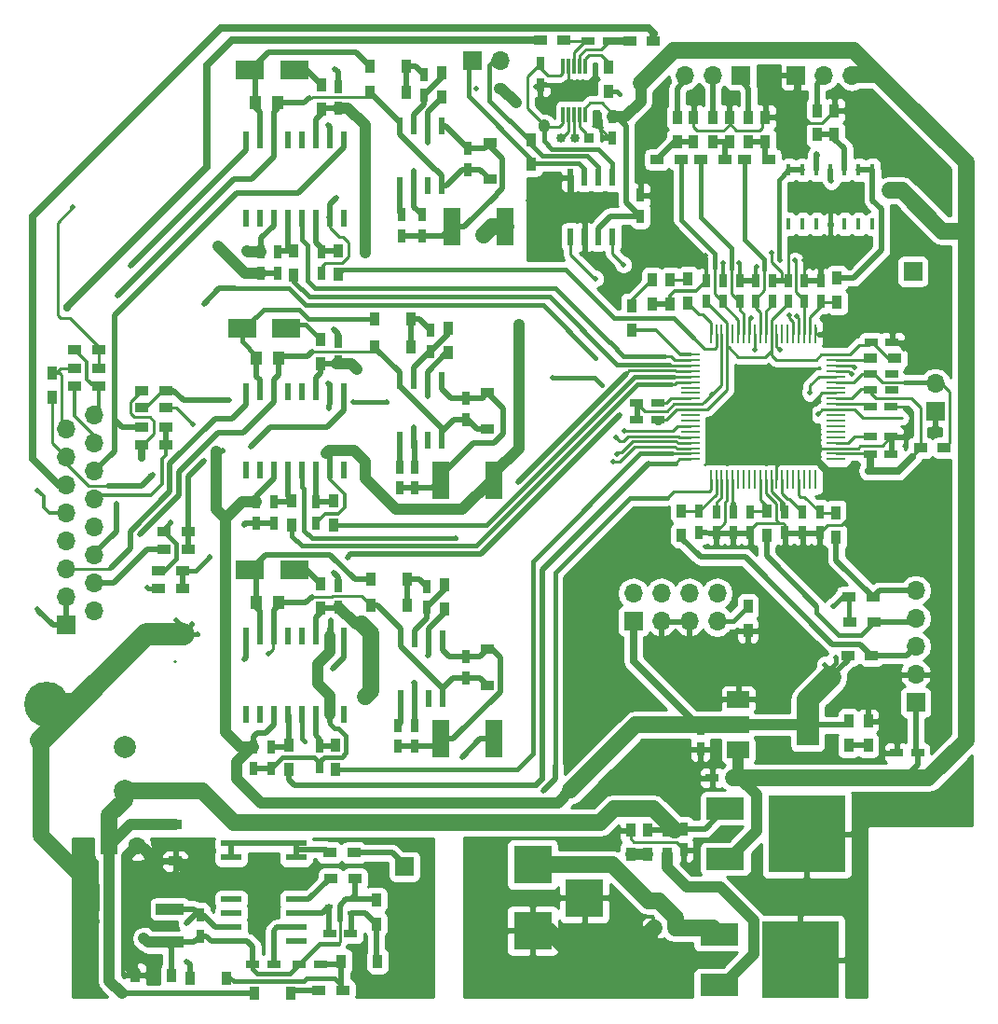
<source format=gbr>
G04 #@! TF.FileFunction,Copper,L1,Top,Signal*
%FSLAX46Y46*%
G04 Gerber Fmt 4.6, Leading zero omitted, Abs format (unit mm)*
G04 Created by KiCad (PCBNEW 4.0.7) date 07/24/18 12:57:13*
%MOMM*%
%LPD*%
G01*
G04 APERTURE LIST*
%ADD10C,0.100000*%
%ADD11R,0.850000X0.850000*%
%ADD12O,0.850000X0.850000*%
%ADD13R,1.700000X1.700000*%
%ADD14O,1.700000X1.700000*%
%ADD15R,0.900000X1.200000*%
%ADD16R,1.676400X0.279400*%
%ADD17R,0.279400X1.676400*%
%ADD18R,1.920000X0.590000*%
%ADD19R,0.750000X1.200000*%
%ADD20R,0.600000X1.550000*%
%ADD21R,0.600000X1.500000*%
%ADD22R,0.400000X1.050000*%
%ADD23R,0.300000X1.400000*%
%ADD24R,1.200000X0.750000*%
%ADD25R,2.500000X1.800000*%
%ADD26R,1.200000X0.900000*%
%ADD27R,1.000000X1.250000*%
%ADD28R,2.500000X1.000000*%
%ADD29R,1.600000X3.500000*%
%ADD30R,3.500000X2.000000*%
%ADD31R,7.000000X7.000000*%
%ADD32R,2.000000X3.800000*%
%ADD33R,2.000000X1.500000*%
%ADD34R,0.700000X0.450000*%
%ADD35R,1.600000X1.600000*%
%ADD36C,1.600000*%
%ADD37C,2.000000*%
%ADD38R,3.500000X3.500000*%
%ADD39C,4.064000*%
%ADD40C,0.500000*%
%ADD41C,0.250000*%
%ADD42C,0.400000*%
%ADD43C,2.000000*%
%ADD44C,1.000000*%
%ADD45C,0.700000*%
%ADD46C,0.500000*%
%ADD47C,1.500000*%
%ADD48C,0.300000*%
%ADD49C,0.254000*%
G04 APERTURE END LIST*
D10*
D11*
X158800800Y-71170800D03*
D12*
X157546800Y-71170800D03*
X156260800Y-71170800D03*
D13*
X111315500Y-115430300D03*
D14*
X113855500Y-114160300D03*
X111315500Y-112890300D03*
X113855500Y-111620300D03*
X111315500Y-110350300D03*
X113855500Y-109080300D03*
X111315500Y-107810300D03*
X113855500Y-106540300D03*
X111315500Y-105270300D03*
X113855500Y-104000300D03*
X111315500Y-102730300D03*
X113855500Y-101460300D03*
X111315500Y-100190300D03*
X113855500Y-98920300D03*
X111315500Y-97650300D03*
X113855500Y-96380300D03*
D15*
X162560000Y-134028000D03*
X162560000Y-136228000D03*
D16*
X181216700Y-100350001D03*
X181216700Y-99849999D03*
X181216700Y-99350000D03*
X181216700Y-98850001D03*
X181216700Y-98350000D03*
X181216700Y-97850001D03*
X181216700Y-97349999D03*
X181216700Y-96850000D03*
X181216700Y-96350001D03*
X181216700Y-95850000D03*
X181216700Y-95350000D03*
X181216700Y-94850002D03*
X181216700Y-94350000D03*
X181216700Y-93850001D03*
X181216700Y-93349999D03*
X181216700Y-92850000D03*
X181216700Y-92350001D03*
X181216700Y-91850000D03*
X181216700Y-91350001D03*
X181216700Y-90849999D03*
D17*
X179350001Y-88983300D03*
X178849999Y-88983300D03*
X178350000Y-88983300D03*
X177850001Y-88983300D03*
X177350000Y-88983300D03*
X176850001Y-88983300D03*
X176349999Y-88983300D03*
X175850000Y-88983300D03*
X175350001Y-88983300D03*
X174850000Y-88983300D03*
X174350000Y-88983300D03*
X173849999Y-88983300D03*
X173350000Y-88983300D03*
X172850001Y-88983300D03*
X172349999Y-88983300D03*
X171850000Y-88983300D03*
X171349999Y-88983300D03*
X170850000Y-88983300D03*
X170350001Y-88983300D03*
X169849999Y-88983300D03*
D16*
X167983300Y-90849999D03*
X167983300Y-91350001D03*
X167983300Y-91850000D03*
X167983300Y-92349999D03*
X167983300Y-92850000D03*
X167983300Y-93349999D03*
X167983300Y-93850001D03*
X167983300Y-94350000D03*
X167983300Y-94849999D03*
X167983300Y-95350000D03*
X167983300Y-95850000D03*
X167983300Y-96350001D03*
X167983300Y-96850000D03*
X167983300Y-97349999D03*
X167983300Y-97850001D03*
X167983300Y-98350000D03*
X167983300Y-98850001D03*
X167983300Y-99350000D03*
X167983300Y-99849999D03*
X167983300Y-100350001D03*
D17*
X169849999Y-102216700D03*
X170350001Y-102216700D03*
X170850000Y-102216700D03*
X171349999Y-102216700D03*
X171850000Y-102216700D03*
X172349999Y-102216700D03*
X172850001Y-102216700D03*
X173350000Y-102216700D03*
X173849999Y-102216700D03*
X174350000Y-102216700D03*
X174850000Y-102216700D03*
X175350001Y-102216700D03*
X175850000Y-102216700D03*
X176349999Y-102216700D03*
X176850001Y-102216700D03*
X177350000Y-102216700D03*
X177850001Y-102216700D03*
X178350000Y-102216700D03*
X178849999Y-102216700D03*
X179350001Y-102216700D03*
D18*
X132171000Y-144136000D03*
X132171000Y-142866000D03*
X132171000Y-141596000D03*
X132171000Y-140326000D03*
X132171000Y-136516000D03*
X132171000Y-135246000D03*
X126287000Y-135246000D03*
X126287000Y-136516000D03*
X126287000Y-140326000D03*
X126287000Y-141596000D03*
X126287000Y-142866000D03*
X126287000Y-144136000D03*
D19*
X130500000Y-81550000D03*
X130500000Y-83450000D03*
D20*
X145415000Y-70130000D03*
X144145000Y-70130000D03*
X142875000Y-70130000D03*
X141605000Y-70130000D03*
X141605000Y-75530000D03*
X142875000Y-75530000D03*
X144145000Y-75530000D03*
X145415000Y-75530000D03*
X145415000Y-93220000D03*
X144145000Y-93220000D03*
X142875000Y-93220000D03*
X141605000Y-93220000D03*
X141605000Y-98620000D03*
X142875000Y-98620000D03*
X144145000Y-98620000D03*
X145415000Y-98620000D03*
X145465000Y-116660000D03*
X144195000Y-116660000D03*
X142925000Y-116660000D03*
X141655000Y-116660000D03*
X141655000Y-122060000D03*
X142925000Y-122060000D03*
X144195000Y-122060000D03*
X145465000Y-122060000D03*
X157099000Y-80170000D03*
X158369000Y-80170000D03*
X159639000Y-80170000D03*
X160909000Y-80170000D03*
X160909000Y-74770000D03*
X159639000Y-74770000D03*
X158369000Y-74770000D03*
X157099000Y-74770000D03*
D21*
X136525000Y-71380000D03*
X135255000Y-71380000D03*
X133985000Y-71380000D03*
X132715000Y-71380000D03*
X131445000Y-71380000D03*
X130175000Y-71380000D03*
X128905000Y-71380000D03*
X127635000Y-71380000D03*
X127635000Y-78480000D03*
X128905000Y-78480000D03*
X130175000Y-78480000D03*
X131445000Y-78480000D03*
X132715000Y-78480000D03*
X133985000Y-78480000D03*
X135255000Y-78480000D03*
X136525000Y-78480000D03*
X136525000Y-116430000D03*
X135255000Y-116430000D03*
X133985000Y-116430000D03*
X132715000Y-116430000D03*
X131445000Y-116430000D03*
X130175000Y-116430000D03*
X128905000Y-116430000D03*
X127635000Y-116430000D03*
X127635000Y-123530000D03*
X128905000Y-123530000D03*
X130175000Y-123530000D03*
X131445000Y-123530000D03*
X132715000Y-123530000D03*
X133985000Y-123530000D03*
X135255000Y-123530000D03*
X136525000Y-123530000D03*
X136525000Y-94240000D03*
X135255000Y-94240000D03*
X133985000Y-94240000D03*
X132715000Y-94240000D03*
X131445000Y-94240000D03*
X130175000Y-94240000D03*
X128905000Y-94240000D03*
X127635000Y-94240000D03*
X127635000Y-101340000D03*
X128905000Y-101340000D03*
X130175000Y-101340000D03*
X131445000Y-101340000D03*
X132715000Y-101340000D03*
X133985000Y-101340000D03*
X135255000Y-101340000D03*
X136525000Y-101340000D03*
D22*
X184550000Y-74100000D03*
X183280000Y-74100000D03*
X182010000Y-74100000D03*
X180740000Y-74100000D03*
X179470000Y-74100000D03*
X178200000Y-74100000D03*
X176930000Y-74100000D03*
X176930000Y-79013600D03*
X178200000Y-79013600D03*
X179470000Y-79013600D03*
X180740000Y-79013600D03*
X182010000Y-79013600D03*
X183280000Y-79013600D03*
X184550000Y-79013600D03*
D23*
X158450000Y-64650000D03*
X157950000Y-64650000D03*
X157450000Y-64650000D03*
X156950000Y-64650000D03*
X156450000Y-64650000D03*
X156450000Y-69050000D03*
X156950000Y-69050000D03*
X157450000Y-69050000D03*
X157950000Y-69050000D03*
X158450000Y-69050000D03*
D19*
X129000000Y-81550000D03*
X129000000Y-83450000D03*
X134350000Y-126400000D03*
X134350000Y-128300000D03*
X129904800Y-126500800D03*
X129904800Y-128400800D03*
X136000000Y-66550000D03*
X136000000Y-68450000D03*
X128304800Y-126500800D03*
X128304800Y-128400800D03*
X136000000Y-111850000D03*
X136000000Y-113750000D03*
X134000000Y-104250000D03*
X134000000Y-106150000D03*
X130200000Y-104250000D03*
X130200000Y-106150000D03*
X128600000Y-104250000D03*
X128600000Y-106150000D03*
X136000000Y-89650000D03*
X136000000Y-91550000D03*
X147800000Y-74050000D03*
X147800000Y-72150000D03*
X141800000Y-78150000D03*
X141800000Y-80050000D03*
X143600000Y-78150000D03*
X143600000Y-80050000D03*
X143800000Y-65400000D03*
X143800000Y-67300000D03*
X147600000Y-96750000D03*
X147600000Y-94850000D03*
X141600000Y-101050000D03*
X141600000Y-102950000D03*
X143000000Y-101050000D03*
X143000000Y-102950000D03*
X144400000Y-88650000D03*
X144400000Y-90550000D03*
X147650000Y-120200000D03*
X147650000Y-118300000D03*
X141450000Y-124500000D03*
X141450000Y-126400000D03*
X142950000Y-124500000D03*
X142950000Y-126400000D03*
X144050000Y-111900000D03*
X144050000Y-113800000D03*
D24*
X134401000Y-146191000D03*
X132501000Y-146191000D03*
X135251000Y-143441000D03*
X137151000Y-143441000D03*
D19*
X123451000Y-141741000D03*
X123451000Y-143641000D03*
D24*
X130151000Y-146191000D03*
X128251000Y-146191000D03*
D19*
X178350000Y-84150000D03*
X178350000Y-86050000D03*
X172550000Y-84150000D03*
X172550000Y-86050000D03*
X170950000Y-84150000D03*
X170950000Y-86050000D03*
X173950000Y-84150000D03*
X173950000Y-86050000D03*
X179850000Y-86050000D03*
X179850000Y-84150000D03*
D24*
X184350000Y-99900000D03*
X186250000Y-99900000D03*
X184368400Y-94081600D03*
X186268400Y-94081600D03*
X184450000Y-89750000D03*
X186350000Y-89750000D03*
D19*
X176900000Y-84150000D03*
X176900000Y-86050000D03*
X169450000Y-86050000D03*
X169450000Y-84150000D03*
D24*
X184343000Y-95580200D03*
X186243000Y-95580200D03*
D19*
X175500000Y-86050000D03*
X175500000Y-84150000D03*
D24*
X184350000Y-98300000D03*
X186250000Y-98300000D03*
D19*
X163449000Y-76393000D03*
X163449000Y-78293000D03*
D24*
X186300000Y-92600000D03*
X184400000Y-92600000D03*
X165050000Y-95281000D03*
X163150000Y-95281000D03*
D19*
X178200000Y-105150000D03*
X178200000Y-107050000D03*
X170350000Y-105150000D03*
X170350000Y-107050000D03*
X173450000Y-107050000D03*
X173450000Y-105150000D03*
X168800000Y-107000000D03*
X168800000Y-105100000D03*
X176600000Y-105150000D03*
X176600000Y-107050000D03*
X171900000Y-107050000D03*
X171900000Y-105150000D03*
D24*
X163150000Y-96781000D03*
X165050000Y-96781000D03*
D19*
X179750000Y-107050000D03*
X179750000Y-105150000D03*
D24*
X166627000Y-142911000D03*
X164727000Y-142911000D03*
D19*
X167386000Y-133924000D03*
X167386000Y-135824000D03*
D24*
X171892000Y-129286000D03*
X169992000Y-129286000D03*
D19*
X168910000Y-124780000D03*
X168910000Y-126680000D03*
D24*
X186756000Y-127000000D03*
X188656000Y-127000000D03*
D19*
X160909000Y-69281000D03*
X160909000Y-71181000D03*
D25*
X128000000Y-65000000D03*
X132000000Y-65000000D03*
X128000000Y-110400000D03*
X132000000Y-110400000D03*
X127286000Y-88493600D03*
X131286000Y-88493600D03*
D26*
X149800000Y-74950000D03*
X149800000Y-71650000D03*
D15*
X142200000Y-67050000D03*
X138900000Y-67050000D03*
X138900000Y-64650000D03*
X142200000Y-64650000D03*
D26*
X149600000Y-97650000D03*
X149600000Y-94350000D03*
D15*
X142650000Y-90200000D03*
X139350000Y-90200000D03*
X139350000Y-87600000D03*
X142650000Y-87600000D03*
D26*
X149550000Y-120900000D03*
X149550000Y-117600000D03*
D15*
X142300000Y-113650000D03*
X139000000Y-113650000D03*
X139000000Y-111250000D03*
X142300000Y-111250000D03*
X122551000Y-147441000D03*
X125851000Y-147441000D03*
X136301000Y-145941000D03*
X139601000Y-145941000D03*
X131726000Y-148816000D03*
X128426000Y-148816000D03*
X120851000Y-147191000D03*
X117551000Y-147191000D03*
D26*
X121201000Y-133541000D03*
X121201000Y-136841000D03*
D15*
X166200000Y-86250000D03*
X166200000Y-84050000D03*
X164566600Y-86240800D03*
X164566600Y-84040800D03*
X184150000Y-124122000D03*
X184150000Y-126322000D03*
D13*
X148234400Y-64160400D03*
D14*
X150774400Y-64160400D03*
D13*
X190246000Y-96012000D03*
D14*
X190246000Y-93472000D03*
D13*
X188468000Y-122428000D03*
D14*
X188468000Y-119888000D03*
X188468000Y-117348000D03*
X188468000Y-114808000D03*
X188468000Y-112268000D03*
D13*
X177600000Y-65500000D03*
D14*
X180140000Y-65500000D03*
X182680000Y-65500000D03*
D13*
X172600000Y-65500000D03*
D14*
X170060000Y-65500000D03*
X167520000Y-65500000D03*
D15*
X136000000Y-81400000D03*
X136000000Y-83600000D03*
X131953000Y-81450000D03*
X131953000Y-83650000D03*
X135800000Y-126300000D03*
X135800000Y-128500000D03*
X131504800Y-126350800D03*
X131504800Y-128550800D03*
X134500000Y-66400000D03*
X134500000Y-68600000D03*
X135600000Y-104100000D03*
X135600000Y-106300000D03*
X131800000Y-104100000D03*
X131800000Y-106300000D03*
X134400000Y-111700000D03*
X134400000Y-113900000D03*
X134400000Y-89500000D03*
X134400000Y-91700000D03*
X145400000Y-65250000D03*
X145400000Y-67450000D03*
X146000000Y-88500000D03*
X146000000Y-90700000D03*
X145650000Y-111750000D03*
X145650000Y-113950000D03*
X139451000Y-142541000D03*
X139451000Y-140341000D03*
D26*
X134231200Y-148564600D03*
X136431200Y-148564600D03*
X135351000Y-138441000D03*
X137551000Y-138441000D03*
X137426000Y-136066000D03*
X135226000Y-136066000D03*
D15*
X160550000Y-66950000D03*
X160550000Y-64750000D03*
X181350000Y-86100000D03*
X181350000Y-83900000D03*
D26*
X168950000Y-73150000D03*
X171150000Y-73150000D03*
X167150000Y-73150000D03*
X164950000Y-73150000D03*
X172950000Y-73150000D03*
X175150000Y-73150000D03*
D15*
X173228000Y-113708000D03*
X173228000Y-115908000D03*
D26*
X184350000Y-91200000D03*
X186550000Y-91200000D03*
D15*
X153568400Y-71391600D03*
X153568400Y-73591600D03*
D26*
X188892000Y-99314000D03*
X191092000Y-99314000D03*
X120186600Y-108567600D03*
X122386600Y-108567600D03*
X122386600Y-106917600D03*
X120186600Y-106917600D03*
X120353000Y-95631000D03*
X118153000Y-95631000D03*
X120353000Y-94107000D03*
X118153000Y-94107000D03*
X119704400Y-112101000D03*
X121904400Y-112101000D03*
X121904400Y-110476000D03*
X119704400Y-110476000D03*
D15*
X174950000Y-107300000D03*
X174950000Y-105100000D03*
X167200000Y-107250000D03*
X167200000Y-105050000D03*
D26*
X184695000Y-115133000D03*
X182495000Y-115133000D03*
X184488000Y-118160800D03*
X182288000Y-118160800D03*
D15*
X181250000Y-107400000D03*
X181250000Y-105200000D03*
D26*
X184589600Y-112852200D03*
X182389600Y-112852200D03*
D15*
X165862000Y-134028000D03*
X165862000Y-136228000D03*
X179500000Y-68700000D03*
X179500000Y-70900000D03*
X181100000Y-70900000D03*
X181100000Y-68700000D03*
X170050000Y-69300000D03*
X170050000Y-71500000D03*
X171550000Y-71500000D03*
X171550000Y-69300000D03*
X173300000Y-69300000D03*
X173300000Y-71500000D03*
X174800000Y-71500000D03*
X174800000Y-69300000D03*
X166800000Y-69300000D03*
X166800000Y-71500000D03*
X168300000Y-71500000D03*
X168300000Y-69300000D03*
D26*
X120353000Y-99060000D03*
X118153000Y-99060000D03*
X112057000Y-90424000D03*
X114257000Y-90424000D03*
X112057000Y-92075000D03*
X114257000Y-92075000D03*
D15*
X167800000Y-86200000D03*
X167800000Y-84000000D03*
X162661600Y-88603000D03*
X162661600Y-86403000D03*
X164084000Y-134028000D03*
X164084000Y-136228000D03*
X182372000Y-124122000D03*
X182372000Y-126322000D03*
X109982000Y-92499000D03*
X109982000Y-94699000D03*
D26*
X112057000Y-93726000D03*
X114257000Y-93726000D03*
X118153000Y-97409000D03*
X120353000Y-97409000D03*
D19*
X134500000Y-81550000D03*
X134500000Y-83450000D03*
D27*
X130500000Y-68000000D03*
X128500000Y-68000000D03*
X130600000Y-113400000D03*
X128600000Y-113400000D03*
X130590800Y-91186000D03*
X128590800Y-91186000D03*
D28*
X120701000Y-141191000D03*
X120701000Y-144191000D03*
D29*
X146310000Y-79250000D03*
X151190000Y-79250000D03*
X145310000Y-102250000D03*
X150190000Y-102250000D03*
X145310000Y-125750000D03*
X150190000Y-125750000D03*
D30*
X170608800Y-143496000D03*
X170608800Y-148076000D03*
D31*
X178008800Y-145796000D03*
D30*
X171193000Y-132066000D03*
X171193000Y-136646000D03*
D31*
X178593000Y-134366000D03*
D32*
X178664000Y-124460000D03*
D33*
X172364000Y-124460000D03*
X172364000Y-126760000D03*
X172364000Y-122160000D03*
D34*
X137201000Y-141591000D03*
X137201000Y-140291000D03*
X135201000Y-140941000D03*
D35*
X115201000Y-135441000D03*
D36*
X117701000Y-135441000D03*
D37*
X116586000Y-126492000D03*
X116586000Y-130492000D03*
D19*
X154381200Y-66329600D03*
X154381200Y-64429600D03*
D13*
X188214000Y-83312000D03*
X162814000Y-115062000D03*
D14*
X162814000Y-112522000D03*
X165354000Y-115062000D03*
X165354000Y-112522000D03*
X167894000Y-115062000D03*
X167894000Y-112522000D03*
X170434000Y-115062000D03*
X170434000Y-112522000D03*
D24*
X158714400Y-62382400D03*
X160614400Y-62382400D03*
D26*
X156548000Y-62331600D03*
X154348000Y-62331600D03*
X162476000Y-62357000D03*
X164676000Y-62357000D03*
D13*
X142036800Y-137337800D03*
D38*
X153670000Y-137160000D03*
X153670000Y-143160000D03*
X158370000Y-140160000D03*
D39*
X109474000Y-122555000D03*
D40*
X184023000Y-105156000D03*
X112649000Y-142494000D03*
X121920000Y-115951000D03*
X123190000Y-116205000D03*
X121285000Y-114935000D03*
X122682000Y-115316000D03*
X120777000Y-106045000D03*
X125095000Y-81026000D03*
X111887000Y-77470000D03*
X156895800Y-76377800D03*
X118110000Y-100203000D03*
X149250400Y-79984600D03*
X132994400Y-138074400D03*
X124104400Y-138074400D03*
X142290800Y-142036800D03*
X123037600Y-138531600D03*
X153974800Y-66548000D03*
X150672800Y-66675000D03*
X148564600Y-66675000D03*
X113588800Y-142341600D03*
X113538000Y-141224000D03*
X159766000Y-70307200D03*
X153263600Y-76885800D03*
X164592000Y-128656400D03*
X178181000Y-136271000D03*
X178181000Y-135382000D03*
X178181000Y-134366000D03*
X178308000Y-133223000D03*
X178308000Y-131826000D03*
X176784000Y-131826000D03*
X176784000Y-136271000D03*
X176784000Y-135382000D03*
X176784000Y-134366000D03*
X176784000Y-133223000D03*
X182880000Y-104775000D03*
X179019200Y-144399000D03*
X178993800Y-147167600D03*
X178993800Y-145796000D03*
X178993800Y-145796000D03*
X178993800Y-147167600D03*
X179019200Y-144399000D03*
X177596800Y-142976600D03*
X177673000Y-144475200D03*
X177647600Y-147243800D03*
X177647600Y-145872200D03*
X177647600Y-145872200D03*
X177647600Y-147243800D03*
X177673000Y-144475200D03*
X177596800Y-142976600D03*
X175945800Y-142925800D03*
X176022000Y-144424400D03*
X175996600Y-147193000D03*
X175996600Y-145821400D03*
X127431800Y-106299000D03*
X175361600Y-81610200D03*
X178350000Y-82296000D03*
X179882800Y-89052400D03*
X176149000Y-90424000D03*
X187426600Y-90347800D03*
X186300000Y-92600000D03*
X186268400Y-94081600D03*
X135712200Y-64922400D03*
X135077200Y-70002400D03*
X135077200Y-93497400D03*
X135585200Y-88544400D03*
X135839200Y-76606400D03*
X135331200Y-114960400D03*
X135585200Y-110642400D03*
X147269200Y-127406400D03*
X174013200Y-82906400D03*
X172413200Y-82506400D03*
X169413200Y-81906400D03*
X171013200Y-82506400D03*
X169985800Y-94479000D03*
X172163200Y-94406400D03*
X182913200Y-105656400D03*
X135204200Y-95783400D03*
X135163200Y-99906400D03*
X142913200Y-74156400D03*
X144163200Y-71656400D03*
X129667000Y-117983000D03*
X142913200Y-97406400D03*
X144163200Y-94656400D03*
X117983000Y-107188000D03*
X122809000Y-97155000D03*
X122936000Y-100076000D03*
X142913200Y-120656400D03*
X144163200Y-118156400D03*
X118618000Y-112014000D03*
X115824000Y-104394000D03*
X115951000Y-85471000D03*
X125476000Y-99568000D03*
X180721000Y-119380000D03*
X181229000Y-118364000D03*
X180213000Y-118999000D03*
X180721000Y-120142000D03*
X154686000Y-70154800D03*
X181000400Y-113690400D03*
X184163200Y-101406400D03*
X165100000Y-96951800D03*
X124913200Y-99656400D03*
X127685800Y-81407000D03*
X176413200Y-104406400D03*
X171913200Y-104406400D03*
X179578000Y-96266000D03*
X161594800Y-96342200D03*
X136829800Y-109270800D03*
X178892200Y-94335600D03*
X124358400Y-109220000D03*
X126085600Y-94996000D03*
X140413200Y-95156400D03*
X137413200Y-95156400D03*
X159969200Y-93599000D03*
X155489400Y-92982600D03*
X182651400Y-92659200D03*
X123825000Y-100457000D03*
X123825000Y-86233000D03*
X159413200Y-91156400D03*
X182930800Y-91998800D03*
X177495200Y-82321400D03*
X161569400Y-67183000D03*
X177698400Y-87401400D03*
X176149000Y-82296000D03*
X176961800Y-87274400D03*
X159385000Y-83947000D03*
X173863000Y-90424000D03*
X161925000Y-82677000D03*
X173482000Y-87503000D03*
X154635200Y-130454400D03*
X132943600Y-125984000D03*
X146659600Y-107518200D03*
X152349200Y-102412800D03*
X162026600Y-97764600D03*
X161239200Y-98399600D03*
X161366200Y-99872800D03*
X161010600Y-100584000D03*
X185877200Y-76174600D03*
X180822600Y-75107800D03*
X138430000Y-121920000D03*
X138455400Y-81610200D03*
X137693400Y-92227400D03*
X138150600Y-115341400D03*
X135509000Y-119380000D03*
X127457200Y-118567200D03*
X117094000Y-82804000D03*
X119126000Y-101727000D03*
X128016000Y-99187000D03*
X179413200Y-72706400D03*
X122250200Y-145923000D03*
X122224800Y-142494000D03*
X118338600Y-143840200D03*
X108661200Y-113995200D03*
X108661200Y-103174800D03*
X111404400Y-86614000D03*
D41*
X121086400Y-118684900D02*
X121180000Y-118684900D01*
D42*
X183916400Y-103906400D02*
X182913200Y-103906400D01*
X184150000Y-104140000D02*
X183916400Y-103906400D01*
X184150000Y-105029000D02*
X184150000Y-104140000D01*
X184023000Y-105156000D02*
X184150000Y-105029000D01*
X113538000Y-141224000D02*
X113538000Y-141605000D01*
X113538000Y-141605000D02*
X112649000Y-142494000D01*
X121920000Y-115951000D02*
X121920000Y-116078000D01*
X121920000Y-116281200D02*
X123113800Y-116281200D01*
X123113800Y-116281200D02*
X123190000Y-116205000D01*
X121920000Y-116281200D02*
X121920000Y-115570000D01*
X121920000Y-115570000D02*
X121285000Y-114935000D01*
X121920000Y-116281200D02*
X121920000Y-116078000D01*
D43*
X113919000Y-120904000D02*
X118541800Y-116281200D01*
X121920000Y-116281200D02*
X118541800Y-116281200D01*
D42*
X121920000Y-116078000D02*
X122682000Y-115316000D01*
X120186600Y-106917600D02*
X120186600Y-106635400D01*
X120186600Y-106635400D02*
X120777000Y-106045000D01*
D44*
X129000000Y-83450000D02*
X127519000Y-83450000D01*
X127519000Y-83450000D02*
X125095000Y-81026000D01*
D41*
X114257000Y-90424000D02*
X114257000Y-90127000D01*
X114257000Y-90127000D02*
X111633000Y-87503000D01*
X110490000Y-78867000D02*
X111887000Y-77470000D01*
X110490000Y-87249000D02*
X110490000Y-78867000D01*
X110744000Y-87503000D02*
X110490000Y-87249000D01*
X111633000Y-87503000D02*
X110744000Y-87503000D01*
X118153000Y-99060000D02*
X118237000Y-99060000D01*
X118237000Y-99060000D02*
X119253000Y-98044000D01*
X117094000Y-95166000D02*
X118153000Y-94107000D01*
X117094000Y-96139000D02*
X117094000Y-95166000D01*
X117475000Y-96520000D02*
X117094000Y-96139000D01*
X118872000Y-96520000D02*
X117475000Y-96520000D01*
X119253000Y-96901000D02*
X118872000Y-96520000D01*
X119253000Y-98044000D02*
X119253000Y-96901000D01*
X114257000Y-90424000D02*
X114257000Y-92075000D01*
D43*
X109474000Y-122555000D02*
X112141000Y-122555000D01*
X113919000Y-120777000D02*
X113919000Y-120904000D01*
X112141000Y-122555000D02*
X113919000Y-120777000D01*
D45*
X109474000Y-122555000D02*
X110744000Y-122555000D01*
X110744000Y-122555000D02*
X111506000Y-123317000D01*
D46*
X129904800Y-128400800D02*
X128304800Y-128400800D01*
D43*
X113919000Y-120904000D02*
X111506000Y-123317000D01*
X111506000Y-123317000D02*
X108966000Y-125857000D01*
D45*
X118153000Y-99060000D02*
X118153000Y-100160000D01*
X118153000Y-100160000D02*
X118110000Y-100203000D01*
D47*
X149985000Y-79250000D02*
X151190000Y-79250000D01*
X149250400Y-79984600D02*
X149985000Y-79250000D01*
D44*
X132994400Y-138074400D02*
X124104400Y-138074400D01*
X121201000Y-136841000D02*
X121347000Y-136841000D01*
X121347000Y-136841000D02*
X123037600Y-138531600D01*
X150672800Y-66675000D02*
X150868200Y-66675000D01*
X150868200Y-66675000D02*
X152163600Y-67970400D01*
D47*
X153670000Y-143160000D02*
X155148800Y-143160000D01*
X155148800Y-143160000D02*
X157022800Y-145034000D01*
X162604000Y-145034000D02*
X164478000Y-143160000D01*
X157022800Y-145034000D02*
X162604000Y-145034000D01*
X164478000Y-143160000D02*
X164727000Y-142911000D01*
D41*
X154381200Y-66329600D02*
X154193200Y-66329600D01*
X154193200Y-66329600D02*
X153974800Y-66548000D01*
X156950000Y-64650000D02*
X156950000Y-65960400D01*
X156565600Y-66344800D02*
X154396400Y-66344800D01*
X156950000Y-65960400D02*
X156565600Y-66344800D01*
X154396400Y-66344800D02*
X154381200Y-66329600D01*
X150868200Y-66675000D02*
X152163600Y-67970400D01*
D42*
X119704400Y-110476000D02*
X120156000Y-110476000D01*
X120156000Y-110476000D02*
X121259600Y-109372400D01*
X121259600Y-109372400D02*
X121259600Y-107990600D01*
X121259600Y-107990600D02*
X120186600Y-106917600D01*
D47*
X113538000Y-142290800D02*
X113588800Y-142341600D01*
X113538000Y-141224000D02*
X113538000Y-141071600D01*
X113385600Y-141071600D02*
X113538000Y-141071600D01*
X113538000Y-139090400D02*
X113538000Y-141071600D01*
X108966000Y-125857000D02*
X108966000Y-134518400D01*
X108966000Y-134518400D02*
X113538000Y-139090400D01*
X113538000Y-139090400D02*
X113588800Y-139141200D01*
D41*
X162560000Y-134028000D02*
X162560000Y-134823200D01*
X166715400Y-135153400D02*
X167386000Y-135824000D01*
X162890200Y-135153400D02*
X166715400Y-135153400D01*
X162560000Y-134823200D02*
X162890200Y-135153400D01*
X160909000Y-71181000D02*
X160639800Y-71181000D01*
X160639800Y-71181000D02*
X159766000Y-70307200D01*
D46*
X157099000Y-74770000D02*
X157099000Y-76174600D01*
X156387800Y-76885800D02*
X153263600Y-76885800D01*
X157099000Y-76174600D02*
X156895800Y-76377800D01*
X156895800Y-76377800D02*
X156387800Y-76885800D01*
D47*
X164592000Y-128656400D02*
X164592000Y-128676400D01*
D44*
X117551000Y-147191000D02*
X117551000Y-146938800D01*
X117551000Y-146938800D02*
X116789200Y-146177000D01*
X116789200Y-146177000D02*
X116789200Y-136352800D01*
X116789200Y-136352800D02*
X117701000Y-135441000D01*
D48*
X178181000Y-136271000D02*
X178593000Y-135859000D01*
X178593000Y-135859000D02*
X178593000Y-134366000D01*
X178181000Y-135382000D02*
X178593000Y-134970000D01*
X178593000Y-134970000D02*
X178593000Y-134366000D01*
X178181000Y-134366000D02*
X178593000Y-134366000D01*
X178308000Y-133223000D02*
X178593000Y-133508000D01*
X178593000Y-133508000D02*
X178593000Y-134366000D01*
X178308000Y-131826000D02*
X178593000Y-132111000D01*
X178593000Y-132111000D02*
X178593000Y-134366000D01*
X176784000Y-131826000D02*
X178593000Y-133635000D01*
X178593000Y-133635000D02*
X178593000Y-134366000D01*
X176784000Y-136271000D02*
X178593000Y-134462000D01*
X178593000Y-134462000D02*
X178593000Y-134366000D01*
X176784000Y-135382000D02*
X177800000Y-134366000D01*
X177800000Y-134366000D02*
X178593000Y-134366000D01*
D47*
X176784000Y-133223000D02*
X177927000Y-134366000D01*
X177927000Y-134366000D02*
X178593000Y-134366000D01*
D46*
X164478000Y-143160000D02*
X164727000Y-142911000D01*
D44*
X150190000Y-102250000D02*
X149961998Y-102250000D01*
X149961998Y-102250000D02*
X147309998Y-104902000D01*
X135128000Y-99568000D02*
X134874000Y-99822000D01*
X137414000Y-99568000D02*
X135128000Y-99568000D01*
X138430000Y-100584000D02*
X137414000Y-99568000D01*
X138430000Y-102108000D02*
X138430000Y-100584000D01*
X141224000Y-104902000D02*
X138430000Y-102108000D01*
X147309998Y-104902000D02*
X141224000Y-104902000D01*
X182880000Y-104775000D02*
X182913200Y-104775000D01*
X182913200Y-104775000D02*
X182880000Y-104775000D01*
X182880000Y-104775000D02*
X182913200Y-104775000D01*
D41*
X178913200Y-99350000D02*
X181216700Y-99350000D01*
D45*
X178714400Y-99695000D02*
X178714400Y-99548800D01*
X178714400Y-99548800D02*
X178913200Y-99350000D01*
X179241500Y-100234700D02*
X179241500Y-100222100D01*
X178425800Y-99406400D02*
X177413200Y-99406400D01*
X179241500Y-100222100D02*
X178714400Y-99695000D01*
X178714400Y-99695000D02*
X178425800Y-99406400D01*
X180913200Y-101906400D02*
X179241500Y-100234700D01*
D47*
X182913200Y-103906400D02*
X180913200Y-101906400D01*
D45*
X179241500Y-100234700D02*
X179163200Y-100156400D01*
D46*
X179348200Y-145111400D02*
X179348200Y-144834800D01*
X178253200Y-144834800D02*
X179348200Y-144834800D01*
X179348200Y-145111400D02*
X177342800Y-147116800D01*
X177854800Y-144834800D02*
X179348200Y-144834800D01*
X179277200Y-144834800D02*
X179348200Y-144834800D01*
X177292000Y-142849600D02*
X179277200Y-144834800D01*
X178943000Y-142900400D02*
X180928200Y-144885600D01*
X179019200Y-144399000D02*
X179505800Y-144885600D01*
X179505800Y-144885600D02*
X180999200Y-144885600D01*
X180999200Y-145162200D02*
X178993800Y-147167600D01*
X178993800Y-145796000D02*
X179904200Y-144885600D01*
D47*
X179328000Y-144885600D02*
X179273200Y-144830800D01*
X179328000Y-144885600D02*
X179273200Y-144830800D01*
D46*
X178993800Y-145796000D02*
X179904200Y-144885600D01*
X180999200Y-145162200D02*
X178993800Y-147167600D01*
X179505800Y-144885600D02*
X180999200Y-144885600D01*
X179019200Y-144399000D02*
X179505800Y-144885600D01*
X178943000Y-142900400D02*
X180928200Y-144885600D01*
X177292000Y-142849600D02*
X179277200Y-144834800D01*
X179277200Y-144834800D02*
X179348200Y-144834800D01*
X177854800Y-144834800D02*
X179348200Y-144834800D01*
X179348200Y-145111400D02*
X177342800Y-147116800D01*
X178253200Y-144834800D02*
X179348200Y-144834800D01*
X179348200Y-145111400D02*
X179348200Y-144834800D01*
X178002000Y-145187600D02*
X178002000Y-144911000D01*
X176907000Y-144911000D02*
X178002000Y-144911000D01*
X178002000Y-145187600D02*
X175996600Y-147193000D01*
X176508600Y-144911000D02*
X178002000Y-144911000D01*
X177931000Y-144911000D02*
X178002000Y-144911000D01*
X175945800Y-142925800D02*
X177931000Y-144911000D01*
X177596800Y-142976600D02*
X179582000Y-144961800D01*
X177673000Y-144475200D02*
X178159600Y-144961800D01*
X178159600Y-144961800D02*
X179653000Y-144961800D01*
X179653000Y-145238400D02*
X177647600Y-147243800D01*
X177647600Y-145872200D02*
X178558000Y-144961800D01*
D47*
X177981800Y-144961800D02*
X177927000Y-144907000D01*
X177981800Y-144961800D02*
X177927000Y-144907000D01*
D46*
X177647600Y-145872200D02*
X178558000Y-144961800D01*
X179653000Y-145238400D02*
X177647600Y-147243800D01*
X178159600Y-144961800D02*
X179653000Y-144961800D01*
X177673000Y-144475200D02*
X178159600Y-144961800D01*
X177596800Y-142976600D02*
X179582000Y-144961800D01*
X175945800Y-142925800D02*
X177931000Y-144911000D01*
X177931000Y-144911000D02*
X178002000Y-144911000D01*
X176022000Y-144424400D02*
X176508600Y-144911000D01*
X176508600Y-144911000D02*
X178002000Y-144911000D01*
X178002000Y-145187600D02*
X175996600Y-147193000D01*
X175996600Y-145821400D02*
X176907000Y-144911000D01*
X176907000Y-144911000D02*
X178002000Y-144911000D01*
X178002000Y-145187600D02*
X178002000Y-144911000D01*
D47*
X176330800Y-144911000D02*
X176276000Y-144856200D01*
D41*
X167983300Y-95350000D02*
X166524000Y-95350000D01*
X163881000Y-96012000D02*
X163150000Y-95281000D01*
X165862000Y-96012000D02*
X163881000Y-96012000D01*
X166524000Y-95350000D02*
X165862000Y-96012000D01*
D46*
X128600000Y-106150000D02*
X127580800Y-106150000D01*
X127580800Y-106150000D02*
X127431800Y-106299000D01*
D41*
X176276000Y-83413600D02*
X175361600Y-82499200D01*
X175361600Y-82499200D02*
X175361600Y-81610200D01*
X176276000Y-83413600D02*
X176276000Y-84150000D01*
X176900000Y-84150000D02*
X176276000Y-84150000D01*
X176276000Y-84150000D02*
X175500000Y-84150000D01*
X178350000Y-84150000D02*
X178350000Y-82296000D01*
X178350000Y-82296000D02*
X178350000Y-81517400D01*
X178350000Y-81517400D02*
X179222400Y-80645000D01*
X176900000Y-84150000D02*
X176900000Y-81672000D01*
X176900000Y-81672000D02*
X177927000Y-80645000D01*
X177927000Y-80645000D02*
X179222400Y-80645000D01*
X180740000Y-80143400D02*
X180740000Y-79013600D01*
X179222400Y-80645000D02*
X180238400Y-80645000D01*
X180238400Y-80645000D02*
X180740000Y-80143400D01*
X178350000Y-84150000D02*
X179850000Y-84150000D01*
X171550000Y-69300000D02*
X171550000Y-69873800D01*
X171550000Y-69873800D02*
X172186600Y-70510400D01*
X174548800Y-70281800D02*
X174548800Y-69551200D01*
X174320200Y-70510400D02*
X174548800Y-70281800D01*
X172186600Y-70510400D02*
X174320200Y-70510400D01*
X174548800Y-69551200D02*
X174800000Y-69300000D01*
X168300000Y-69300000D02*
X168300000Y-70205200D01*
X171550000Y-69978600D02*
X171550000Y-69300000D01*
X170992800Y-70535800D02*
X171550000Y-69978600D01*
X168630600Y-70535800D02*
X170992800Y-70535800D01*
X168300000Y-70205200D02*
X168630600Y-70535800D01*
X177600000Y-65500000D02*
X177600000Y-65224000D01*
X177600000Y-65224000D02*
X177901600Y-65525600D01*
X177901600Y-65525600D02*
X177901600Y-68910200D01*
X177901600Y-68910200D02*
X178866800Y-69875400D01*
X178866800Y-69875400D02*
X179924600Y-69875400D01*
X179924600Y-69875400D02*
X181100000Y-68700000D01*
X179350001Y-88983300D02*
X179813700Y-88983300D01*
X179813700Y-88983300D02*
X179882800Y-89052400D01*
X175850000Y-88983300D02*
X175850000Y-90125000D01*
X175850000Y-90125000D02*
X176149000Y-90424000D01*
X179350001Y-88983300D02*
X179350001Y-88416799D01*
X187426600Y-90347800D02*
X186828800Y-89750000D01*
X186828800Y-89750000D02*
X186350000Y-89750000D01*
X181216700Y-99350000D02*
X183225000Y-99350000D01*
X185439200Y-99110800D02*
X186250000Y-98300000D01*
X183464200Y-99110800D02*
X185439200Y-99110800D01*
X183225000Y-99350000D02*
X183464200Y-99110800D01*
X186243000Y-95580200D02*
X187299600Y-95580200D01*
X187299600Y-95580200D02*
X188061600Y-96342200D01*
X188061600Y-96342200D02*
X188061600Y-97815400D01*
X188061600Y-97815400D02*
X187577000Y-98300000D01*
X187577000Y-98300000D02*
X186250000Y-98300000D01*
X182913200Y-105656400D02*
X182430400Y-105656400D01*
X180450200Y-106349800D02*
X179750000Y-107050000D01*
X181737000Y-106349800D02*
X180450200Y-106349800D01*
X182430400Y-105656400D02*
X181737000Y-106349800D01*
X174850000Y-102216700D02*
X174850000Y-103476000D01*
X175996600Y-106121200D02*
X175996600Y-106206400D01*
X176081800Y-106206400D02*
X175996600Y-106121200D01*
X175793400Y-105918000D02*
X176081800Y-106206400D01*
X175793400Y-104419400D02*
X175793400Y-105918000D01*
X174850000Y-103476000D02*
X175793400Y-104419400D01*
X170350000Y-107050000D02*
X170350000Y-106891000D01*
X170350000Y-106891000D02*
X171119800Y-106121200D01*
X171349999Y-104062201D02*
X171349999Y-102216700D01*
X171119800Y-104292400D02*
X171349999Y-104062201D01*
X171119800Y-106121200D02*
X171119800Y-104292400D01*
D46*
X136000000Y-66550000D02*
X136000000Y-65210200D01*
X136000000Y-65210200D02*
X135712200Y-64922400D01*
X135255000Y-70180200D02*
X135255000Y-71380000D01*
X135077200Y-70002400D02*
X135255000Y-70180200D01*
X136000000Y-89650000D02*
X136000000Y-88959200D01*
X135077200Y-93497400D02*
X135255000Y-93675200D01*
X136000000Y-88959200D02*
X135585200Y-88544400D01*
X135255000Y-93675200D02*
X135255000Y-94240000D01*
D41*
X134500000Y-83450000D02*
X134500000Y-82898600D01*
X134500000Y-82898600D02*
X134823200Y-82575400D01*
X134823200Y-82575400D02*
X136347200Y-82575400D01*
X136347200Y-82575400D02*
X136982200Y-81940400D01*
X136982200Y-81940400D02*
X136982200Y-80670400D01*
X136982200Y-80670400D02*
X136474200Y-80162400D01*
X136474200Y-80162400D02*
X136093200Y-80162400D01*
X136093200Y-80162400D02*
X135255000Y-79324200D01*
X135255000Y-79324200D02*
X135255000Y-78480000D01*
D46*
X135255000Y-78480000D02*
X135255000Y-77190600D01*
X135255000Y-77190600D02*
X135839200Y-76606400D01*
X129000000Y-83450000D02*
X130500000Y-83450000D01*
X135331200Y-116353800D02*
X135331200Y-114960400D01*
X135331200Y-116353800D02*
X135255000Y-116430000D01*
X136000000Y-111850000D02*
X136000000Y-111057200D01*
X136000000Y-111057200D02*
X135585200Y-110642400D01*
X128600000Y-106150000D02*
X130200000Y-106150000D01*
D44*
X152413200Y-99406400D02*
X152413200Y-88156400D01*
X150190000Y-101629600D02*
X152413200Y-99406400D01*
D46*
X150190000Y-125750000D02*
X148925600Y-125750000D01*
X148925600Y-125750000D02*
X147269200Y-127406400D01*
D41*
X176600000Y-107050000D02*
X176600000Y-106293200D01*
X176600000Y-106293200D02*
X176513200Y-106206400D01*
X176513200Y-106206400D02*
X175996600Y-106206400D01*
X174013200Y-106206400D02*
X173450000Y-106769600D01*
X175996600Y-106206400D02*
X174013200Y-106206400D01*
X173450000Y-106769600D02*
X173450000Y-107050000D01*
D48*
X173950000Y-84150000D02*
X173950000Y-82969600D01*
X173950000Y-82969600D02*
X174013200Y-82906400D01*
X172550000Y-84150000D02*
X172550000Y-82643200D01*
X172550000Y-82643200D02*
X172413200Y-82506400D01*
X169413200Y-82106400D02*
X169413200Y-81906400D01*
X169450000Y-82143200D02*
X169413200Y-82106400D01*
X169450000Y-84150000D02*
X169450000Y-82143200D01*
X170950000Y-82569600D02*
X171013200Y-82506400D01*
X170950000Y-82569600D02*
X170950000Y-84150000D01*
X166200000Y-86250000D02*
X166200000Y-85519600D01*
X168493600Y-85106400D02*
X169450000Y-84150000D01*
X166613200Y-85106400D02*
X168493600Y-85106400D01*
X166200000Y-85519600D02*
X166613200Y-85106400D01*
D41*
X172163200Y-94406400D02*
X177163200Y-99406400D01*
X177413200Y-99406400D02*
X177163200Y-99406400D01*
X177913200Y-99406400D02*
X177413200Y-99406400D01*
X181216700Y-94350000D02*
X179969600Y-94350000D01*
X179969600Y-94350000D02*
X178913200Y-95406400D01*
X178913200Y-95406400D02*
X178913200Y-99350000D01*
D47*
X182913200Y-105656400D02*
X182913200Y-104775000D01*
X182913200Y-104775000D02*
X182913200Y-103906400D01*
D42*
X177913200Y-99406400D02*
X177856800Y-99350000D01*
D41*
X175850000Y-101156400D02*
X175850000Y-100969600D01*
X175850000Y-100969600D02*
X177469600Y-99350000D01*
X177469600Y-99350000D02*
X177856800Y-99350000D01*
X177856800Y-99350000D02*
X178913200Y-99350000D01*
X175850000Y-101093200D02*
X175850000Y-101156400D01*
X175850000Y-101156400D02*
X175850000Y-102216700D01*
X163150000Y-95281000D02*
X163150000Y-96781000D01*
D46*
X117701000Y-135441000D02*
X118448400Y-135441000D01*
X118448400Y-135441000D02*
X119848400Y-136841000D01*
X119848400Y-136841000D02*
X121201000Y-136841000D01*
D41*
X170850000Y-88983300D02*
X170850000Y-93614800D01*
X170850000Y-93614800D02*
X169985800Y-94479000D01*
X169064000Y-95350000D02*
X167983300Y-95350000D01*
X169985800Y-94479000D02*
X169316400Y-95148400D01*
X169316400Y-95148400D02*
X169265600Y-95148400D01*
X169265600Y-95148400D02*
X169064000Y-95350000D01*
D46*
X164577000Y-143061000D02*
X164727000Y-142911000D01*
D41*
X186250000Y-98300000D02*
X186250000Y-99900000D01*
X168800000Y-107000000D02*
X170300000Y-107000000D01*
X170300000Y-107000000D02*
X170350000Y-107050000D01*
X171900000Y-107050000D02*
X170350000Y-107050000D01*
X173450000Y-107050000D02*
X171900000Y-107050000D01*
X178200000Y-107050000D02*
X176600000Y-107050000D01*
X179750000Y-107050000D02*
X178200000Y-107050000D01*
X164566600Y-86240800D02*
X166190800Y-86240800D01*
X166190800Y-86240800D02*
X166200000Y-86250000D01*
D42*
X134350000Y-128300000D02*
X134350000Y-127943200D01*
X134350000Y-127943200D02*
X133813200Y-127406400D01*
X130899200Y-127406400D02*
X129904800Y-128400800D01*
X133813200Y-127406400D02*
X130899200Y-127406400D01*
X134350000Y-128300000D02*
X134350000Y-127769600D01*
X134350000Y-127769600D02*
X134713200Y-127406400D01*
X134713200Y-127406400D02*
X136313200Y-127406400D01*
X136313200Y-127406400D02*
X136713200Y-127006400D01*
X136713200Y-127006400D02*
X136713200Y-125506400D01*
X136713200Y-125506400D02*
X136013200Y-124806400D01*
X136013200Y-124806400D02*
X135713200Y-124806400D01*
X135713200Y-124806400D02*
X135255000Y-124348200D01*
X135255000Y-124348200D02*
X135255000Y-123530000D01*
D48*
X135255000Y-101340000D02*
X135255000Y-102148200D01*
X134843600Y-105306400D02*
X134000000Y-106150000D01*
X136013200Y-105306400D02*
X134843600Y-105306400D01*
X136613200Y-104706400D02*
X136013200Y-105306400D01*
X136613200Y-103506400D02*
X136613200Y-104706400D01*
X135255000Y-102148200D02*
X136613200Y-103506400D01*
D46*
X135255000Y-94240000D02*
X135255000Y-95064600D01*
X135255000Y-95064600D02*
X135204200Y-95783400D01*
X135255000Y-99998200D02*
X135255000Y-101340000D01*
X135163200Y-99906400D02*
X135255000Y-99998200D01*
X135163200Y-78388200D02*
X135255000Y-78480000D01*
D44*
X135255000Y-116430000D02*
X135255000Y-117856000D01*
X135255000Y-121869200D02*
X135255000Y-123530000D01*
X134137400Y-120751600D02*
X135255000Y-121869200D01*
X134137400Y-118973600D02*
X134137400Y-120751600D01*
X135255000Y-117856000D02*
X134137400Y-118973600D01*
X150190000Y-102250000D02*
X150190000Y-101629600D01*
X150190000Y-125750000D02*
X150190000Y-125129600D01*
X151506800Y-79250000D02*
X151190000Y-79250000D01*
D46*
X133985000Y-78480000D02*
X133985000Y-80645000D01*
X133985000Y-80645000D02*
X134740000Y-81400000D01*
X134740000Y-81400000D02*
X134500000Y-81550000D01*
X136000000Y-81400000D02*
X134650000Y-81400000D01*
X134650000Y-81400000D02*
X134500000Y-81550000D01*
X131953000Y-81450000D02*
X130600000Y-81450000D01*
X130600000Y-81450000D02*
X130500000Y-81550000D01*
X131445000Y-78480000D02*
X131445000Y-81407000D01*
X131488000Y-81450000D02*
X131953000Y-81450000D01*
X131445000Y-81407000D02*
X131488000Y-81450000D01*
X150939500Y-73088500D02*
X150939500Y-75730100D01*
X150368000Y-76301600D02*
X150368000Y-76327000D01*
X150939500Y-75730100D02*
X150368000Y-76301600D01*
X149800000Y-71650000D02*
X149800000Y-71949000D01*
X149800000Y-71949000D02*
X150939500Y-73088500D01*
X147445000Y-79250000D02*
X146310000Y-79250000D01*
X150368000Y-76327000D02*
X147445000Y-79250000D01*
X143600000Y-80050000D02*
X145510000Y-80050000D01*
X145510000Y-80050000D02*
X146310000Y-79250000D01*
X141800000Y-80050000D02*
X143600000Y-80050000D01*
X147800000Y-72150000D02*
X149300000Y-72150000D01*
X149300000Y-72150000D02*
X149800000Y-71650000D01*
X145415000Y-70130000D02*
X145780000Y-70130000D01*
X145780000Y-70130000D02*
X147800000Y-72150000D01*
X144145000Y-70130000D02*
X144145000Y-71638200D01*
X142875000Y-74694600D02*
X142875000Y-75530000D01*
X142913200Y-74656400D02*
X142875000Y-74694600D01*
X142913200Y-74156400D02*
X142913200Y-74656400D01*
X144145000Y-71638200D02*
X144163200Y-71656400D01*
X142875000Y-75530000D02*
X142875000Y-77425000D01*
X142875000Y-77425000D02*
X143600000Y-78150000D01*
X145400000Y-67450000D02*
X145400000Y-67552952D01*
X145400000Y-67552952D02*
X144145000Y-68807952D01*
X144145000Y-68807952D02*
X144145000Y-70130000D01*
X142875000Y-70130000D02*
X142875000Y-69088000D01*
X143800000Y-68163000D02*
X143800000Y-67300000D01*
X142875000Y-69088000D02*
X143800000Y-68163000D01*
X145400000Y-65250000D02*
X145400000Y-65700000D01*
X145400000Y-65700000D02*
X143800000Y-67300000D01*
X113855500Y-111620300D02*
X115582700Y-111620300D01*
X115582700Y-111620300D02*
X118635400Y-108567600D01*
X118635400Y-108567600D02*
X120186600Y-108567600D01*
D41*
X130048000Y-117602000D02*
X130048000Y-116557000D01*
X129667000Y-117983000D02*
X130048000Y-117602000D01*
X130048000Y-116557000D02*
X130175000Y-116430000D01*
D48*
X113855500Y-111620300D02*
X113855500Y-111442500D01*
D41*
X138126000Y-112776000D02*
X139000000Y-113650000D01*
X135483600Y-112776000D02*
X138126000Y-112776000D01*
X135382000Y-112877600D02*
X135483600Y-112776000D01*
D46*
X141655000Y-116660000D02*
X141655000Y-117372600D01*
X141655000Y-117372600D02*
X145465000Y-121182600D01*
X145465000Y-121182600D02*
X145465000Y-122060000D01*
X139000000Y-113650000D02*
X139558000Y-113650000D01*
X139558000Y-113650000D02*
X141655000Y-115747000D01*
X141655000Y-115747000D02*
X141655000Y-116660000D01*
X147650000Y-120200000D02*
X148850000Y-120200000D01*
X148850000Y-120200000D02*
X149550000Y-120900000D01*
X145465000Y-122060000D02*
X145465000Y-121184200D01*
X146449200Y-120200000D02*
X147650000Y-120200000D01*
X145465000Y-121184200D02*
X146449200Y-120200000D01*
D41*
X133604000Y-112877600D02*
X135382000Y-112877600D01*
D46*
X133081600Y-113400000D02*
X133604000Y-112877600D01*
X130600000Y-113400000D02*
X133081600Y-113400000D01*
X130600000Y-113400000D02*
X130600000Y-113646400D01*
X130600000Y-113646400D02*
X130175000Y-114071400D01*
X130175000Y-114071400D02*
X130175000Y-116430000D01*
X141605000Y-75530000D02*
X141605000Y-77955000D01*
X141605000Y-77955000D02*
X141800000Y-78150000D01*
X145310000Y-102250000D02*
X145310000Y-101882800D01*
X145310000Y-101882800D02*
X148285200Y-98907600D01*
X151028400Y-95778400D02*
X149600000Y-94350000D01*
X151028400Y-98044000D02*
X151028400Y-95778400D01*
X150164800Y-98907600D02*
X151028400Y-98044000D01*
X148285200Y-98907600D02*
X150164800Y-98907600D01*
X143000000Y-102950000D02*
X144610000Y-102950000D01*
X144610000Y-102950000D02*
X145310000Y-102250000D01*
X141600000Y-102950000D02*
X143000000Y-102950000D01*
X145415000Y-93220000D02*
X145415000Y-94005400D01*
X146259600Y-94850000D02*
X147600000Y-94850000D01*
X145415000Y-94005400D02*
X146259600Y-94850000D01*
X147600000Y-94850000D02*
X149100000Y-94850000D01*
X149100000Y-94850000D02*
X149600000Y-94350000D01*
X144145000Y-93220000D02*
X144145000Y-94638200D01*
X142875000Y-97444600D02*
X142875000Y-98620000D01*
X142913200Y-97406400D02*
X142875000Y-97444600D01*
X144145000Y-94638200D02*
X144163200Y-94656400D01*
X143000000Y-101050000D02*
X143000000Y-98745000D01*
X143000000Y-98745000D02*
X142875000Y-98620000D01*
X146000000Y-90700000D02*
X145875600Y-90700000D01*
X145875600Y-90700000D02*
X144145000Y-92430600D01*
X144145000Y-92430600D02*
X144145000Y-93220000D01*
X144400000Y-90550000D02*
X144349200Y-90550000D01*
X144349200Y-90550000D02*
X142875000Y-92024200D01*
X142875000Y-92024200D02*
X142875000Y-93220000D01*
X146000000Y-88500000D02*
X146000000Y-88950000D01*
X146000000Y-88950000D02*
X144400000Y-90550000D01*
X121539000Y-101727000D02*
X121539000Y-101473000D01*
X121539000Y-101473000D02*
X122936000Y-100076000D01*
X121539000Y-103632000D02*
X118999000Y-106172000D01*
X118999000Y-106172000D02*
X117983000Y-107188000D01*
X121539000Y-101727000D02*
X121539000Y-103632000D01*
D41*
X120353000Y-95631000D02*
X121285000Y-95631000D01*
X121285000Y-95631000D02*
X122809000Y-97155000D01*
D48*
X122936000Y-99949000D02*
X122999500Y-100012500D01*
X122999500Y-100012500D02*
X122936000Y-99949000D01*
X122936000Y-99949000D02*
X122936000Y-100076000D01*
D46*
X130175000Y-94240000D02*
X130175000Y-95123000D01*
X130175000Y-95123000D02*
X127381000Y-97917000D01*
X127381000Y-97917000D02*
X125095000Y-97917000D01*
X125095000Y-97917000D02*
X122936000Y-100076000D01*
X141605000Y-93220000D02*
X141605000Y-93751400D01*
X141605000Y-93751400D02*
X145415000Y-97561400D01*
X145415000Y-97561400D02*
X145415000Y-98620000D01*
X147600000Y-96750000D02*
X146531200Y-96750000D01*
X146531200Y-96750000D02*
X145415000Y-97866200D01*
X145415000Y-97866200D02*
X145415000Y-98620000D01*
X147600000Y-96750000D02*
X147753200Y-96750000D01*
X147753200Y-96750000D02*
X148653200Y-97650000D01*
X148653200Y-97650000D02*
X149600000Y-97650000D01*
X139350000Y-90200000D02*
X139350000Y-90226400D01*
X139350000Y-90226400D02*
X141605000Y-92481400D01*
X141605000Y-92481400D02*
X141605000Y-93220000D01*
D41*
X133604000Y-90627200D02*
X133705600Y-90525600D01*
X133705600Y-90525600D02*
X133604000Y-90627200D01*
X133604000Y-90627200D02*
X135432800Y-90627200D01*
X135432800Y-90627200D02*
X135483600Y-90576400D01*
X135483600Y-90576400D02*
X138973600Y-90576400D01*
X138973600Y-90576400D02*
X139350000Y-90200000D01*
D46*
X130600000Y-91000000D02*
X133231200Y-91000000D01*
X133231200Y-91000000D02*
X133604000Y-90627200D01*
X130600000Y-91000000D02*
X130600000Y-92716800D01*
X130600000Y-92716800D02*
X130175000Y-93141800D01*
X130175000Y-93141800D02*
X130175000Y-94240000D01*
X141605000Y-98620000D02*
X141605000Y-101045000D01*
X141605000Y-101045000D02*
X141600000Y-101050000D01*
X142950000Y-126400000D02*
X144660000Y-126400000D01*
X144660000Y-126400000D02*
X145310000Y-125750000D01*
X141450000Y-126400000D02*
X142950000Y-126400000D01*
X145310000Y-125750000D02*
X146436400Y-125750000D01*
X150723600Y-118364000D02*
X149959600Y-117600000D01*
X150723600Y-121462800D02*
X150723600Y-118364000D01*
X146436400Y-125750000D02*
X150723600Y-121462800D01*
X149959600Y-117600000D02*
X149550000Y-117600000D01*
X147650000Y-118300000D02*
X148850000Y-118300000D01*
X148850000Y-118300000D02*
X149550000Y-117600000D01*
X145465000Y-116660000D02*
X145465000Y-117677400D01*
X146087600Y-118300000D02*
X147650000Y-118300000D01*
X145465000Y-117677400D02*
X146087600Y-118300000D01*
X144195000Y-116660000D02*
X144195000Y-118124600D01*
X142925000Y-120668200D02*
X142925000Y-122060000D01*
X142913200Y-120656400D02*
X142925000Y-120668200D01*
X144195000Y-118124600D02*
X144163200Y-118156400D01*
X142925000Y-122060000D02*
X142925000Y-124475000D01*
X142925000Y-124475000D02*
X142950000Y-124500000D01*
X145650000Y-113950000D02*
X145650000Y-114293600D01*
X145650000Y-114293600D02*
X144195000Y-115748600D01*
X144195000Y-115748600D02*
X144195000Y-116660000D01*
X144050000Y-113800000D02*
X144050000Y-114776000D01*
X144050000Y-114776000D02*
X142925000Y-115901000D01*
X142925000Y-115901000D02*
X142925000Y-116660000D01*
X145650000Y-111750000D02*
X145650000Y-112200000D01*
X145650000Y-112200000D02*
X144050000Y-113800000D01*
D42*
X118705000Y-112101000D02*
X119704400Y-112101000D01*
X118618000Y-112014000D02*
X118705000Y-112101000D01*
D46*
X113855500Y-108902500D02*
X115824000Y-106934000D01*
X115824000Y-105791000D02*
X115824000Y-106934000D01*
X115824000Y-105791000D02*
X115824000Y-104394000D01*
X113855500Y-108902500D02*
X113855500Y-109080300D01*
X130175000Y-71380000D02*
X130175000Y-72898000D01*
X130175000Y-72898000D02*
X128143000Y-74930000D01*
X128143000Y-74930000D02*
X126492000Y-74930000D01*
X126492000Y-74930000D02*
X115951000Y-85471000D01*
D41*
X133350000Y-67564000D02*
X133604000Y-67564000D01*
D46*
X132914000Y-68000000D02*
X133350000Y-67564000D01*
X130500000Y-68000000D02*
X132914000Y-68000000D01*
X130500000Y-68000000D02*
X130500000Y-68509000D01*
X130500000Y-68509000D02*
X130175000Y-68834000D01*
X130175000Y-68834000D02*
X130175000Y-71380000D01*
X141605000Y-70130000D02*
X141605000Y-70840600D01*
X141605000Y-70840600D02*
X144814400Y-74050000D01*
X145415000Y-74599800D02*
X145415000Y-75530000D01*
X144865200Y-74050000D02*
X145415000Y-74599800D01*
X144814400Y-74050000D02*
X144865200Y-74050000D01*
D41*
X138436800Y-67513200D02*
X138900000Y-67050000D01*
X133654800Y-67513200D02*
X138436800Y-67513200D01*
X133604000Y-67564000D02*
X133654800Y-67513200D01*
D46*
X141605000Y-70130000D02*
X141605000Y-69755000D01*
X141605000Y-69755000D02*
X138900000Y-67050000D01*
X145415000Y-75530000D02*
X145831000Y-75530000D01*
X147311000Y-74050000D02*
X147800000Y-74050000D01*
X145831000Y-75530000D02*
X147311000Y-74050000D01*
X147800000Y-74050000D02*
X148900000Y-74050000D01*
X148900000Y-74050000D02*
X149800000Y-74950000D01*
X141655000Y-122060000D02*
X141655000Y-124295000D01*
X141655000Y-124295000D02*
X141450000Y-124500000D01*
X130175000Y-123530000D02*
X130175000Y-124460000D01*
X128304800Y-125568200D02*
X128304800Y-126500800D01*
X128651000Y-125222000D02*
X128304800Y-125568200D01*
X129413000Y-125222000D02*
X128651000Y-125222000D01*
X130175000Y-124460000D02*
X129413000Y-125222000D01*
D42*
X124913200Y-99656400D02*
X125387600Y-99656400D01*
X125387600Y-99656400D02*
X125476000Y-99568000D01*
X181229000Y-118364000D02*
X181229000Y-118872000D01*
X181229000Y-118872000D02*
X180721000Y-119380000D01*
X181038500Y-119824500D02*
X180213000Y-118999000D01*
D46*
X182288000Y-118160800D02*
X182288000Y-118575000D01*
X182288000Y-118575000D02*
X181038500Y-119824500D01*
X181038500Y-119824500D02*
X180721000Y-120142000D01*
D43*
X180721000Y-120142000D02*
X178664000Y-122199000D01*
X178664000Y-122199000D02*
X178664000Y-124460000D01*
D44*
X128304800Y-126500800D02*
X127085000Y-126500800D01*
X125755400Y-125171200D02*
X125755400Y-106656400D01*
X127085000Y-126500800D02*
X125755400Y-125171200D01*
D41*
X154686000Y-70154800D02*
X156108400Y-70154800D01*
X156450000Y-69813200D02*
X156450000Y-69050000D01*
X156108400Y-70154800D02*
X156450000Y-69813200D01*
D42*
X154686000Y-70154800D02*
X154686000Y-71475600D01*
X160909000Y-73482200D02*
X160909000Y-74770000D01*
X159613600Y-72186800D02*
X160909000Y-73482200D01*
X155397200Y-72186800D02*
X159613600Y-72186800D01*
X154686000Y-71475600D02*
X155397200Y-72186800D01*
D44*
X154686000Y-70154800D02*
X154762200Y-70078600D01*
X154762200Y-70078600D02*
X154686000Y-70154800D01*
X154686000Y-70154800D02*
X154686000Y-70002400D01*
D41*
X156450000Y-69050000D02*
X156450000Y-69660800D01*
D42*
X160909000Y-74770000D02*
X160909000Y-74142600D01*
D41*
X154381200Y-64429600D02*
X154381200Y-64820800D01*
X154381200Y-64820800D02*
X155092400Y-65532000D01*
X156159200Y-65532000D02*
X156450000Y-65241200D01*
X155092400Y-65532000D02*
X156159200Y-65532000D01*
X156450000Y-65241200D02*
X156450000Y-64650000D01*
X153212800Y-65598000D02*
X154381200Y-64429600D01*
X153212800Y-68529200D02*
X153212800Y-65598000D01*
X154686000Y-70002400D02*
X153212800Y-68529200D01*
D42*
X182389600Y-112852200D02*
X181838600Y-112852200D01*
X181838600Y-112852200D02*
X181000400Y-113690400D01*
X182389600Y-112852200D02*
X182389600Y-115027600D01*
X182389600Y-115027600D02*
X182495000Y-115133000D01*
D45*
X162814000Y-115062000D02*
X162814000Y-118684000D01*
X162814000Y-118684000D02*
X168910000Y-124780000D01*
D41*
X188892000Y-99314000D02*
X188892000Y-95674000D01*
X188892000Y-95674000D02*
X188061600Y-94843600D01*
X175350001Y-90460999D02*
X175350001Y-90895001D01*
X179914001Y-90849999D02*
X181216700Y-90849999D01*
X179451000Y-91313000D02*
X179914001Y-90849999D01*
X175768000Y-91313000D02*
X179451000Y-91313000D01*
X175350001Y-90895001D02*
X175768000Y-91313000D01*
D47*
X178664000Y-124460000D02*
X178664000Y-122961000D01*
D46*
X168910000Y-124780000D02*
X169606000Y-124780000D01*
X169606000Y-124780000D02*
X169926000Y-124460000D01*
D47*
X172364000Y-124460000D02*
X169926000Y-124460000D01*
X169926000Y-124460000D02*
X163042600Y-124460000D01*
D44*
X126771400Y-129336800D02*
X128981200Y-131546600D01*
X128981200Y-131546600D02*
X155956000Y-131546600D01*
X155956000Y-131546600D02*
X157124400Y-130378200D01*
X126771400Y-127838200D02*
X128108800Y-126500800D01*
X126771400Y-127838200D02*
X126771400Y-129336800D01*
D47*
X163042600Y-124460000D02*
X157124400Y-130378200D01*
D41*
X171349999Y-90170000D02*
X171450000Y-90170000D01*
X175350001Y-90460999D02*
X175350001Y-88983300D01*
X174752000Y-91059000D02*
X175350001Y-90460999D01*
X172339000Y-91059000D02*
X174752000Y-91059000D01*
X171450000Y-90170000D02*
X172339000Y-91059000D01*
X187974800Y-100344800D02*
X187974800Y-100231200D01*
X187974800Y-100231200D02*
X188892000Y-99314000D01*
X184886600Y-94843600D02*
X188061600Y-94843600D01*
X184368400Y-94325400D02*
X184886600Y-94843600D01*
D45*
X186913200Y-101406400D02*
X184163200Y-101406400D01*
X188163200Y-100156400D02*
X187974800Y-100344800D01*
X187974800Y-100344800D02*
X186913200Y-101406400D01*
D44*
X172364000Y-124460000D02*
X178664000Y-124460000D01*
D46*
X178664000Y-124460000D02*
X182034000Y-124460000D01*
X182034000Y-124460000D02*
X182372000Y-124122000D01*
D41*
X175350001Y-88983300D02*
X175350001Y-90283199D01*
X175350001Y-102216700D02*
X175350001Y-103264801D01*
X175350001Y-103264801D02*
X176413200Y-104328000D01*
X176413200Y-104328000D02*
X176413200Y-104406400D01*
X171850000Y-102216700D02*
X171850000Y-105100000D01*
X171850000Y-105100000D02*
X171900000Y-105150000D01*
D46*
X171913200Y-104406400D02*
X171913200Y-105136800D01*
D41*
X171850000Y-102216700D02*
X171850000Y-104343200D01*
X171850000Y-104343200D02*
X171913200Y-104406400D01*
D45*
X184350000Y-99900000D02*
X184350000Y-101219600D01*
X184350000Y-101219600D02*
X184163200Y-101406400D01*
D46*
X176413200Y-104406400D02*
X176413200Y-104963200D01*
X176413200Y-104963200D02*
X176600000Y-105150000D01*
X171913200Y-105136800D02*
X171900000Y-105150000D01*
D48*
X176413200Y-104963200D02*
X176600000Y-105150000D01*
X171913200Y-105136800D02*
X171900000Y-105150000D01*
D44*
X125755400Y-106656400D02*
X125755400Y-105748600D01*
X124913200Y-104906400D02*
X124913200Y-99656400D01*
X125755400Y-105748600D02*
X124913200Y-104906400D01*
D41*
X184450000Y-89750000D02*
X184542800Y-89750000D01*
X184542800Y-89750000D02*
X185992800Y-91200000D01*
X185992800Y-91200000D02*
X186550000Y-91200000D01*
X184368400Y-94081600D02*
X184368400Y-94325400D01*
D42*
X165100000Y-96951800D02*
X165100000Y-96831000D01*
X165100000Y-96831000D02*
X165050000Y-96781000D01*
D41*
X167983300Y-95850000D02*
X166709800Y-95850000D01*
X165778800Y-96781000D02*
X165050000Y-96781000D01*
X166709800Y-95850000D02*
X165778800Y-96781000D01*
X164999200Y-96933400D02*
X164999200Y-96900200D01*
D45*
X165100000Y-96951800D02*
X165081600Y-96933400D01*
D44*
X128304800Y-126500800D02*
X128108800Y-126500800D01*
X125895100Y-105651300D02*
X125755400Y-105791000D01*
X127828800Y-81550000D02*
X129000000Y-81550000D01*
X127685800Y-81407000D02*
X127828800Y-81550000D01*
X127296400Y-104250000D02*
X128600000Y-104250000D01*
X125895100Y-105651300D02*
X127296400Y-104250000D01*
X125755400Y-106656400D02*
X125755400Y-105791000D01*
D41*
X167983300Y-95850000D02*
X169554600Y-95850000D01*
X171349999Y-94054601D02*
X171349999Y-90449400D01*
X171349999Y-90449400D02*
X171349999Y-90170000D01*
X171349999Y-90170000D02*
X171349999Y-88983300D01*
X169554600Y-95850000D02*
X171349999Y-94054601D01*
X181216700Y-99849999D02*
X184299999Y-99849999D01*
X184299999Y-99849999D02*
X184350000Y-99900000D01*
X171850000Y-105100000D02*
X171900000Y-105150000D01*
X181216700Y-94850002D02*
X182670398Y-94850002D01*
X183520400Y-94000000D02*
X184350000Y-94000000D01*
X182670398Y-94850002D02*
X183520400Y-94000000D01*
X181216700Y-90849999D02*
X182479401Y-90849999D01*
X182479401Y-90849999D02*
X183362600Y-89966800D01*
X183362600Y-89966800D02*
X184233200Y-89966800D01*
X184233200Y-89966800D02*
X184450000Y-89750000D01*
X176900000Y-86050000D02*
X176900000Y-86193200D01*
X176900000Y-86193200D02*
X175350001Y-87743199D01*
X175350001Y-87743199D02*
X175350001Y-88983300D01*
X169450000Y-86050000D02*
X169450000Y-86087200D01*
X169450000Y-86087200D02*
X171349999Y-87987199D01*
X171349999Y-87987199D02*
X171349999Y-88983300D01*
D46*
X130175000Y-123530000D02*
X130175000Y-124079000D01*
X128304800Y-125949200D02*
X128304800Y-126500800D01*
X130175000Y-101340000D02*
X130175000Y-102133400D01*
X130175000Y-102133400D02*
X128600000Y-103708400D01*
X128600000Y-103708400D02*
X128600000Y-104250000D01*
X130175000Y-78480000D02*
X130175000Y-79121000D01*
X130175000Y-79121000D02*
X129000000Y-80296000D01*
X129000000Y-80296000D02*
X129000000Y-81550000D01*
D41*
X181216700Y-98850001D02*
X182353399Y-98850001D01*
X182903400Y-98300000D02*
X184350000Y-98300000D01*
X182353399Y-98850001D02*
X182903400Y-98300000D01*
X179994000Y-95850000D02*
X179578000Y-96266000D01*
X181216700Y-95850000D02*
X179994000Y-95850000D01*
D42*
X170434000Y-115062000D02*
X171874000Y-115062000D01*
X171874000Y-115062000D02*
X173228000Y-113708000D01*
D41*
X182946600Y-95850000D02*
X181216700Y-95850000D01*
X187248800Y-96621600D02*
X185413200Y-96621600D01*
X185413200Y-96621600D02*
X183718200Y-96621600D01*
X183718200Y-96621600D02*
X182946600Y-95850000D01*
X181216700Y-95350000D02*
X184200000Y-95350000D01*
X184200000Y-95350000D02*
X184350000Y-95500000D01*
X190246000Y-93472000D02*
X190754000Y-93472000D01*
X190754000Y-93472000D02*
X191516000Y-94234000D01*
X191516000Y-94234000D02*
X191516000Y-98890000D01*
X191516000Y-98890000D02*
X191092000Y-99314000D01*
D42*
X187452000Y-93345000D02*
X190119000Y-93345000D01*
X190119000Y-93345000D02*
X190246000Y-93472000D01*
D41*
X184675000Y-92600000D02*
X185420000Y-93345000D01*
X185420000Y-93345000D02*
X187452000Y-93345000D01*
X184400000Y-92600000D02*
X184675000Y-92600000D01*
X181216700Y-93349999D02*
X182875001Y-93349999D01*
X183625000Y-92600000D02*
X184400000Y-92600000D01*
X182875001Y-93349999D02*
X183625000Y-92600000D01*
D46*
X148945600Y-108966000D02*
X161569400Y-96342200D01*
X161569400Y-96342200D02*
X161594800Y-96342200D01*
X148920200Y-108966000D02*
X148945600Y-108966000D01*
X145846800Y-108966000D02*
X137134600Y-108966000D01*
X137134600Y-108966000D02*
X136829800Y-109270800D01*
X145846800Y-108966000D02*
X148920200Y-108966000D01*
X145846800Y-108966000D02*
X145846800Y-108966000D01*
D41*
X181216700Y-92850000D02*
X179717400Y-92850000D01*
X178892200Y-93675200D02*
X178892200Y-94335600D01*
X179717400Y-92850000D02*
X178892200Y-93675200D01*
D42*
X121904400Y-110476000D02*
X123102400Y-110476000D01*
X123102400Y-110476000D02*
X124358400Y-109220000D01*
D46*
X121904400Y-110476000D02*
X121904400Y-112101000D01*
X126085600Y-94996000D02*
X121920000Y-94996000D01*
X121031000Y-94107000D02*
X120353000Y-94107000D01*
X121920000Y-94996000D02*
X121031000Y-94107000D01*
D41*
X118153000Y-95631000D02*
X118491000Y-95631000D01*
X118491000Y-95631000D02*
X120015000Y-94107000D01*
X120015000Y-94107000D02*
X120353000Y-94107000D01*
D42*
X137413200Y-95156400D02*
X140413200Y-95156400D01*
X159969200Y-93599000D02*
X159334200Y-92964000D01*
X159334200Y-92964000D02*
X155489400Y-92982600D01*
D41*
X181216700Y-92350001D02*
X182342201Y-92350001D01*
X182342201Y-92350001D02*
X182651400Y-92659200D01*
D46*
X122386600Y-101895400D02*
X123825000Y-100457000D01*
X122386600Y-106917600D02*
X122386600Y-101895400D01*
X125196600Y-84861400D02*
X126644400Y-84861400D01*
X123825000Y-86233000D02*
X125196600Y-84861400D01*
X122386600Y-106917600D02*
X122386600Y-108567600D01*
D42*
X154616800Y-86360000D02*
X153959600Y-86360000D01*
X159413200Y-91156400D02*
X154616800Y-86360000D01*
X139776200Y-86360000D02*
X153913200Y-86360000D01*
X153913200Y-86360000D02*
X154432000Y-86360000D01*
X133019800Y-86360000D02*
X133019800Y-86334600D01*
X131546600Y-84861400D02*
X126746000Y-84861400D01*
X133019800Y-86334600D02*
X131546600Y-84861400D01*
X139776200Y-86360000D02*
X133019800Y-86360000D01*
X126746000Y-84861400D02*
X126314200Y-84861400D01*
D41*
X182782000Y-91850000D02*
X181216700Y-91850000D01*
X182930800Y-91998800D02*
X182782000Y-91850000D01*
X181216700Y-91350001D02*
X184199999Y-91350001D01*
X184199999Y-91350001D02*
X184350000Y-91200000D01*
X178849999Y-88983300D02*
X178849999Y-87418201D01*
X178849999Y-87418201D02*
X179850000Y-86418200D01*
X179850000Y-86418200D02*
X179850000Y-86050000D01*
X181350000Y-86100000D02*
X179900000Y-86100000D01*
X179900000Y-86100000D02*
X179850000Y-86050000D01*
X177622200Y-85166200D02*
X177622200Y-82448400D01*
X177622200Y-82448400D02*
X177495200Y-82321400D01*
X178350000Y-85894000D02*
X177622200Y-85166200D01*
D42*
X161336400Y-66950000D02*
X160550000Y-66950000D01*
X161569400Y-67183000D02*
X161336400Y-66950000D01*
D41*
X178350000Y-86050000D02*
X178350000Y-85894000D01*
X178350000Y-86050000D02*
X178350000Y-88983300D01*
X177850001Y-87553001D02*
X177850001Y-88983300D01*
X177698400Y-87401400D02*
X177850001Y-87553001D01*
X176047400Y-81889600D02*
X176047400Y-82194400D01*
X176047400Y-82194400D02*
X176149000Y-82296000D01*
D42*
X176930000Y-74100000D02*
X176047400Y-74982600D01*
X176047400Y-74982600D02*
X176047400Y-81889600D01*
X176047400Y-81889600D02*
X176047400Y-82092800D01*
D41*
X177350000Y-88983300D02*
X177350000Y-87891200D01*
X177350000Y-87891200D02*
X176961800Y-87503000D01*
X176961800Y-87503000D02*
X176961800Y-87274400D01*
D46*
X176930000Y-74100000D02*
X178200000Y-74100000D01*
D41*
X175500000Y-86050000D02*
X175500000Y-86297800D01*
X175500000Y-86297800D02*
X174850000Y-86947800D01*
X174850000Y-86947800D02*
X174850000Y-88983300D01*
X173849999Y-88983300D02*
X173849999Y-90410999D01*
X157099000Y-81788000D02*
X157099000Y-80170000D01*
X159258000Y-83947000D02*
X157099000Y-81788000D01*
X159385000Y-83947000D02*
X159258000Y-83947000D01*
X173849999Y-90410999D02*
X173863000Y-90424000D01*
X173350000Y-88983300D02*
X173350000Y-87635000D01*
X160909000Y-81661000D02*
X160909000Y-80170000D01*
X161925000Y-82677000D02*
X160909000Y-81661000D01*
X173350000Y-87635000D02*
X173482000Y-87503000D01*
D42*
X168950000Y-73150000D02*
X168950000Y-78373600D01*
D41*
X171754800Y-85344000D02*
X171754800Y-83083400D01*
X171754800Y-85344000D02*
X172460800Y-86050000D01*
D42*
X171754800Y-81178400D02*
X171754800Y-83083400D01*
X168950000Y-78373600D02*
X171754800Y-81178400D01*
D41*
X172550000Y-86050000D02*
X172460800Y-86050000D01*
X172550000Y-86050000D02*
X172550000Y-86850400D01*
X172850001Y-87150401D02*
X172850001Y-88983300D01*
X172550000Y-86850400D02*
X172850001Y-87150401D01*
D42*
X170205400Y-83007200D02*
X170205400Y-81661000D01*
X167150000Y-78605600D02*
X167150000Y-73150000D01*
X170205400Y-81661000D02*
X167150000Y-78605600D01*
D41*
X170950000Y-86050000D02*
X170886000Y-86050000D01*
X170886000Y-86050000D02*
X170205400Y-85369400D01*
X170205400Y-83007200D02*
X170205400Y-83032600D01*
X170205400Y-85369400D02*
X170205400Y-83007200D01*
X170950000Y-86050000D02*
X170950000Y-86266400D01*
X170950000Y-86266400D02*
X172349999Y-87666399D01*
X172349999Y-87666399D02*
X172349999Y-88983300D01*
D42*
X172950000Y-73150000D02*
X172950000Y-80443200D01*
D41*
X174726600Y-85039200D02*
X174726600Y-83108800D01*
X174726600Y-85039200D02*
X173950000Y-85815800D01*
D42*
X174726600Y-82219800D02*
X174726600Y-83108800D01*
X172950000Y-80443200D02*
X174726600Y-82219800D01*
D41*
X173950000Y-86050000D02*
X173950000Y-85815800D01*
X173950000Y-86050000D02*
X173950000Y-86599400D01*
X173950000Y-86599400D02*
X174350000Y-86999400D01*
X174350000Y-86999400D02*
X174350000Y-88983300D01*
D42*
X166319200Y-99849999D02*
X163446401Y-99849999D01*
X152246200Y-128500000D02*
X135800000Y-128500000D01*
X153670000Y-127076200D02*
X152246200Y-128500000D01*
X153670000Y-109626400D02*
X153670000Y-127076200D01*
X163446401Y-99849999D02*
X153670000Y-109626400D01*
D41*
X167983300Y-99849999D02*
X166319200Y-99849999D01*
X166319200Y-99849999D02*
X166164201Y-99849999D01*
X166164201Y-99849999D02*
X166141400Y-99872800D01*
X169849999Y-88983300D02*
X169849999Y-87960399D01*
X168823600Y-87223600D02*
X167800000Y-86200000D01*
X169113200Y-87223600D02*
X168823600Y-87223600D01*
X169849999Y-87960399D02*
X169113200Y-87223600D01*
D48*
X162661600Y-88603000D02*
X164853800Y-88603000D01*
X167100799Y-90849999D02*
X167983300Y-90849999D01*
X164853800Y-88603000D02*
X167100799Y-90849999D01*
D46*
X155702000Y-128168400D02*
X155702000Y-129387600D01*
X155702000Y-129387600D02*
X154635200Y-130454400D01*
D42*
X155702000Y-110693200D02*
X155702000Y-128168400D01*
X165874700Y-103847900D02*
X162547300Y-103847900D01*
X132715000Y-125755400D02*
X132715000Y-123530000D01*
X132943600Y-125984000D02*
X132715000Y-125755400D01*
X162547300Y-103847900D02*
X155702000Y-110693200D01*
D41*
X169646600Y-103251000D02*
X166471600Y-103251000D01*
X169849999Y-103123801D02*
X169722800Y-103251000D01*
X169722800Y-103251000D02*
X169646600Y-103251000D01*
X169849999Y-102216700D02*
X169849999Y-103123801D01*
X166471600Y-103251000D02*
X165874700Y-103847900D01*
X165874700Y-103847900D02*
X165862000Y-103860600D01*
D46*
X131504800Y-128550800D02*
X131504800Y-129422000D01*
X132003800Y-129921000D02*
X154000200Y-129921000D01*
X131504800Y-129422000D02*
X132003800Y-129921000D01*
X154000200Y-129921000D02*
X154559000Y-129362200D01*
X154559000Y-129362200D02*
X154559000Y-110388400D01*
X154559000Y-110388400D02*
X164185600Y-100761800D01*
D41*
X167983300Y-100350001D02*
X167035799Y-100350001D01*
D42*
X154000200Y-129921000D02*
X154559000Y-129362200D01*
X164185600Y-100761800D02*
X166624000Y-100761800D01*
D41*
X167035799Y-100350001D02*
X166624000Y-100761800D01*
D46*
X162145202Y-92608400D02*
X162145202Y-92616798D01*
X162145202Y-92616798D02*
X152349200Y-102412800D01*
D41*
X167983300Y-92349999D02*
X166699397Y-92349999D01*
X162145202Y-92608400D02*
X162128200Y-92608400D01*
X162433000Y-92320602D02*
X162145202Y-92608400D01*
X166670000Y-92320602D02*
X162433000Y-92320602D01*
X166699397Y-92349999D02*
X166670000Y-92320602D01*
D42*
X132715000Y-102870000D02*
X132892800Y-103047800D01*
X132715000Y-102870000D02*
X132715000Y-101340000D01*
X133604000Y-107518200D02*
X146659600Y-107518200D01*
X132892800Y-106807000D02*
X133604000Y-107518200D01*
X132892800Y-103047800D02*
X132892800Y-106807000D01*
X135600000Y-106300000D02*
X149503400Y-106300000D01*
X162953400Y-92850000D02*
X166535400Y-92850000D01*
X149503400Y-106300000D02*
X162953400Y-92850000D01*
D41*
X167983300Y-92850000D02*
X166535400Y-92850000D01*
X166535400Y-92850000D02*
X166522400Y-92837000D01*
X167983300Y-93349999D02*
X166771401Y-93349999D01*
D42*
X161874200Y-94894400D02*
X163220400Y-93548200D01*
X163220400Y-93548200D02*
X166268400Y-93548200D01*
X131800000Y-107314400D02*
X131800000Y-106300000D01*
X148564600Y-108229400D02*
X161874200Y-94919800D01*
X132715000Y-108229400D02*
X148564600Y-108229400D01*
X131800000Y-107314400D02*
X132715000Y-108229400D01*
X161874200Y-94919800D02*
X161874200Y-94894400D01*
D41*
X166573200Y-93548200D02*
X166268400Y-93548200D01*
X166771401Y-93349999D02*
X166573200Y-93548200D01*
X165050000Y-95281000D02*
X165831000Y-95281000D01*
X166262001Y-94849999D02*
X167983300Y-94849999D01*
X165831000Y-95281000D02*
X166262001Y-94849999D01*
X166395400Y-97764600D02*
X162026600Y-97764600D01*
X166817199Y-97349999D02*
X166402598Y-97764600D01*
X166402598Y-97764600D02*
X166395400Y-97764600D01*
X167983300Y-97349999D02*
X166817199Y-97349999D01*
X167031600Y-98350000D02*
X167983300Y-98350000D01*
X162331400Y-98272600D02*
X161886900Y-98717100D01*
X166954200Y-98272600D02*
X162331400Y-98272600D01*
X167031600Y-98350000D02*
X166954200Y-98272600D01*
X161556700Y-98717100D02*
X161239200Y-98399600D01*
X161886900Y-98717100D02*
X161556700Y-98717100D01*
X161759900Y-99758500D02*
X161480500Y-99758500D01*
X161480500Y-99758500D02*
X161366200Y-99872800D01*
X167983300Y-98850001D02*
X166845801Y-98850001D01*
X162763200Y-98755200D02*
X161759900Y-99758500D01*
X166751000Y-98755200D02*
X162763200Y-98755200D01*
X166845801Y-98850001D02*
X166751000Y-98755200D01*
X166710800Y-99350000D02*
X166624000Y-99263200D01*
X166624000Y-99263200D02*
X162941000Y-99263200D01*
X162941000Y-99263200D02*
X161594800Y-100609400D01*
X167983300Y-99350000D02*
X166710800Y-99350000D01*
X161036000Y-100609400D02*
X161594800Y-100609400D01*
X161010600Y-100584000D02*
X161036000Y-100609400D01*
D42*
X168249600Y-89306400D02*
X168249600Y-89281000D01*
X136465800Y-83134200D02*
X136000000Y-83600000D01*
X156692600Y-83134200D02*
X136465800Y-83134200D01*
X161086800Y-87528400D02*
X156692600Y-83134200D01*
X166497000Y-87528400D02*
X161086800Y-87528400D01*
X168249600Y-89281000D02*
X166497000Y-87528400D01*
D41*
X170350001Y-88983300D02*
X170350001Y-90177799D01*
X168249600Y-89306400D02*
X168224200Y-89306400D01*
X169291000Y-90347800D02*
X168249600Y-89306400D01*
X170180000Y-90347800D02*
X169291000Y-90347800D01*
X170350001Y-90177799D02*
X170180000Y-90347800D01*
X167983300Y-91850000D02*
X166119600Y-91850000D01*
D42*
X161366200Y-91795600D02*
X166065200Y-91795600D01*
X155194000Y-85623400D02*
X161366200Y-91795600D01*
X133350000Y-85623400D02*
X155194000Y-85623400D01*
X133350000Y-85623400D02*
X131953000Y-84226400D01*
D41*
X166119600Y-91850000D02*
X166065200Y-91795600D01*
D42*
X131953000Y-83650000D02*
X131953000Y-84226400D01*
D41*
X167983300Y-91350001D02*
X166584801Y-91350001D01*
X165481000Y-91008200D02*
X165481000Y-90982800D01*
X166243000Y-91008200D02*
X165481000Y-91008200D01*
X166584801Y-91350001D02*
X166243000Y-91008200D01*
D42*
X160680400Y-89738200D02*
X160705800Y-89738200D01*
X132715000Y-80391000D02*
X133223000Y-80899000D01*
X133223000Y-80899000D02*
X133223000Y-84175600D01*
X133223000Y-84175600D02*
X133883400Y-84836000D01*
X133883400Y-84836000D02*
X155778200Y-84836000D01*
X155778200Y-84836000D02*
X160680400Y-89738200D01*
X132715000Y-78480000D02*
X132715000Y-80391000D01*
X161950400Y-90982800D02*
X165481000Y-90982800D01*
X165481000Y-90982800D02*
X165684200Y-90982800D01*
X160705800Y-89738200D02*
X161950400Y-90982800D01*
D41*
X168800000Y-105100000D02*
X167250000Y-105100000D01*
X167250000Y-105100000D02*
X167200000Y-105050000D01*
X170350001Y-102216700D02*
X170350001Y-103512799D01*
X170350001Y-103512799D02*
X168800000Y-105062800D01*
X168800000Y-105062800D02*
X168800000Y-105100000D01*
X170850000Y-102216700D02*
X170850000Y-103825600D01*
X170350000Y-104325600D02*
X170350000Y-105150000D01*
X170850000Y-103825600D02*
X170350000Y-104325600D01*
X174950000Y-105100000D02*
X173500000Y-105100000D01*
X173500000Y-105100000D02*
X173450000Y-105150000D01*
X174350000Y-102216700D02*
X174350000Y-104042800D01*
X174350000Y-104042800D02*
X174950000Y-104642800D01*
X174950000Y-104642800D02*
X174950000Y-105100000D01*
X176349999Y-102216700D02*
X176349999Y-103451999D01*
X176986800Y-103936800D02*
X178200000Y-105150000D01*
X176834800Y-103936800D02*
X176986800Y-103936800D01*
X176349999Y-103451999D02*
X176834800Y-103936800D01*
X181250000Y-105200000D02*
X179800000Y-105200000D01*
X179800000Y-105200000D02*
X179750000Y-105150000D01*
X177850001Y-102216700D02*
X177850001Y-103605801D01*
X178384400Y-103784400D02*
X179750000Y-105150000D01*
X178028600Y-103784400D02*
X178384400Y-103784400D01*
X177850001Y-103605801D02*
X178028600Y-103784400D01*
D47*
X185737500Y-66103500D02*
X185039000Y-65405000D01*
X185039000Y-65405000D02*
X182775000Y-65405000D01*
X182775000Y-65405000D02*
X182680000Y-65500000D01*
X185039000Y-65405000D02*
X182840400Y-63206400D01*
X180848000Y-63206400D02*
X182840400Y-63206400D01*
X180848000Y-63206400D02*
X166513200Y-63206400D01*
X193040000Y-79629000D02*
X193040000Y-78232000D01*
X186309000Y-66675000D02*
X185737500Y-66103500D01*
X193040000Y-73406000D02*
X186309000Y-66675000D01*
X193040000Y-78232000D02*
X193040000Y-73406000D01*
X166513200Y-63206400D02*
X163513200Y-66206400D01*
X193040000Y-79629000D02*
X190881000Y-79629000D01*
X187198000Y-75946000D02*
X186105800Y-75946000D01*
X190881000Y-79629000D02*
X187198000Y-75946000D01*
D41*
X158450000Y-69050000D02*
X158450000Y-68448200D01*
X158450000Y-68448200D02*
X158902400Y-67995800D01*
X158902400Y-67995800D02*
X159943800Y-67995800D01*
X159943800Y-67995800D02*
X160909000Y-68961000D01*
X160909000Y-68961000D02*
X160909000Y-69281000D01*
D46*
X163449000Y-78293000D02*
X160721000Y-78293000D01*
X159639000Y-79375000D02*
X159639000Y-80170000D01*
X160721000Y-78293000D02*
X159639000Y-79375000D01*
X162179000Y-76835000D02*
X162179000Y-77023000D01*
X162179000Y-77023000D02*
X163449000Y-78293000D01*
X162179000Y-75946000D02*
X162179000Y-76835000D01*
X162179000Y-70104000D02*
X161356000Y-69281000D01*
X162179000Y-75946000D02*
X162179000Y-70104000D01*
D44*
X163513200Y-67806400D02*
X163513200Y-67880800D01*
X166513200Y-63206400D02*
X163513200Y-66206400D01*
X163513200Y-66206400D02*
X163513200Y-67806400D01*
X162113000Y-69281000D02*
X161356000Y-69281000D01*
X161356000Y-69281000D02*
X160909000Y-69281000D01*
X163513200Y-67880800D02*
X162113000Y-69281000D01*
D46*
X188656000Y-127000000D02*
X188656000Y-128082000D01*
X188656000Y-128082000D02*
X187452000Y-129286000D01*
X188468000Y-122428000D02*
X188468000Y-126812000D01*
X188468000Y-126812000D02*
X188656000Y-127000000D01*
D47*
X171892000Y-129286000D02*
X187452000Y-129286000D01*
X187452000Y-129286000D02*
X189611000Y-129286000D01*
X189611000Y-129286000D02*
X193040000Y-125857000D01*
X193040000Y-125857000D02*
X193040000Y-79629000D01*
D44*
X171193000Y-136646000D02*
X171456000Y-136646000D01*
X171456000Y-136646000D02*
X173990000Y-134112000D01*
X173990000Y-134112000D02*
X173990000Y-130810000D01*
X173990000Y-130810000D02*
X172364000Y-129184000D01*
X172364000Y-129184000D02*
X172364000Y-126760000D01*
D45*
X186105800Y-75946000D02*
X185877200Y-76174600D01*
D46*
X180740000Y-75025200D02*
X180740000Y-74100000D01*
X180822600Y-75107800D02*
X180740000Y-75025200D01*
D42*
X149758400Y-67818000D02*
X153332000Y-71391600D01*
X150774400Y-64160400D02*
X150215600Y-64160400D01*
X150215600Y-64160400D02*
X149758400Y-64617600D01*
X149758400Y-64617600D02*
X149758400Y-67818000D01*
X153332000Y-71391600D02*
X153568400Y-71391600D01*
X153568400Y-71391600D02*
X153568400Y-71780400D01*
X153568400Y-71780400D02*
X154584400Y-72796400D01*
X154584400Y-72796400D02*
X158648400Y-72796400D01*
X158648400Y-72796400D02*
X159639000Y-73787000D01*
X159639000Y-73787000D02*
X159639000Y-74770000D01*
X153568400Y-73152000D02*
X147828000Y-67411600D01*
X147828000Y-67411600D02*
X147828000Y-64566800D01*
X153568400Y-73591600D02*
X153568400Y-73152000D01*
X147828000Y-64566800D02*
X148234400Y-64160400D01*
X158369000Y-74770000D02*
X158369000Y-73990200D01*
X157835600Y-73456800D02*
X153703200Y-73456800D01*
X158369000Y-73990200D02*
X157835600Y-73456800D01*
X153703200Y-73456800D02*
X153568400Y-73591600D01*
D41*
X147574000Y-64820800D02*
X148234400Y-64160400D01*
D47*
X165150800Y-140462000D02*
X166627000Y-141938200D01*
X164236400Y-140462000D02*
X165150800Y-140462000D01*
X160934400Y-137160000D02*
X164236400Y-140462000D01*
X153670000Y-137160000D02*
X160934400Y-137160000D01*
X166627000Y-141938200D02*
X166627000Y-142911000D01*
D44*
X164846000Y-140462000D02*
X167295000Y-142911000D01*
D47*
X166627000Y-142911000D02*
X167295000Y-142911000D01*
X167295000Y-142911000D02*
X170023800Y-142911000D01*
X170023800Y-142911000D02*
X170608800Y-143496000D01*
D42*
X166627000Y-142911000D02*
X170302000Y-142911000D01*
D44*
X173736000Y-143256000D02*
X173736000Y-142240000D01*
X165862000Y-137414000D02*
X165862000Y-136228000D01*
X167640000Y-139192000D02*
X165862000Y-137414000D01*
X170688000Y-139192000D02*
X167640000Y-139192000D01*
X173736000Y-142240000D02*
X170688000Y-139192000D01*
X170608800Y-148076000D02*
X170948000Y-148076000D01*
X170948000Y-148076000D02*
X173736000Y-145288000D01*
X173736000Y-145288000D02*
X173736000Y-143256000D01*
X173736000Y-143256000D02*
X173736000Y-142748000D01*
D47*
X138938000Y-116128800D02*
X138150600Y-115341400D01*
X138938000Y-121412000D02*
X138938000Y-116128800D01*
X138430000Y-121920000D02*
X138938000Y-121412000D01*
D44*
X115201000Y-135441000D02*
X115201000Y-147713000D01*
X115201000Y-147713000D02*
X116332000Y-148844000D01*
D47*
X116586000Y-130492000D02*
X116586000Y-131318000D01*
X116586000Y-131318000D02*
X115201000Y-132703000D01*
X115201000Y-132703000D02*
X115201000Y-135441000D01*
X147574000Y-133350000D02*
X159766000Y-133350000D01*
X164592000Y-132080000D02*
X166540000Y-134028000D01*
X161036000Y-132080000D02*
X164592000Y-132080000D01*
X159766000Y-133350000D02*
X161036000Y-132080000D01*
X116586000Y-130492000D02*
X123634000Y-130492000D01*
X126492000Y-133350000D02*
X147574000Y-133350000D01*
X147574000Y-133350000D02*
X147828000Y-133350000D01*
X123634000Y-130492000D02*
X126492000Y-133350000D01*
D46*
X167386000Y-133924000D02*
X169335000Y-133924000D01*
X169335000Y-133924000D02*
X171193000Y-132066000D01*
X165862000Y-134028000D02*
X166540000Y-134028000D01*
X166540000Y-134028000D02*
X167282000Y-134028000D01*
X167282000Y-134028000D02*
X167386000Y-133924000D01*
X164084000Y-134028000D02*
X165862000Y-134028000D01*
D44*
X121201000Y-133541000D02*
X117101000Y-133541000D01*
X117101000Y-133541000D02*
X115201000Y-135441000D01*
X136000000Y-68450000D02*
X136852200Y-68450000D01*
X138455400Y-70053200D02*
X138455400Y-81610200D01*
X136852200Y-68450000D02*
X138455400Y-70053200D01*
X137166000Y-91700000D02*
X135850000Y-91700000D01*
X137693400Y-92227400D02*
X137166000Y-91700000D01*
X135850000Y-91700000D02*
X136000000Y-91550000D01*
X138150600Y-115341400D02*
X137591400Y-115341400D01*
X137591400Y-115341400D02*
X136000000Y-113750000D01*
X138176000Y-115316000D02*
X138201400Y-115316000D01*
X138150600Y-115341400D02*
X138176000Y-115316000D01*
D46*
X128426000Y-148816000D02*
X125148400Y-148816000D01*
X125148400Y-148816000D02*
X125120400Y-148844000D01*
X125120400Y-148844000D02*
X116332000Y-148844000D01*
X134400000Y-113900000D02*
X134400000Y-114266000D01*
X134400000Y-114266000D02*
X133985000Y-114681000D01*
X133985000Y-114681000D02*
X133985000Y-116430000D01*
X134400000Y-113900000D02*
X135850000Y-113900000D01*
X135850000Y-113900000D02*
X136000000Y-113750000D01*
X134400000Y-91700000D02*
X134400000Y-92523600D01*
X133985000Y-92938600D02*
X133985000Y-94240000D01*
X134400000Y-92523600D02*
X133985000Y-92938600D01*
X134400000Y-91700000D02*
X135850000Y-91700000D01*
X135850000Y-91700000D02*
X136000000Y-91550000D01*
X136000000Y-68450000D02*
X134650000Y-68450000D01*
X134650000Y-68450000D02*
X134500000Y-68600000D01*
X134500000Y-68600000D02*
X134500000Y-68954000D01*
X134500000Y-68954000D02*
X133985000Y-69469000D01*
X133985000Y-69469000D02*
X133985000Y-71380000D01*
X136525000Y-118364000D02*
X136525000Y-116430000D01*
X136525000Y-118364000D02*
X135509000Y-119380000D01*
D48*
X112057000Y-93726000D02*
X112057000Y-96436000D01*
X112057000Y-96436000D02*
X113855500Y-98234500D01*
X113855500Y-98234500D02*
X113855500Y-98920300D01*
D46*
X139000000Y-111250000D02*
X137513600Y-111250000D01*
X129383200Y-109016800D02*
X128000000Y-110400000D01*
X135280400Y-109016800D02*
X129383200Y-109016800D01*
X137513600Y-111250000D02*
X135280400Y-109016800D01*
X128000000Y-110400000D02*
X128000000Y-110575600D01*
X128000000Y-110575600D02*
X128600000Y-111175600D01*
X128600000Y-111175600D02*
X128600000Y-113400000D01*
X128600000Y-113400000D02*
X128600000Y-113817200D01*
X128600000Y-113817200D02*
X128905000Y-114122200D01*
X128905000Y-114122200D02*
X128905000Y-116430000D01*
X127635000Y-116430000D02*
X127635000Y-118389400D01*
X127635000Y-118389400D02*
X127457200Y-118567200D01*
D48*
X113855500Y-113601500D02*
X113855500Y-114160300D01*
D46*
X127635000Y-116430000D02*
X127635000Y-117119400D01*
X118153000Y-97409000D02*
X116332000Y-97409000D01*
X116332000Y-97409000D02*
X115697000Y-96774000D01*
X136525000Y-71380000D02*
X136525000Y-72009000D01*
X136525000Y-72009000D02*
X132334000Y-76200000D01*
X132334000Y-76200000D02*
X126746000Y-76200000D01*
X126746000Y-76200000D02*
X115697000Y-87249000D01*
X115697000Y-87249000D02*
X115697000Y-96774000D01*
X115697000Y-96774000D02*
X115697000Y-99618800D01*
X115697000Y-99618800D02*
X113855500Y-101460300D01*
X128000000Y-65000000D02*
X128040000Y-65000000D01*
X128040000Y-65000000D02*
X129667000Y-63373000D01*
X137623000Y-63373000D02*
X138900000Y-64650000D01*
X129667000Y-63373000D02*
X137623000Y-63373000D01*
X128500000Y-68000000D02*
X128500000Y-68429000D01*
X128500000Y-68429000D02*
X128905000Y-68834000D01*
X128905000Y-68834000D02*
X128905000Y-71380000D01*
X128500000Y-68000000D02*
X128500000Y-65500000D01*
X128500000Y-65500000D02*
X128000000Y-65000000D01*
X127635000Y-72263000D02*
X127635000Y-71380000D01*
X117094000Y-82804000D02*
X127635000Y-72263000D01*
X131504800Y-126350800D02*
X131504800Y-123589800D01*
X131504800Y-123589800D02*
X131445000Y-123530000D01*
X129904800Y-126500800D02*
X131354800Y-126500800D01*
X131354800Y-126500800D02*
X131504800Y-126350800D01*
X134350000Y-126400000D02*
X135700000Y-126400000D01*
X135700000Y-126400000D02*
X135800000Y-126300000D01*
X134350000Y-126400000D02*
X134350000Y-125764800D01*
X133985000Y-125399800D02*
X133985000Y-123530000D01*
X134350000Y-125764800D02*
X133985000Y-125399800D01*
X119126000Y-101727000D02*
X118618000Y-102235000D01*
X118110000Y-102743000D02*
X115062000Y-102743000D01*
X118110000Y-102743000D02*
X115951000Y-102743000D01*
X115824000Y-102743000D02*
X115062000Y-102743000D01*
X118999000Y-101854000D02*
X118618000Y-102235000D01*
X118618000Y-102235000D02*
X118110000Y-102743000D01*
X130683000Y-97409000D02*
X129794000Y-97409000D01*
X129794000Y-97409000D02*
X128016000Y-99187000D01*
D41*
X109982000Y-94699000D02*
X109982000Y-98856800D01*
X109982000Y-98856800D02*
X111315500Y-100190300D01*
D46*
X136525000Y-95885000D02*
X136525000Y-94240000D01*
X135001000Y-97409000D02*
X136525000Y-95885000D01*
X130683000Y-97409000D02*
X135001000Y-97409000D01*
D41*
X111315500Y-100190300D02*
X111315500Y-100774500D01*
X111315500Y-100774500D02*
X113284000Y-102743000D01*
X113284000Y-102743000D02*
X115062000Y-102743000D01*
X115062000Y-102743000D02*
X115443000Y-102743000D01*
X115443000Y-102743000D02*
X115697000Y-102743000D01*
D46*
X136525000Y-94240000D02*
X136525000Y-94970600D01*
D42*
X134924800Y-87600000D02*
X133294600Y-87600000D01*
X129260600Y-86741000D02*
X132029200Y-86741000D01*
X129260600Y-86741000D02*
X127838200Y-88163400D01*
X132435600Y-86741000D02*
X132029200Y-86741000D01*
X133294600Y-87600000D02*
X132435600Y-86741000D01*
X127286000Y-88163400D02*
X127838200Y-88163400D01*
X127286000Y-88163400D02*
X127286000Y-89686000D01*
X127286000Y-89686000D02*
X128600000Y-91000000D01*
X139350000Y-87600000D02*
X134924800Y-87600000D01*
D46*
X128600000Y-91000000D02*
X128600000Y-92836800D01*
X128905000Y-93141800D02*
X128905000Y-94240000D01*
X128600000Y-92836800D02*
X128905000Y-93141800D01*
X120713500Y-100774500D02*
X120713500Y-103314500D01*
X117094000Y-106934000D02*
X117094000Y-107442000D01*
X120713500Y-103314500D02*
X117094000Y-106934000D01*
X127635000Y-94240000D02*
X127635000Y-95377000D01*
X127635000Y-95377000D02*
X126365000Y-96647000D01*
D41*
X111315500Y-110350300D02*
X115201700Y-110350300D01*
X115201700Y-110350300D02*
X116332000Y-109220000D01*
D46*
X117094000Y-108458000D02*
X116332000Y-109220000D01*
X116332000Y-109220000D02*
X115316000Y-110236000D01*
X117094000Y-107442000D02*
X117094000Y-108458000D01*
X124841000Y-96647000D02*
X120713500Y-100774500D01*
X126365000Y-96647000D02*
X124841000Y-96647000D01*
X131445000Y-101340000D02*
X131445000Y-103745000D01*
X131445000Y-103745000D02*
X131800000Y-104100000D01*
X130200000Y-104250000D02*
X131650000Y-104250000D01*
X131650000Y-104250000D02*
X131800000Y-104100000D01*
X133985000Y-101340000D02*
X133985000Y-104235000D01*
X133985000Y-104235000D02*
X134000000Y-104250000D01*
X134000000Y-104250000D02*
X135450000Y-104250000D01*
X135450000Y-104250000D02*
X135600000Y-104100000D01*
X184550000Y-74100000D02*
X184550000Y-76828600D01*
X182850800Y-83900000D02*
X181350000Y-83900000D01*
X185369200Y-81381600D02*
X182850800Y-83900000D01*
X185369200Y-77647800D02*
X185369200Y-81381600D01*
X184550000Y-76828600D02*
X185369200Y-77647800D01*
X183280000Y-74100000D02*
X184550000Y-74100000D01*
X181100000Y-70900000D02*
X181100000Y-71245000D01*
X181100000Y-71245000D02*
X182010000Y-72155000D01*
X182010000Y-72155000D02*
X182010000Y-74100000D01*
X179500000Y-70900000D02*
X181100000Y-70900000D01*
X179470000Y-72663000D02*
X179565600Y-72808000D01*
X179470000Y-72663000D02*
X179470000Y-74100000D01*
X179514800Y-72808000D02*
X179565600Y-72808000D01*
X179413200Y-72706400D02*
X179514800Y-72808000D01*
D41*
X158450000Y-64650000D02*
X158450000Y-64003200D01*
X158450000Y-64003200D02*
X158800800Y-63652400D01*
X159867600Y-63652400D02*
X160550000Y-64334800D01*
X158800800Y-63652400D02*
X159867600Y-63652400D01*
X160550000Y-64334800D02*
X160550000Y-64750000D01*
D46*
X142200000Y-64650000D02*
X143050000Y-64650000D01*
X143050000Y-64650000D02*
X143800000Y-65400000D01*
X142200000Y-64650000D02*
X142200000Y-67050000D01*
X142650000Y-87600000D02*
X142650000Y-90200000D01*
X142650000Y-87600000D02*
X143350000Y-87600000D01*
X143350000Y-87600000D02*
X144400000Y-88650000D01*
X142300000Y-111250000D02*
X142300000Y-113650000D01*
X142300000Y-111250000D02*
X143400000Y-111250000D01*
X143400000Y-111250000D02*
X144050000Y-111900000D01*
X123451000Y-141741000D02*
X122977800Y-141741000D01*
X122551000Y-146223800D02*
X122551000Y-147441000D01*
X122250200Y-145923000D02*
X122551000Y-146223800D01*
X122977800Y-141741000D02*
X122224800Y-142494000D01*
X120701000Y-141191000D02*
X122901000Y-141191000D01*
X122901000Y-141191000D02*
X123451000Y-141741000D01*
X123451000Y-141741000D02*
X123732400Y-141741000D01*
X123732400Y-141741000D02*
X124857400Y-142866000D01*
X124857400Y-142866000D02*
X126287000Y-142866000D01*
D44*
X120701000Y-144191000D02*
X118714800Y-144191000D01*
X118714800Y-144191000D02*
X118338600Y-143840200D01*
D42*
X128251000Y-146191000D02*
X128251000Y-146640600D01*
X131626000Y-147066000D02*
X132501000Y-146191000D01*
X128676400Y-147066000D02*
X131626000Y-147066000D01*
X128251000Y-146640600D02*
X128676400Y-147066000D01*
X136017000Y-144348200D02*
X134343800Y-144348200D01*
X134343800Y-144348200D02*
X132501000Y-146191000D01*
D41*
X136144000Y-142240000D02*
X136144000Y-142265400D01*
D46*
X136721400Y-140291000D02*
X136144000Y-140868400D01*
X136144000Y-140868400D02*
X136144000Y-142240000D01*
X137201000Y-140291000D02*
X136721400Y-140291000D01*
D41*
X136220200Y-144145000D02*
X136017000Y-144348200D01*
X136220200Y-142341600D02*
X136220200Y-144145000D01*
X136144000Y-142265400D02*
X136220200Y-142341600D01*
D46*
X120701000Y-144191000D02*
X120701000Y-144525800D01*
X120701000Y-144525800D02*
X120851000Y-144675800D01*
X120851000Y-144675800D02*
X120851000Y-147191000D01*
X120701000Y-144191000D02*
X122901000Y-144191000D01*
X122901000Y-144191000D02*
X123451000Y-143641000D01*
X123451000Y-143641000D02*
X124006800Y-143641000D01*
X124501800Y-144136000D02*
X126287000Y-144136000D01*
X124006800Y-143641000D02*
X124501800Y-144136000D01*
X126287000Y-144136000D02*
X127753000Y-144136000D01*
X128251000Y-144634000D02*
X128251000Y-146191000D01*
X127753000Y-144136000D02*
X128251000Y-144634000D01*
X132501000Y-146191000D02*
X132294600Y-146191000D01*
X137551000Y-138441000D02*
X137551000Y-139941000D01*
X137551000Y-139941000D02*
X137201000Y-140291000D01*
X137201000Y-140291000D02*
X139401000Y-140291000D01*
X139401000Y-140291000D02*
X139451000Y-140341000D01*
D42*
X125851000Y-147441000D02*
X126232000Y-147441000D01*
X126232000Y-147441000D02*
X126568200Y-147777200D01*
X126568200Y-147777200D02*
X132842000Y-147777200D01*
X132842000Y-147777200D02*
X133172200Y-147447000D01*
X133172200Y-147447000D02*
X135661400Y-147447000D01*
X135661400Y-147447000D02*
X136301000Y-148086600D01*
D46*
X136431200Y-148564600D02*
X136431200Y-148683800D01*
X136301000Y-145941000D02*
X136301000Y-148086600D01*
X136301000Y-148086600D02*
X136301000Y-148434400D01*
X136301000Y-148434400D02*
X136431200Y-148564600D01*
X134401000Y-146191000D02*
X136051000Y-146191000D01*
X136051000Y-146191000D02*
X136301000Y-145941000D01*
X135201000Y-140941000D02*
X135201000Y-143391000D01*
X135201000Y-143391000D02*
X135251000Y-143441000D01*
X132171000Y-141596000D02*
X134546000Y-141596000D01*
X134546000Y-141596000D02*
X135201000Y-140941000D01*
X139451000Y-142541000D02*
X139451000Y-145791000D01*
X139451000Y-145791000D02*
X139601000Y-145941000D01*
X137201000Y-141591000D02*
X138501000Y-141591000D01*
X138501000Y-141591000D02*
X139451000Y-142541000D01*
X137201000Y-141591000D02*
X137201000Y-143391000D01*
X137201000Y-143391000D02*
X137151000Y-143441000D01*
X132171000Y-142866000D02*
X130463400Y-142866000D01*
X130151000Y-143178400D02*
X130151000Y-146191000D01*
X130463400Y-142866000D02*
X130151000Y-143178400D01*
X132000000Y-65000000D02*
X133100000Y-65000000D01*
X133100000Y-65000000D02*
X134500000Y-66400000D01*
X132000000Y-110400000D02*
X133100000Y-110400000D01*
X133100000Y-110400000D02*
X134400000Y-111700000D01*
D42*
X131286000Y-88163400D02*
X133063400Y-88163400D01*
X133063400Y-88163400D02*
X134400000Y-89500000D01*
D46*
X134231200Y-148564600D02*
X131977400Y-148564600D01*
X131977400Y-148564600D02*
X131726000Y-148816000D01*
D41*
X166200000Y-84050000D02*
X167750000Y-84050000D01*
X167750000Y-84050000D02*
X167800000Y-84000000D01*
D48*
X162661600Y-86403000D02*
X162661600Y-85945800D01*
X162661600Y-85945800D02*
X164566600Y-84040800D01*
D44*
X162560000Y-136228000D02*
X164084000Y-136228000D01*
D46*
X182372000Y-126322000D02*
X184150000Y-126322000D01*
X137426000Y-136066000D02*
X140926000Y-136066000D01*
X140926000Y-136066000D02*
X141676000Y-136816000D01*
X167200000Y-107250000D02*
X167200000Y-107510000D01*
X167200000Y-107510000D02*
X168910000Y-109220000D01*
X168910000Y-109220000D02*
X172974000Y-109220000D01*
X172974000Y-109220000D02*
X180898800Y-117144800D01*
X180898800Y-117144800D02*
X183472000Y-117144800D01*
X183472000Y-117144800D02*
X184488000Y-118160800D01*
X184488000Y-118160800D02*
X187655200Y-118160800D01*
X187655200Y-118160800D02*
X188468000Y-117348000D01*
D42*
X179489100Y-113703100D02*
X179489100Y-114287300D01*
X183521400Y-116306600D02*
X184695000Y-115133000D01*
X181508400Y-116306600D02*
X183521400Y-116306600D01*
X179489100Y-114287300D02*
X181508400Y-116306600D01*
D46*
X174950000Y-107300000D02*
X174950000Y-109164000D01*
X174950000Y-109164000D02*
X179489100Y-113703100D01*
X184695000Y-115133000D02*
X188143000Y-115133000D01*
X188143000Y-115133000D02*
X188468000Y-114808000D01*
D42*
X174950000Y-107300000D02*
X174950000Y-107487600D01*
D46*
X181250000Y-107400000D02*
X181250000Y-109512600D01*
X181250000Y-109512600D02*
X184589600Y-112852200D01*
X188468000Y-112268000D02*
X185173800Y-112268000D01*
X185173800Y-112268000D02*
X184589600Y-112852200D01*
X181250000Y-107782598D02*
X181250000Y-107400000D01*
X180140000Y-65500000D02*
X180140000Y-65605000D01*
X180140000Y-65605000D02*
X179500000Y-66245000D01*
X179500000Y-66245000D02*
X179500000Y-68700000D01*
X170050000Y-69300000D02*
X170050000Y-65510000D01*
X170050000Y-65510000D02*
X170060000Y-65500000D01*
X172600000Y-65500000D02*
X172600000Y-65970800D01*
X172600000Y-65970800D02*
X173300000Y-66670800D01*
X173300000Y-66670800D02*
X173300000Y-69300000D01*
X166800000Y-69300000D02*
X166800000Y-66676800D01*
X166800000Y-66676800D02*
X167520000Y-65956800D01*
X167520000Y-65956800D02*
X167520000Y-65500000D01*
D41*
X108788200Y-114122200D02*
X108661200Y-113995200D01*
D46*
X111315500Y-115430300D02*
X110096300Y-115430300D01*
X110096300Y-115430300D02*
X108788200Y-114122200D01*
X111315500Y-112890300D02*
X111315500Y-115430300D01*
D48*
X120353000Y-99060000D02*
X120353000Y-99992000D01*
X118999000Y-103632000D02*
X114223800Y-103632000D01*
X120015000Y-102616000D02*
X118999000Y-103632000D01*
X120015000Y-100330000D02*
X120015000Y-102616000D01*
X120353000Y-99992000D02*
X120015000Y-100330000D01*
X114223800Y-103632000D02*
X113855500Y-104000300D01*
D46*
X120353000Y-97409000D02*
X120353000Y-99060000D01*
D41*
X109982000Y-92499000D02*
X110701000Y-92499000D01*
X110871000Y-92669000D02*
X110871000Y-97205800D01*
X110701000Y-92499000D02*
X110871000Y-92669000D01*
X110871000Y-97205800D02*
X111315500Y-97650300D01*
X112057000Y-92075000D02*
X110787000Y-92075000D01*
X110787000Y-92075000D02*
X110363000Y-92499000D01*
D46*
X132171000Y-140326000D02*
X133333600Y-140326000D01*
X133333600Y-140326000D02*
X135218600Y-138441000D01*
X135218600Y-138441000D02*
X135351000Y-138441000D01*
X132171000Y-140326000D02*
X132171000Y-140269400D01*
X132171000Y-135788400D02*
X134948400Y-135788400D01*
X134948400Y-135788400D02*
X135226000Y-136066000D01*
X126287000Y-135246000D02*
X132171000Y-135246000D01*
X126287000Y-136516000D02*
X126287000Y-135246000D01*
X132171000Y-136516000D02*
X132171000Y-135788400D01*
X132171000Y-135788400D02*
X132171000Y-135246000D01*
X171150000Y-73150000D02*
X171150000Y-71900000D01*
X171150000Y-71900000D02*
X171550000Y-71500000D01*
X170050000Y-71500000D02*
X171550000Y-71500000D01*
X174800000Y-71500000D02*
X174800000Y-72800000D01*
X174800000Y-72800000D02*
X175150000Y-73150000D01*
X173300000Y-71500000D02*
X174800000Y-71500000D01*
D48*
X114257000Y-93726000D02*
X113792000Y-93726000D01*
X113792000Y-93726000D02*
X113157000Y-93091000D01*
X113157000Y-91524000D02*
X112057000Y-90424000D01*
X113157000Y-93091000D02*
X113157000Y-91524000D01*
X114257000Y-93726000D02*
X114257000Y-95978800D01*
X114257000Y-95978800D02*
X113855500Y-96380300D01*
D46*
X166800000Y-71500000D02*
X166600000Y-71500000D01*
X166600000Y-71500000D02*
X164950000Y-73150000D01*
X166800000Y-71500000D02*
X168300000Y-71500000D01*
D45*
X154348000Y-62331600D02*
X126390400Y-62331600D01*
X126390400Y-62331600D02*
X124104400Y-64617600D01*
X124104400Y-64617600D02*
X124104400Y-73863200D01*
X124104400Y-73863200D02*
X111404400Y-86563200D01*
X111404400Y-86563200D02*
X111404400Y-86614000D01*
D42*
X111404400Y-86614000D02*
X111404400Y-86563200D01*
X124104400Y-73863200D02*
X124104400Y-64617600D01*
X124104400Y-64617600D02*
X126390400Y-62331600D01*
D41*
X154195600Y-62484000D02*
X154348000Y-62331600D01*
D48*
X109220000Y-103936800D02*
X109220000Y-103733600D01*
X109220000Y-103936800D02*
X109220000Y-104749600D01*
X109220000Y-104749600D02*
X109740700Y-105270300D01*
X109740700Y-105270300D02*
X111315500Y-105270300D01*
X109220000Y-103733600D02*
X108661200Y-103174800D01*
D41*
X111315500Y-105270300D02*
X110731300Y-105270300D01*
D42*
X111404400Y-86614000D02*
X111391700Y-86601300D01*
X111391700Y-86601300D02*
X111404400Y-86614000D01*
D41*
X158714400Y-62382400D02*
X158445200Y-62382400D01*
X158445200Y-62382400D02*
X157450000Y-63377600D01*
X157450000Y-63377600D02*
X157450000Y-64650000D01*
X158714400Y-62382400D02*
X156598800Y-62382400D01*
X156598800Y-62382400D02*
X156548000Y-62331600D01*
X156548000Y-62331600D02*
X156667200Y-62331600D01*
D45*
X162476000Y-62357000D02*
X160639800Y-62357000D01*
X160639800Y-62357000D02*
X160614400Y-62382400D01*
D41*
X157950000Y-64650000D02*
X157950000Y-63690400D01*
X159852400Y-63144400D02*
X160614400Y-62382400D01*
X158496000Y-63144400D02*
X159852400Y-63144400D01*
X157950000Y-63690400D02*
X158496000Y-63144400D01*
X157950000Y-69050000D02*
X157950000Y-70167600D01*
X158546800Y-70764400D02*
X158546800Y-71272400D01*
X157950000Y-70167600D02*
X158546800Y-70764400D01*
X157450000Y-69050000D02*
X157450000Y-71175600D01*
X157450000Y-71175600D02*
X157546800Y-71272400D01*
X156950000Y-69050000D02*
X156950000Y-70583200D01*
X156950000Y-70583200D02*
X156260800Y-71272400D01*
D45*
X164676000Y-62357000D02*
X164676000Y-61679000D01*
X164211000Y-61214000D02*
X164719000Y-61722000D01*
X125349000Y-61214000D02*
X164211000Y-61214000D01*
X108254800Y-78308200D02*
X125349000Y-61214000D01*
X108254800Y-78308200D02*
X108254800Y-100330000D01*
X164676000Y-61679000D02*
X164719000Y-61722000D01*
X111315500Y-102730300D02*
X110655100Y-102730300D01*
X110655100Y-102730300D02*
X108254800Y-100330000D01*
D49*
G36*
X193600000Y-133629400D02*
X184150000Y-133629400D01*
X184100590Y-133639406D01*
X184058965Y-133667847D01*
X184031685Y-133710241D01*
X184023000Y-133756400D01*
X184023000Y-149150000D01*
X182143800Y-149150000D01*
X182143800Y-146081750D01*
X181985050Y-145923000D01*
X178135800Y-145923000D01*
X178135800Y-145943000D01*
X177881800Y-145943000D01*
X177881800Y-145923000D01*
X177861800Y-145923000D01*
X177861800Y-145669000D01*
X177881800Y-145669000D01*
X177881800Y-141819750D01*
X178135800Y-141819750D01*
X178135800Y-145669000D01*
X181985050Y-145669000D01*
X182143800Y-145510250D01*
X182143800Y-142169691D01*
X182047127Y-141936302D01*
X181868499Y-141757673D01*
X181635110Y-141661000D01*
X178294550Y-141661000D01*
X178135800Y-141819750D01*
X177881800Y-141819750D01*
X177723050Y-141661000D01*
X174687948Y-141661000D01*
X174538566Y-141437434D01*
X171490566Y-138389434D01*
X171346901Y-138293440D01*
X172943000Y-138293440D01*
X173178317Y-138249162D01*
X173394441Y-138110090D01*
X173539431Y-137897890D01*
X173590440Y-137646000D01*
X173590440Y-136116692D01*
X174458000Y-135249132D01*
X174458000Y-137992309D01*
X174554673Y-138225698D01*
X174733301Y-138404327D01*
X174966690Y-138501000D01*
X178307250Y-138501000D01*
X178466000Y-138342250D01*
X178466000Y-134493000D01*
X178720000Y-134493000D01*
X178720000Y-138342250D01*
X178878750Y-138501000D01*
X182219310Y-138501000D01*
X182452699Y-138404327D01*
X182631327Y-138225698D01*
X182728000Y-137992309D01*
X182728000Y-134651750D01*
X182569250Y-134493000D01*
X178720000Y-134493000D01*
X178466000Y-134493000D01*
X178446000Y-134493000D01*
X178446000Y-134239000D01*
X178466000Y-134239000D01*
X178466000Y-134219000D01*
X178720000Y-134219000D01*
X178720000Y-134239000D01*
X182569250Y-134239000D01*
X182728000Y-134080250D01*
X182728000Y-130739691D01*
X182699547Y-130671000D01*
X189611000Y-130671000D01*
X190141017Y-130565573D01*
X190590343Y-130265343D01*
X193600000Y-127255686D01*
X193600000Y-133629400D01*
X193600000Y-133629400D01*
G37*
X193600000Y-133629400D02*
X184150000Y-133629400D01*
X184100590Y-133639406D01*
X184058965Y-133667847D01*
X184031685Y-133710241D01*
X184023000Y-133756400D01*
X184023000Y-149150000D01*
X182143800Y-149150000D01*
X182143800Y-146081750D01*
X181985050Y-145923000D01*
X178135800Y-145923000D01*
X178135800Y-145943000D01*
X177881800Y-145943000D01*
X177881800Y-145923000D01*
X177861800Y-145923000D01*
X177861800Y-145669000D01*
X177881800Y-145669000D01*
X177881800Y-141819750D01*
X178135800Y-141819750D01*
X178135800Y-145669000D01*
X181985050Y-145669000D01*
X182143800Y-145510250D01*
X182143800Y-142169691D01*
X182047127Y-141936302D01*
X181868499Y-141757673D01*
X181635110Y-141661000D01*
X178294550Y-141661000D01*
X178135800Y-141819750D01*
X177881800Y-141819750D01*
X177723050Y-141661000D01*
X174687948Y-141661000D01*
X174538566Y-141437434D01*
X171490566Y-138389434D01*
X171346901Y-138293440D01*
X172943000Y-138293440D01*
X173178317Y-138249162D01*
X173394441Y-138110090D01*
X173539431Y-137897890D01*
X173590440Y-137646000D01*
X173590440Y-136116692D01*
X174458000Y-135249132D01*
X174458000Y-137992309D01*
X174554673Y-138225698D01*
X174733301Y-138404327D01*
X174966690Y-138501000D01*
X178307250Y-138501000D01*
X178466000Y-138342250D01*
X178466000Y-134493000D01*
X178720000Y-134493000D01*
X178720000Y-138342250D01*
X178878750Y-138501000D01*
X182219310Y-138501000D01*
X182452699Y-138404327D01*
X182631327Y-138225698D01*
X182728000Y-137992309D01*
X182728000Y-134651750D01*
X182569250Y-134493000D01*
X178720000Y-134493000D01*
X178466000Y-134493000D01*
X178446000Y-134493000D01*
X178446000Y-134239000D01*
X178466000Y-134239000D01*
X178466000Y-134219000D01*
X178720000Y-134219000D01*
X178720000Y-134239000D01*
X182569250Y-134239000D01*
X182728000Y-134080250D01*
X182728000Y-130739691D01*
X182699547Y-130671000D01*
X189611000Y-130671000D01*
X190141017Y-130565573D01*
X190590343Y-130265343D01*
X193600000Y-127255686D01*
X193600000Y-133629400D01*
G36*
X161475000Y-133742250D02*
X161633750Y-133901000D01*
X162433000Y-133901000D01*
X162433000Y-133881000D01*
X162687000Y-133881000D01*
X162687000Y-133901000D01*
X162707000Y-133901000D01*
X162707000Y-134155000D01*
X162687000Y-134155000D01*
X162687000Y-134175000D01*
X162433000Y-134175000D01*
X162433000Y-134155000D01*
X161633750Y-134155000D01*
X161475000Y-134313750D01*
X161475000Y-134754309D01*
X161571673Y-134987698D01*
X161712910Y-135128936D01*
X161658559Y-135163910D01*
X161513569Y-135376110D01*
X161462560Y-135628000D01*
X161462560Y-135880058D01*
X160934400Y-135775000D01*
X156067440Y-135775000D01*
X156067440Y-135410000D01*
X156023162Y-135174683D01*
X155884090Y-134958559D01*
X155671890Y-134813569D01*
X155420000Y-134762560D01*
X151920000Y-134762560D01*
X151684683Y-134806838D01*
X151468559Y-134945910D01*
X151323569Y-135158110D01*
X151272560Y-135410000D01*
X151272560Y-138910000D01*
X151316838Y-139145317D01*
X151455910Y-139361441D01*
X151668110Y-139506431D01*
X151920000Y-139557440D01*
X155420000Y-139557440D01*
X155655317Y-139513162D01*
X155871441Y-139374090D01*
X155985000Y-139207891D01*
X155985000Y-139874250D01*
X156143750Y-140033000D01*
X158243000Y-140033000D01*
X158243000Y-140013000D01*
X158497000Y-140013000D01*
X158497000Y-140033000D01*
X160596250Y-140033000D01*
X160755000Y-139874250D01*
X160755000Y-138939286D01*
X163257057Y-141441343D01*
X163706383Y-141741573D01*
X164236400Y-141847000D01*
X164577114Y-141847000D01*
X164631114Y-141901000D01*
X164599998Y-141901000D01*
X164599998Y-142059748D01*
X164441250Y-141901000D01*
X164000691Y-141901000D01*
X163767302Y-141997673D01*
X163588673Y-142176301D01*
X163492000Y-142409690D01*
X163492000Y-142625250D01*
X163650750Y-142784000D01*
X164600000Y-142784000D01*
X164600000Y-142764000D01*
X164854000Y-142764000D01*
X164854000Y-142784000D01*
X164874000Y-142784000D01*
X164874000Y-143038000D01*
X164854000Y-143038000D01*
X164854000Y-143762250D01*
X165012750Y-143921000D01*
X165453309Y-143921000D01*
X165621572Y-143851303D01*
X165647657Y-143890343D01*
X166096983Y-144190573D01*
X166627000Y-144296000D01*
X168211360Y-144296000D01*
X168211360Y-144496000D01*
X168255638Y-144731317D01*
X168394710Y-144947441D01*
X168606910Y-145092431D01*
X168858800Y-145143440D01*
X172275428Y-145143440D01*
X170990308Y-146428560D01*
X168858800Y-146428560D01*
X168623483Y-146472838D01*
X168407359Y-146611910D01*
X168262369Y-146824110D01*
X168211360Y-147076000D01*
X168211360Y-149076000D01*
X168225284Y-149150000D01*
X147447000Y-149150000D01*
X147447000Y-143445750D01*
X151285000Y-143445750D01*
X151285000Y-145036309D01*
X151381673Y-145269698D01*
X151560301Y-145448327D01*
X151793690Y-145545000D01*
X153384250Y-145545000D01*
X153543000Y-145386250D01*
X153543000Y-143287000D01*
X153797000Y-143287000D01*
X153797000Y-145386250D01*
X153955750Y-145545000D01*
X155546310Y-145545000D01*
X155779699Y-145448327D01*
X155958327Y-145269698D01*
X156055000Y-145036309D01*
X156055000Y-143445750D01*
X155896250Y-143287000D01*
X153797000Y-143287000D01*
X153543000Y-143287000D01*
X151443750Y-143287000D01*
X151285000Y-143445750D01*
X147447000Y-143445750D01*
X147447000Y-143196750D01*
X163492000Y-143196750D01*
X163492000Y-143412310D01*
X163588673Y-143645699D01*
X163767302Y-143824327D01*
X164000691Y-143921000D01*
X164441250Y-143921000D01*
X164600000Y-143762250D01*
X164600000Y-143038000D01*
X163650750Y-143038000D01*
X163492000Y-143196750D01*
X147447000Y-143196750D01*
X147447000Y-141283691D01*
X151285000Y-141283691D01*
X151285000Y-142874250D01*
X151443750Y-143033000D01*
X153543000Y-143033000D01*
X153543000Y-140933750D01*
X153797000Y-140933750D01*
X153797000Y-143033000D01*
X155896250Y-143033000D01*
X156055000Y-142874250D01*
X156055000Y-142205304D01*
X156081673Y-142269698D01*
X156260301Y-142448327D01*
X156493690Y-142545000D01*
X158084250Y-142545000D01*
X158243000Y-142386250D01*
X158243000Y-140287000D01*
X158497000Y-140287000D01*
X158497000Y-142386250D01*
X158655750Y-142545000D01*
X160246310Y-142545000D01*
X160479699Y-142448327D01*
X160658327Y-142269698D01*
X160755000Y-142036309D01*
X160755000Y-140445750D01*
X160596250Y-140287000D01*
X158497000Y-140287000D01*
X158243000Y-140287000D01*
X156143750Y-140287000D01*
X155985000Y-140445750D01*
X155985000Y-141114696D01*
X155958327Y-141050302D01*
X155779699Y-140871673D01*
X155546310Y-140775000D01*
X153955750Y-140775000D01*
X153797000Y-140933750D01*
X153543000Y-140933750D01*
X153384250Y-140775000D01*
X151793690Y-140775000D01*
X151560301Y-140871673D01*
X151381673Y-141050302D01*
X151285000Y-141283691D01*
X147447000Y-141283691D01*
X147447000Y-134735000D01*
X159766000Y-134735000D01*
X160296017Y-134629573D01*
X160745343Y-134329343D01*
X161475000Y-133599686D01*
X161475000Y-133742250D01*
X161475000Y-133742250D01*
G37*
X161475000Y-133742250D02*
X161633750Y-133901000D01*
X162433000Y-133901000D01*
X162433000Y-133881000D01*
X162687000Y-133881000D01*
X162687000Y-133901000D01*
X162707000Y-133901000D01*
X162707000Y-134155000D01*
X162687000Y-134155000D01*
X162687000Y-134175000D01*
X162433000Y-134175000D01*
X162433000Y-134155000D01*
X161633750Y-134155000D01*
X161475000Y-134313750D01*
X161475000Y-134754309D01*
X161571673Y-134987698D01*
X161712910Y-135128936D01*
X161658559Y-135163910D01*
X161513569Y-135376110D01*
X161462560Y-135628000D01*
X161462560Y-135880058D01*
X160934400Y-135775000D01*
X156067440Y-135775000D01*
X156067440Y-135410000D01*
X156023162Y-135174683D01*
X155884090Y-134958559D01*
X155671890Y-134813569D01*
X155420000Y-134762560D01*
X151920000Y-134762560D01*
X151684683Y-134806838D01*
X151468559Y-134945910D01*
X151323569Y-135158110D01*
X151272560Y-135410000D01*
X151272560Y-138910000D01*
X151316838Y-139145317D01*
X151455910Y-139361441D01*
X151668110Y-139506431D01*
X151920000Y-139557440D01*
X155420000Y-139557440D01*
X155655317Y-139513162D01*
X155871441Y-139374090D01*
X155985000Y-139207891D01*
X155985000Y-139874250D01*
X156143750Y-140033000D01*
X158243000Y-140033000D01*
X158243000Y-140013000D01*
X158497000Y-140013000D01*
X158497000Y-140033000D01*
X160596250Y-140033000D01*
X160755000Y-139874250D01*
X160755000Y-138939286D01*
X163257057Y-141441343D01*
X163706383Y-141741573D01*
X164236400Y-141847000D01*
X164577114Y-141847000D01*
X164631114Y-141901000D01*
X164599998Y-141901000D01*
X164599998Y-142059748D01*
X164441250Y-141901000D01*
X164000691Y-141901000D01*
X163767302Y-141997673D01*
X163588673Y-142176301D01*
X163492000Y-142409690D01*
X163492000Y-142625250D01*
X163650750Y-142784000D01*
X164600000Y-142784000D01*
X164600000Y-142764000D01*
X164854000Y-142764000D01*
X164854000Y-142784000D01*
X164874000Y-142784000D01*
X164874000Y-143038000D01*
X164854000Y-143038000D01*
X164854000Y-143762250D01*
X165012750Y-143921000D01*
X165453309Y-143921000D01*
X165621572Y-143851303D01*
X165647657Y-143890343D01*
X166096983Y-144190573D01*
X166627000Y-144296000D01*
X168211360Y-144296000D01*
X168211360Y-144496000D01*
X168255638Y-144731317D01*
X168394710Y-144947441D01*
X168606910Y-145092431D01*
X168858800Y-145143440D01*
X172275428Y-145143440D01*
X170990308Y-146428560D01*
X168858800Y-146428560D01*
X168623483Y-146472838D01*
X168407359Y-146611910D01*
X168262369Y-146824110D01*
X168211360Y-147076000D01*
X168211360Y-149076000D01*
X168225284Y-149150000D01*
X147447000Y-149150000D01*
X147447000Y-143445750D01*
X151285000Y-143445750D01*
X151285000Y-145036309D01*
X151381673Y-145269698D01*
X151560301Y-145448327D01*
X151793690Y-145545000D01*
X153384250Y-145545000D01*
X153543000Y-145386250D01*
X153543000Y-143287000D01*
X153797000Y-143287000D01*
X153797000Y-145386250D01*
X153955750Y-145545000D01*
X155546310Y-145545000D01*
X155779699Y-145448327D01*
X155958327Y-145269698D01*
X156055000Y-145036309D01*
X156055000Y-143445750D01*
X155896250Y-143287000D01*
X153797000Y-143287000D01*
X153543000Y-143287000D01*
X151443750Y-143287000D01*
X151285000Y-143445750D01*
X147447000Y-143445750D01*
X147447000Y-143196750D01*
X163492000Y-143196750D01*
X163492000Y-143412310D01*
X163588673Y-143645699D01*
X163767302Y-143824327D01*
X164000691Y-143921000D01*
X164441250Y-143921000D01*
X164600000Y-143762250D01*
X164600000Y-143038000D01*
X163650750Y-143038000D01*
X163492000Y-143196750D01*
X147447000Y-143196750D01*
X147447000Y-141283691D01*
X151285000Y-141283691D01*
X151285000Y-142874250D01*
X151443750Y-143033000D01*
X153543000Y-143033000D01*
X153543000Y-140933750D01*
X153797000Y-140933750D01*
X153797000Y-143033000D01*
X155896250Y-143033000D01*
X156055000Y-142874250D01*
X156055000Y-142205304D01*
X156081673Y-142269698D01*
X156260301Y-142448327D01*
X156493690Y-142545000D01*
X158084250Y-142545000D01*
X158243000Y-142386250D01*
X158243000Y-140287000D01*
X158497000Y-140287000D01*
X158497000Y-142386250D01*
X158655750Y-142545000D01*
X160246310Y-142545000D01*
X160479699Y-142448327D01*
X160658327Y-142269698D01*
X160755000Y-142036309D01*
X160755000Y-140445750D01*
X160596250Y-140287000D01*
X158497000Y-140287000D01*
X158243000Y-140287000D01*
X156143750Y-140287000D01*
X155985000Y-140445750D01*
X155985000Y-141114696D01*
X155958327Y-141050302D01*
X155779699Y-140871673D01*
X155546310Y-140775000D01*
X153955750Y-140775000D01*
X153797000Y-140933750D01*
X153543000Y-140933750D01*
X153384250Y-140775000D01*
X151793690Y-140775000D01*
X151560301Y-140871673D01*
X151381673Y-141050302D01*
X151285000Y-141283691D01*
X147447000Y-141283691D01*
X147447000Y-134735000D01*
X159766000Y-134735000D01*
X160296017Y-134629573D01*
X160745343Y-134329343D01*
X161475000Y-133599686D01*
X161475000Y-133742250D01*
G36*
X171498308Y-134998560D02*
X169443000Y-134998560D01*
X169207683Y-135042838D01*
X168991559Y-135181910D01*
X168846569Y-135394110D01*
X168795560Y-135646000D01*
X168795560Y-137646000D01*
X168839838Y-137881317D01*
X168952887Y-138057000D01*
X168110132Y-138057000D01*
X167106191Y-137053059D01*
X167259000Y-136900250D01*
X167259000Y-135951000D01*
X167513000Y-135951000D01*
X167513000Y-136900250D01*
X167671750Y-137059000D01*
X167887310Y-137059000D01*
X168120699Y-136962327D01*
X168299327Y-136783698D01*
X168396000Y-136550309D01*
X168396000Y-136109750D01*
X168237250Y-135951000D01*
X167513000Y-135951000D01*
X167259000Y-135951000D01*
X167239000Y-135951000D01*
X167239000Y-135697000D01*
X167259000Y-135697000D01*
X167259000Y-135677000D01*
X167513000Y-135677000D01*
X167513000Y-135697000D01*
X168237250Y-135697000D01*
X168396000Y-135538250D01*
X168396000Y-135097691D01*
X168299327Y-134864302D01*
X168297957Y-134862932D01*
X168334808Y-134809000D01*
X169334995Y-134809000D01*
X169335000Y-134809001D01*
X169617484Y-134752810D01*
X169673675Y-134741633D01*
X169960790Y-134549790D01*
X170797140Y-133713440D01*
X172783428Y-133713440D01*
X171498308Y-134998560D01*
X171498308Y-134998560D01*
G37*
X171498308Y-134998560D02*
X169443000Y-134998560D01*
X169207683Y-135042838D01*
X168991559Y-135181910D01*
X168846569Y-135394110D01*
X168795560Y-135646000D01*
X168795560Y-137646000D01*
X168839838Y-137881317D01*
X168952887Y-138057000D01*
X168110132Y-138057000D01*
X167106191Y-137053059D01*
X167259000Y-136900250D01*
X167259000Y-135951000D01*
X167513000Y-135951000D01*
X167513000Y-136900250D01*
X167671750Y-137059000D01*
X167887310Y-137059000D01*
X168120699Y-136962327D01*
X168299327Y-136783698D01*
X168396000Y-136550309D01*
X168396000Y-136109750D01*
X168237250Y-135951000D01*
X167513000Y-135951000D01*
X167259000Y-135951000D01*
X167239000Y-135951000D01*
X167239000Y-135697000D01*
X167259000Y-135697000D01*
X167259000Y-135677000D01*
X167513000Y-135677000D01*
X167513000Y-135697000D01*
X168237250Y-135697000D01*
X168396000Y-135538250D01*
X168396000Y-135097691D01*
X168299327Y-134864302D01*
X168297957Y-134862932D01*
X168334808Y-134809000D01*
X169334995Y-134809000D01*
X169335000Y-134809001D01*
X169617484Y-134752810D01*
X169673675Y-134741633D01*
X169960790Y-134549790D01*
X170797140Y-133713440D01*
X172783428Y-133713440D01*
X171498308Y-134998560D01*
G36*
X167900000Y-125953691D02*
X167900000Y-126394250D01*
X168058750Y-126553000D01*
X168783000Y-126553000D01*
X168783000Y-126533000D01*
X169037000Y-126533000D01*
X169037000Y-126553000D01*
X169761250Y-126553000D01*
X169920000Y-126394250D01*
X169920000Y-125953691D01*
X169874979Y-125845000D01*
X170749973Y-125845000D01*
X170716560Y-126010000D01*
X170716560Y-127510000D01*
X170760838Y-127745317D01*
X170899910Y-127961441D01*
X171112110Y-128106431D01*
X171189010Y-128122004D01*
X170912657Y-128306657D01*
X170886572Y-128345697D01*
X170718309Y-128276000D01*
X170277750Y-128276000D01*
X170119000Y-128434750D01*
X170119000Y-129159000D01*
X170139000Y-129159000D01*
X170139000Y-129413000D01*
X170119000Y-129413000D01*
X170119000Y-130137250D01*
X170277750Y-130296000D01*
X170718309Y-130296000D01*
X170886572Y-130226303D01*
X170912657Y-130265343D01*
X171141962Y-130418560D01*
X169443000Y-130418560D01*
X169207683Y-130462838D01*
X168991559Y-130601910D01*
X168846569Y-130814110D01*
X168795560Y-131066000D01*
X168795560Y-133039000D01*
X168332192Y-133039000D01*
X168225090Y-132872559D01*
X168012890Y-132727569D01*
X167761000Y-132676560D01*
X167147246Y-132676560D01*
X165571343Y-131100657D01*
X165519475Y-131066000D01*
X165122017Y-130800427D01*
X164592000Y-130695000D01*
X161036000Y-130695000D01*
X160505983Y-130800427D01*
X160108525Y-131066000D01*
X160056657Y-131100657D01*
X159192314Y-131965000D01*
X157142732Y-131965000D01*
X157399192Y-131708540D01*
X157654416Y-131657773D01*
X158103743Y-131357543D01*
X159889536Y-129571750D01*
X168757000Y-129571750D01*
X168757000Y-129787310D01*
X168853673Y-130020699D01*
X169032302Y-130199327D01*
X169265691Y-130296000D01*
X169706250Y-130296000D01*
X169865000Y-130137250D01*
X169865000Y-129413000D01*
X168915750Y-129413000D01*
X168757000Y-129571750D01*
X159889536Y-129571750D01*
X160676596Y-128784690D01*
X168757000Y-128784690D01*
X168757000Y-129000250D01*
X168915750Y-129159000D01*
X169865000Y-129159000D01*
X169865000Y-128434750D01*
X169706250Y-128276000D01*
X169265691Y-128276000D01*
X169032302Y-128372673D01*
X168853673Y-128551301D01*
X168757000Y-128784690D01*
X160676596Y-128784690D01*
X162495536Y-126965750D01*
X167900000Y-126965750D01*
X167900000Y-127406309D01*
X167996673Y-127639698D01*
X168175301Y-127818327D01*
X168408690Y-127915000D01*
X168624250Y-127915000D01*
X168783000Y-127756250D01*
X168783000Y-126807000D01*
X169037000Y-126807000D01*
X169037000Y-127756250D01*
X169195750Y-127915000D01*
X169411310Y-127915000D01*
X169644699Y-127818327D01*
X169823327Y-127639698D01*
X169920000Y-127406309D01*
X169920000Y-126965750D01*
X169761250Y-126807000D01*
X169037000Y-126807000D01*
X168783000Y-126807000D01*
X168058750Y-126807000D01*
X167900000Y-126965750D01*
X162495536Y-126965750D01*
X163616286Y-125845000D01*
X167945021Y-125845000D01*
X167900000Y-125953691D01*
X167900000Y-125953691D01*
G37*
X167900000Y-125953691D02*
X167900000Y-126394250D01*
X168058750Y-126553000D01*
X168783000Y-126553000D01*
X168783000Y-126533000D01*
X169037000Y-126533000D01*
X169037000Y-126553000D01*
X169761250Y-126553000D01*
X169920000Y-126394250D01*
X169920000Y-125953691D01*
X169874979Y-125845000D01*
X170749973Y-125845000D01*
X170716560Y-126010000D01*
X170716560Y-127510000D01*
X170760838Y-127745317D01*
X170899910Y-127961441D01*
X171112110Y-128106431D01*
X171189010Y-128122004D01*
X170912657Y-128306657D01*
X170886572Y-128345697D01*
X170718309Y-128276000D01*
X170277750Y-128276000D01*
X170119000Y-128434750D01*
X170119000Y-129159000D01*
X170139000Y-129159000D01*
X170139000Y-129413000D01*
X170119000Y-129413000D01*
X170119000Y-130137250D01*
X170277750Y-130296000D01*
X170718309Y-130296000D01*
X170886572Y-130226303D01*
X170912657Y-130265343D01*
X171141962Y-130418560D01*
X169443000Y-130418560D01*
X169207683Y-130462838D01*
X168991559Y-130601910D01*
X168846569Y-130814110D01*
X168795560Y-131066000D01*
X168795560Y-133039000D01*
X168332192Y-133039000D01*
X168225090Y-132872559D01*
X168012890Y-132727569D01*
X167761000Y-132676560D01*
X167147246Y-132676560D01*
X165571343Y-131100657D01*
X165519475Y-131066000D01*
X165122017Y-130800427D01*
X164592000Y-130695000D01*
X161036000Y-130695000D01*
X160505983Y-130800427D01*
X160108525Y-131066000D01*
X160056657Y-131100657D01*
X159192314Y-131965000D01*
X157142732Y-131965000D01*
X157399192Y-131708540D01*
X157654416Y-131657773D01*
X158103743Y-131357543D01*
X159889536Y-129571750D01*
X168757000Y-129571750D01*
X168757000Y-129787310D01*
X168853673Y-130020699D01*
X169032302Y-130199327D01*
X169265691Y-130296000D01*
X169706250Y-130296000D01*
X169865000Y-130137250D01*
X169865000Y-129413000D01*
X168915750Y-129413000D01*
X168757000Y-129571750D01*
X159889536Y-129571750D01*
X160676596Y-128784690D01*
X168757000Y-128784690D01*
X168757000Y-129000250D01*
X168915750Y-129159000D01*
X169865000Y-129159000D01*
X169865000Y-128434750D01*
X169706250Y-128276000D01*
X169265691Y-128276000D01*
X169032302Y-128372673D01*
X168853673Y-128551301D01*
X168757000Y-128784690D01*
X160676596Y-128784690D01*
X162495536Y-126965750D01*
X167900000Y-126965750D01*
X167900000Y-127406309D01*
X167996673Y-127639698D01*
X168175301Y-127818327D01*
X168408690Y-127915000D01*
X168624250Y-127915000D01*
X168783000Y-127756250D01*
X168783000Y-126807000D01*
X169037000Y-126807000D01*
X169037000Y-127756250D01*
X169195750Y-127915000D01*
X169411310Y-127915000D01*
X169644699Y-127818327D01*
X169823327Y-127639698D01*
X169920000Y-127406309D01*
X169920000Y-126965750D01*
X169761250Y-126807000D01*
X169037000Y-126807000D01*
X168783000Y-126807000D01*
X168058750Y-126807000D01*
X167900000Y-126965750D01*
X162495536Y-126965750D01*
X163616286Y-125845000D01*
X167945021Y-125845000D01*
X167900000Y-125953691D01*
G36*
X166102560Y-105650000D02*
X166146838Y-105885317D01*
X166285910Y-106101441D01*
X166355711Y-106149134D01*
X166298559Y-106185910D01*
X166153569Y-106398110D01*
X166102560Y-106650000D01*
X166102560Y-107850000D01*
X166146838Y-108085317D01*
X166285910Y-108301441D01*
X166498110Y-108446431D01*
X166750000Y-108497440D01*
X166935860Y-108497440D01*
X168284208Y-109845787D01*
X168284210Y-109845790D01*
X168487515Y-109981633D01*
X168571325Y-110037633D01*
X168910000Y-110105001D01*
X168910005Y-110105000D01*
X172607420Y-110105000D01*
X180273008Y-117770587D01*
X180273010Y-117770590D01*
X180464118Y-117898284D01*
X180374487Y-118114141D01*
X180037735Y-118113847D01*
X179712343Y-118248296D01*
X179463171Y-118497033D01*
X179328154Y-118822190D01*
X179327847Y-119174265D01*
X179342071Y-119208690D01*
X177507880Y-121042880D01*
X177153457Y-121573312D01*
X177028999Y-122199000D01*
X177029000Y-122199005D01*
X177029000Y-122498569D01*
X177016560Y-122560000D01*
X177016560Y-123325000D01*
X173870844Y-123325000D01*
X173861518Y-123310508D01*
X173902327Y-123269699D01*
X173999000Y-123036310D01*
X173999000Y-122445750D01*
X173840250Y-122287000D01*
X172491000Y-122287000D01*
X172491000Y-122307000D01*
X172237000Y-122307000D01*
X172237000Y-122287000D01*
X170887750Y-122287000D01*
X170729000Y-122445750D01*
X170729000Y-123036310D01*
X170745026Y-123075000D01*
X168598000Y-123075000D01*
X166806690Y-121283690D01*
X170729000Y-121283690D01*
X170729000Y-121874250D01*
X170887750Y-122033000D01*
X172237000Y-122033000D01*
X172237000Y-120933750D01*
X172491000Y-120933750D01*
X172491000Y-122033000D01*
X173840250Y-122033000D01*
X173999000Y-121874250D01*
X173999000Y-121283690D01*
X173902327Y-121050301D01*
X173723698Y-120871673D01*
X173490309Y-120775000D01*
X172649750Y-120775000D01*
X172491000Y-120933750D01*
X172237000Y-120933750D01*
X172078250Y-120775000D01*
X171237691Y-120775000D01*
X171004302Y-120871673D01*
X170825673Y-121050301D01*
X170729000Y-121283690D01*
X166806690Y-121283690D01*
X163799000Y-118276000D01*
X163799000Y-116534038D01*
X163899317Y-116515162D01*
X164115441Y-116376090D01*
X164260431Y-116163890D01*
X164282301Y-116055893D01*
X164587076Y-116333645D01*
X164997110Y-116503476D01*
X165227000Y-116382155D01*
X165227000Y-115189000D01*
X165481000Y-115189000D01*
X165481000Y-116382155D01*
X165710890Y-116503476D01*
X166120924Y-116333645D01*
X166549183Y-115943358D01*
X166624000Y-115784046D01*
X166698817Y-115943358D01*
X167127076Y-116333645D01*
X167537110Y-116503476D01*
X167767000Y-116382155D01*
X167767000Y-115189000D01*
X165481000Y-115189000D01*
X165227000Y-115189000D01*
X165207000Y-115189000D01*
X165207000Y-114935000D01*
X165227000Y-114935000D01*
X165227000Y-114915000D01*
X165481000Y-114915000D01*
X165481000Y-114935000D01*
X167767000Y-114935000D01*
X167767000Y-114915000D01*
X168021000Y-114915000D01*
X168021000Y-114935000D01*
X168041000Y-114935000D01*
X168041000Y-115189000D01*
X168021000Y-115189000D01*
X168021000Y-116382155D01*
X168250890Y-116503476D01*
X168660924Y-116333645D01*
X169089183Y-115943358D01*
X169156298Y-115800447D01*
X169383946Y-116141147D01*
X169865715Y-116463054D01*
X170434000Y-116576093D01*
X171002285Y-116463054D01*
X171405327Y-116193750D01*
X172143000Y-116193750D01*
X172143000Y-116634309D01*
X172239673Y-116867698D01*
X172418301Y-117046327D01*
X172651690Y-117143000D01*
X172942250Y-117143000D01*
X173101000Y-116984250D01*
X173101000Y-116035000D01*
X173355000Y-116035000D01*
X173355000Y-116984250D01*
X173513750Y-117143000D01*
X173804310Y-117143000D01*
X174037699Y-117046327D01*
X174216327Y-116867698D01*
X174313000Y-116634309D01*
X174313000Y-116193750D01*
X174154250Y-116035000D01*
X173355000Y-116035000D01*
X173101000Y-116035000D01*
X172301750Y-116035000D01*
X172143000Y-116193750D01*
X171405327Y-116193750D01*
X171484054Y-116141147D01*
X171647187Y-115897000D01*
X171874000Y-115897000D01*
X172193541Y-115833439D01*
X172289842Y-115769092D01*
X172301750Y-115781000D01*
X173101000Y-115781000D01*
X173101000Y-115761000D01*
X173355000Y-115761000D01*
X173355000Y-115781000D01*
X174154250Y-115781000D01*
X174313000Y-115622250D01*
X174313000Y-115181691D01*
X174216327Y-114948302D01*
X174075090Y-114807064D01*
X174129441Y-114772090D01*
X174274431Y-114559890D01*
X174325440Y-114308000D01*
X174325440Y-113108000D01*
X174281162Y-112872683D01*
X174142090Y-112656559D01*
X173929890Y-112511569D01*
X173678000Y-112460560D01*
X172778000Y-112460560D01*
X172542683Y-112504838D01*
X172326559Y-112643910D01*
X172181569Y-112856110D01*
X172130560Y-113108000D01*
X172130560Y-113624572D01*
X171599501Y-114155631D01*
X171484054Y-113982853D01*
X171198422Y-113792000D01*
X171484054Y-113601147D01*
X171805961Y-113119378D01*
X171919000Y-112551093D01*
X171919000Y-112492907D01*
X171805961Y-111924622D01*
X171484054Y-111442853D01*
X171002285Y-111120946D01*
X170434000Y-111007907D01*
X169865715Y-111120946D01*
X169383946Y-111442853D01*
X169164000Y-111772026D01*
X168944054Y-111442853D01*
X168462285Y-111120946D01*
X167894000Y-111007907D01*
X167325715Y-111120946D01*
X166843946Y-111442853D01*
X166624000Y-111772026D01*
X166404054Y-111442853D01*
X165922285Y-111120946D01*
X165354000Y-111007907D01*
X164785715Y-111120946D01*
X164303946Y-111442853D01*
X164084000Y-111772026D01*
X163864054Y-111442853D01*
X163382285Y-111120946D01*
X162814000Y-111007907D01*
X162245715Y-111120946D01*
X161763946Y-111442853D01*
X161442039Y-111924622D01*
X161329000Y-112492907D01*
X161329000Y-112551093D01*
X161442039Y-113119378D01*
X161763946Y-113601147D01*
X161765179Y-113601971D01*
X161728683Y-113608838D01*
X161512559Y-113747910D01*
X161367569Y-113960110D01*
X161316560Y-114212000D01*
X161316560Y-115912000D01*
X161360838Y-116147317D01*
X161499910Y-116363441D01*
X161712110Y-116508431D01*
X161829000Y-116532102D01*
X161829000Y-118684000D01*
X161903979Y-119060943D01*
X162117500Y-119380500D01*
X165812000Y-123075000D01*
X163042600Y-123075000D01*
X162512584Y-123180426D01*
X162063257Y-123480657D01*
X156587000Y-128956914D01*
X156587000Y-128168400D01*
X156537000Y-127917034D01*
X156537000Y-111039068D01*
X162893168Y-104682900D01*
X165874700Y-104682900D01*
X166102560Y-104637576D01*
X166102560Y-105650000D01*
X166102560Y-105650000D01*
G37*
X166102560Y-105650000D02*
X166146838Y-105885317D01*
X166285910Y-106101441D01*
X166355711Y-106149134D01*
X166298559Y-106185910D01*
X166153569Y-106398110D01*
X166102560Y-106650000D01*
X166102560Y-107850000D01*
X166146838Y-108085317D01*
X166285910Y-108301441D01*
X166498110Y-108446431D01*
X166750000Y-108497440D01*
X166935860Y-108497440D01*
X168284208Y-109845787D01*
X168284210Y-109845790D01*
X168487515Y-109981633D01*
X168571325Y-110037633D01*
X168910000Y-110105001D01*
X168910005Y-110105000D01*
X172607420Y-110105000D01*
X180273008Y-117770587D01*
X180273010Y-117770590D01*
X180464118Y-117898284D01*
X180374487Y-118114141D01*
X180037735Y-118113847D01*
X179712343Y-118248296D01*
X179463171Y-118497033D01*
X179328154Y-118822190D01*
X179327847Y-119174265D01*
X179342071Y-119208690D01*
X177507880Y-121042880D01*
X177153457Y-121573312D01*
X177028999Y-122199000D01*
X177029000Y-122199005D01*
X177029000Y-122498569D01*
X177016560Y-122560000D01*
X177016560Y-123325000D01*
X173870844Y-123325000D01*
X173861518Y-123310508D01*
X173902327Y-123269699D01*
X173999000Y-123036310D01*
X173999000Y-122445750D01*
X173840250Y-122287000D01*
X172491000Y-122287000D01*
X172491000Y-122307000D01*
X172237000Y-122307000D01*
X172237000Y-122287000D01*
X170887750Y-122287000D01*
X170729000Y-122445750D01*
X170729000Y-123036310D01*
X170745026Y-123075000D01*
X168598000Y-123075000D01*
X166806690Y-121283690D01*
X170729000Y-121283690D01*
X170729000Y-121874250D01*
X170887750Y-122033000D01*
X172237000Y-122033000D01*
X172237000Y-120933750D01*
X172491000Y-120933750D01*
X172491000Y-122033000D01*
X173840250Y-122033000D01*
X173999000Y-121874250D01*
X173999000Y-121283690D01*
X173902327Y-121050301D01*
X173723698Y-120871673D01*
X173490309Y-120775000D01*
X172649750Y-120775000D01*
X172491000Y-120933750D01*
X172237000Y-120933750D01*
X172078250Y-120775000D01*
X171237691Y-120775000D01*
X171004302Y-120871673D01*
X170825673Y-121050301D01*
X170729000Y-121283690D01*
X166806690Y-121283690D01*
X163799000Y-118276000D01*
X163799000Y-116534038D01*
X163899317Y-116515162D01*
X164115441Y-116376090D01*
X164260431Y-116163890D01*
X164282301Y-116055893D01*
X164587076Y-116333645D01*
X164997110Y-116503476D01*
X165227000Y-116382155D01*
X165227000Y-115189000D01*
X165481000Y-115189000D01*
X165481000Y-116382155D01*
X165710890Y-116503476D01*
X166120924Y-116333645D01*
X166549183Y-115943358D01*
X166624000Y-115784046D01*
X166698817Y-115943358D01*
X167127076Y-116333645D01*
X167537110Y-116503476D01*
X167767000Y-116382155D01*
X167767000Y-115189000D01*
X165481000Y-115189000D01*
X165227000Y-115189000D01*
X165207000Y-115189000D01*
X165207000Y-114935000D01*
X165227000Y-114935000D01*
X165227000Y-114915000D01*
X165481000Y-114915000D01*
X165481000Y-114935000D01*
X167767000Y-114935000D01*
X167767000Y-114915000D01*
X168021000Y-114915000D01*
X168021000Y-114935000D01*
X168041000Y-114935000D01*
X168041000Y-115189000D01*
X168021000Y-115189000D01*
X168021000Y-116382155D01*
X168250890Y-116503476D01*
X168660924Y-116333645D01*
X169089183Y-115943358D01*
X169156298Y-115800447D01*
X169383946Y-116141147D01*
X169865715Y-116463054D01*
X170434000Y-116576093D01*
X171002285Y-116463054D01*
X171405327Y-116193750D01*
X172143000Y-116193750D01*
X172143000Y-116634309D01*
X172239673Y-116867698D01*
X172418301Y-117046327D01*
X172651690Y-117143000D01*
X172942250Y-117143000D01*
X173101000Y-116984250D01*
X173101000Y-116035000D01*
X173355000Y-116035000D01*
X173355000Y-116984250D01*
X173513750Y-117143000D01*
X173804310Y-117143000D01*
X174037699Y-117046327D01*
X174216327Y-116867698D01*
X174313000Y-116634309D01*
X174313000Y-116193750D01*
X174154250Y-116035000D01*
X173355000Y-116035000D01*
X173101000Y-116035000D01*
X172301750Y-116035000D01*
X172143000Y-116193750D01*
X171405327Y-116193750D01*
X171484054Y-116141147D01*
X171647187Y-115897000D01*
X171874000Y-115897000D01*
X172193541Y-115833439D01*
X172289842Y-115769092D01*
X172301750Y-115781000D01*
X173101000Y-115781000D01*
X173101000Y-115761000D01*
X173355000Y-115761000D01*
X173355000Y-115781000D01*
X174154250Y-115781000D01*
X174313000Y-115622250D01*
X174313000Y-115181691D01*
X174216327Y-114948302D01*
X174075090Y-114807064D01*
X174129441Y-114772090D01*
X174274431Y-114559890D01*
X174325440Y-114308000D01*
X174325440Y-113108000D01*
X174281162Y-112872683D01*
X174142090Y-112656559D01*
X173929890Y-112511569D01*
X173678000Y-112460560D01*
X172778000Y-112460560D01*
X172542683Y-112504838D01*
X172326559Y-112643910D01*
X172181569Y-112856110D01*
X172130560Y-113108000D01*
X172130560Y-113624572D01*
X171599501Y-114155631D01*
X171484054Y-113982853D01*
X171198422Y-113792000D01*
X171484054Y-113601147D01*
X171805961Y-113119378D01*
X171919000Y-112551093D01*
X171919000Y-112492907D01*
X171805961Y-111924622D01*
X171484054Y-111442853D01*
X171002285Y-111120946D01*
X170434000Y-111007907D01*
X169865715Y-111120946D01*
X169383946Y-111442853D01*
X169164000Y-111772026D01*
X168944054Y-111442853D01*
X168462285Y-111120946D01*
X167894000Y-111007907D01*
X167325715Y-111120946D01*
X166843946Y-111442853D01*
X166624000Y-111772026D01*
X166404054Y-111442853D01*
X165922285Y-111120946D01*
X165354000Y-111007907D01*
X164785715Y-111120946D01*
X164303946Y-111442853D01*
X164084000Y-111772026D01*
X163864054Y-111442853D01*
X163382285Y-111120946D01*
X162814000Y-111007907D01*
X162245715Y-111120946D01*
X161763946Y-111442853D01*
X161442039Y-111924622D01*
X161329000Y-112492907D01*
X161329000Y-112551093D01*
X161442039Y-113119378D01*
X161763946Y-113601147D01*
X161765179Y-113601971D01*
X161728683Y-113608838D01*
X161512559Y-113747910D01*
X161367569Y-113960110D01*
X161316560Y-114212000D01*
X161316560Y-115912000D01*
X161360838Y-116147317D01*
X161499910Y-116363441D01*
X161712110Y-116508431D01*
X161829000Y-116532102D01*
X161829000Y-118684000D01*
X161903979Y-119060943D01*
X162117500Y-119380500D01*
X165812000Y-123075000D01*
X163042600Y-123075000D01*
X162512584Y-123180426D01*
X162063257Y-123480657D01*
X156587000Y-128956914D01*
X156587000Y-128168400D01*
X156537000Y-127917034D01*
X156537000Y-111039068D01*
X162893168Y-104682900D01*
X165874700Y-104682900D01*
X166102560Y-104637576D01*
X166102560Y-105650000D01*
G36*
X190027910Y-100215441D02*
X190240110Y-100360431D01*
X190492000Y-100411440D01*
X191655000Y-100411440D01*
X191655000Y-125283314D01*
X189903440Y-127034874D01*
X189903440Y-126625000D01*
X189859162Y-126389683D01*
X189720090Y-126173559D01*
X189507890Y-126028569D01*
X189353000Y-125997203D01*
X189353000Y-123918854D01*
X189553317Y-123881162D01*
X189769441Y-123742090D01*
X189914431Y-123529890D01*
X189965440Y-123278000D01*
X189965440Y-121578000D01*
X189921162Y-121342683D01*
X189782090Y-121126559D01*
X189569890Y-120981569D01*
X189461893Y-120959699D01*
X189739645Y-120654924D01*
X189909476Y-120244890D01*
X189788155Y-120015000D01*
X188595000Y-120015000D01*
X188595000Y-120035000D01*
X188341000Y-120035000D01*
X188341000Y-120015000D01*
X187147845Y-120015000D01*
X187026524Y-120244890D01*
X187196355Y-120654924D01*
X187472501Y-120957937D01*
X187382683Y-120974838D01*
X187166559Y-121113910D01*
X187021569Y-121326110D01*
X186970560Y-121578000D01*
X186970560Y-123278000D01*
X187014838Y-123513317D01*
X187153910Y-123729441D01*
X187366110Y-123874431D01*
X187583000Y-123918352D01*
X187583000Y-126031708D01*
X187482309Y-125990000D01*
X187041750Y-125990000D01*
X186883000Y-126148750D01*
X186883000Y-126873000D01*
X186903000Y-126873000D01*
X186903000Y-127127000D01*
X186883000Y-127127000D01*
X186883000Y-127147000D01*
X186629000Y-127147000D01*
X186629000Y-127127000D01*
X185679750Y-127127000D01*
X185521000Y-127285750D01*
X185521000Y-127501310D01*
X185617673Y-127734699D01*
X185783975Y-127901000D01*
X173865381Y-127901000D01*
X173960431Y-127761890D01*
X174011440Y-127510000D01*
X174011440Y-126010000D01*
X173967162Y-125774683D01*
X173860241Y-125608523D01*
X173869481Y-125595000D01*
X177016560Y-125595000D01*
X177016560Y-126360000D01*
X177060838Y-126595317D01*
X177199910Y-126811441D01*
X177412110Y-126956431D01*
X177664000Y-127007440D01*
X179664000Y-127007440D01*
X179899317Y-126963162D01*
X180115441Y-126824090D01*
X180260431Y-126611890D01*
X180311440Y-126360000D01*
X180311440Y-125345000D01*
X181411053Y-125345000D01*
X181325569Y-125470110D01*
X181274560Y-125722000D01*
X181274560Y-126922000D01*
X181318838Y-127157317D01*
X181457910Y-127373441D01*
X181670110Y-127518431D01*
X181922000Y-127569440D01*
X182822000Y-127569440D01*
X183057317Y-127525162D01*
X183263647Y-127392393D01*
X183448110Y-127518431D01*
X183700000Y-127569440D01*
X184600000Y-127569440D01*
X184835317Y-127525162D01*
X185051441Y-127386090D01*
X185196431Y-127173890D01*
X185247440Y-126922000D01*
X185247440Y-126498690D01*
X185521000Y-126498690D01*
X185521000Y-126714250D01*
X185679750Y-126873000D01*
X186629000Y-126873000D01*
X186629000Y-126148750D01*
X186470250Y-125990000D01*
X186029691Y-125990000D01*
X185796302Y-126086673D01*
X185617673Y-126265301D01*
X185521000Y-126498690D01*
X185247440Y-126498690D01*
X185247440Y-125722000D01*
X185203162Y-125486683D01*
X185064090Y-125270559D01*
X184995994Y-125224031D01*
X185138327Y-125081698D01*
X185235000Y-124848309D01*
X185235000Y-124407750D01*
X185076250Y-124249000D01*
X184277000Y-124249000D01*
X184277000Y-124269000D01*
X184023000Y-124269000D01*
X184023000Y-124249000D01*
X184003000Y-124249000D01*
X184003000Y-123995000D01*
X184023000Y-123995000D01*
X184023000Y-123045750D01*
X184277000Y-123045750D01*
X184277000Y-123995000D01*
X185076250Y-123995000D01*
X185235000Y-123836250D01*
X185235000Y-123395691D01*
X185138327Y-123162302D01*
X184959699Y-122983673D01*
X184726310Y-122887000D01*
X184435750Y-122887000D01*
X184277000Y-123045750D01*
X184023000Y-123045750D01*
X183864250Y-122887000D01*
X183573690Y-122887000D01*
X183340301Y-122983673D01*
X183266679Y-123057296D01*
X183073890Y-122925569D01*
X182822000Y-122874560D01*
X181922000Y-122874560D01*
X181686683Y-122918838D01*
X181470559Y-123057910D01*
X181325569Y-123270110D01*
X181274560Y-123522000D01*
X181274560Y-123575000D01*
X180311440Y-123575000D01*
X180311440Y-122863800D01*
X181877119Y-121298120D01*
X182231543Y-120767688D01*
X182356000Y-120142000D01*
X182292386Y-119822193D01*
X182856339Y-119258240D01*
X182888000Y-119258240D01*
X183123317Y-119213962D01*
X183339441Y-119074890D01*
X183387134Y-119005089D01*
X183423910Y-119062241D01*
X183636110Y-119207231D01*
X183888000Y-119258240D01*
X185088000Y-119258240D01*
X185323317Y-119213962D01*
X185539441Y-119074890D01*
X185559317Y-119045800D01*
X187264957Y-119045800D01*
X187196355Y-119121076D01*
X187026524Y-119531110D01*
X187147845Y-119761000D01*
X188341000Y-119761000D01*
X188341000Y-119741000D01*
X188595000Y-119741000D01*
X188595000Y-119761000D01*
X189788155Y-119761000D01*
X189909476Y-119531110D01*
X189739645Y-119121076D01*
X189349358Y-118692817D01*
X189206447Y-118625702D01*
X189547147Y-118398054D01*
X189869054Y-117916285D01*
X189982093Y-117348000D01*
X189869054Y-116779715D01*
X189547147Y-116297946D01*
X189217974Y-116078000D01*
X189547147Y-115858054D01*
X189869054Y-115376285D01*
X189982093Y-114808000D01*
X189869054Y-114239715D01*
X189547147Y-113757946D01*
X189217974Y-113538000D01*
X189547147Y-113318054D01*
X189869054Y-112836285D01*
X189982093Y-112268000D01*
X189869054Y-111699715D01*
X189547147Y-111217946D01*
X189065378Y-110896039D01*
X188497093Y-110783000D01*
X188438907Y-110783000D01*
X187870622Y-110896039D01*
X187388853Y-111217946D01*
X187278568Y-111383000D01*
X185173805Y-111383000D01*
X185173800Y-111382999D01*
X184835126Y-111450366D01*
X184835124Y-111450367D01*
X184835125Y-111450367D01*
X184597872Y-111608893D01*
X182135000Y-109146020D01*
X182135000Y-108474669D01*
X182151441Y-108464090D01*
X182296431Y-108251890D01*
X182347440Y-108000000D01*
X182347440Y-106800000D01*
X182303162Y-106564683D01*
X182164090Y-106348559D01*
X182094289Y-106300866D01*
X182151441Y-106264090D01*
X182296431Y-106051890D01*
X182347440Y-105800000D01*
X182347440Y-104600000D01*
X182303162Y-104364683D01*
X182164090Y-104148559D01*
X181951890Y-104003569D01*
X181700000Y-103952560D01*
X180800000Y-103952560D01*
X180564683Y-103996838D01*
X180500583Y-104038085D01*
X180376890Y-103953569D01*
X180125000Y-103902560D01*
X179577362Y-103902560D01*
X179377142Y-103702340D01*
X179489701Y-103702340D01*
X179725018Y-103658062D01*
X179941142Y-103518990D01*
X180086132Y-103306790D01*
X180137141Y-103054900D01*
X180137141Y-101378500D01*
X180092863Y-101143183D01*
X180000865Y-101000214D01*
X180126610Y-101086132D01*
X180378500Y-101137141D01*
X182054900Y-101137141D01*
X182290217Y-101092863D01*
X182506341Y-100953791D01*
X182651331Y-100741591D01*
X182677979Y-100609999D01*
X183210982Y-100609999D01*
X183285910Y-100726441D01*
X183365000Y-100780481D01*
X183365000Y-100862105D01*
X183253179Y-101029457D01*
X183178200Y-101406400D01*
X183253179Y-101783343D01*
X183466700Y-102102900D01*
X183786257Y-102316421D01*
X184163200Y-102391400D01*
X186913200Y-102391400D01*
X187290143Y-102316421D01*
X187609700Y-102102900D01*
X188859700Y-100852900D01*
X189073221Y-100533343D01*
X189097469Y-100411440D01*
X189492000Y-100411440D01*
X189727317Y-100367162D01*
X189943441Y-100228090D01*
X189991134Y-100158289D01*
X190027910Y-100215441D01*
X190027910Y-100215441D01*
G37*
X190027910Y-100215441D02*
X190240110Y-100360431D01*
X190492000Y-100411440D01*
X191655000Y-100411440D01*
X191655000Y-125283314D01*
X189903440Y-127034874D01*
X189903440Y-126625000D01*
X189859162Y-126389683D01*
X189720090Y-126173559D01*
X189507890Y-126028569D01*
X189353000Y-125997203D01*
X189353000Y-123918854D01*
X189553317Y-123881162D01*
X189769441Y-123742090D01*
X189914431Y-123529890D01*
X189965440Y-123278000D01*
X189965440Y-121578000D01*
X189921162Y-121342683D01*
X189782090Y-121126559D01*
X189569890Y-120981569D01*
X189461893Y-120959699D01*
X189739645Y-120654924D01*
X189909476Y-120244890D01*
X189788155Y-120015000D01*
X188595000Y-120015000D01*
X188595000Y-120035000D01*
X188341000Y-120035000D01*
X188341000Y-120015000D01*
X187147845Y-120015000D01*
X187026524Y-120244890D01*
X187196355Y-120654924D01*
X187472501Y-120957937D01*
X187382683Y-120974838D01*
X187166559Y-121113910D01*
X187021569Y-121326110D01*
X186970560Y-121578000D01*
X186970560Y-123278000D01*
X187014838Y-123513317D01*
X187153910Y-123729441D01*
X187366110Y-123874431D01*
X187583000Y-123918352D01*
X187583000Y-126031708D01*
X187482309Y-125990000D01*
X187041750Y-125990000D01*
X186883000Y-126148750D01*
X186883000Y-126873000D01*
X186903000Y-126873000D01*
X186903000Y-127127000D01*
X186883000Y-127127000D01*
X186883000Y-127147000D01*
X186629000Y-127147000D01*
X186629000Y-127127000D01*
X185679750Y-127127000D01*
X185521000Y-127285750D01*
X185521000Y-127501310D01*
X185617673Y-127734699D01*
X185783975Y-127901000D01*
X173865381Y-127901000D01*
X173960431Y-127761890D01*
X174011440Y-127510000D01*
X174011440Y-126010000D01*
X173967162Y-125774683D01*
X173860241Y-125608523D01*
X173869481Y-125595000D01*
X177016560Y-125595000D01*
X177016560Y-126360000D01*
X177060838Y-126595317D01*
X177199910Y-126811441D01*
X177412110Y-126956431D01*
X177664000Y-127007440D01*
X179664000Y-127007440D01*
X179899317Y-126963162D01*
X180115441Y-126824090D01*
X180260431Y-126611890D01*
X180311440Y-126360000D01*
X180311440Y-125345000D01*
X181411053Y-125345000D01*
X181325569Y-125470110D01*
X181274560Y-125722000D01*
X181274560Y-126922000D01*
X181318838Y-127157317D01*
X181457910Y-127373441D01*
X181670110Y-127518431D01*
X181922000Y-127569440D01*
X182822000Y-127569440D01*
X183057317Y-127525162D01*
X183263647Y-127392393D01*
X183448110Y-127518431D01*
X183700000Y-127569440D01*
X184600000Y-127569440D01*
X184835317Y-127525162D01*
X185051441Y-127386090D01*
X185196431Y-127173890D01*
X185247440Y-126922000D01*
X185247440Y-126498690D01*
X185521000Y-126498690D01*
X185521000Y-126714250D01*
X185679750Y-126873000D01*
X186629000Y-126873000D01*
X186629000Y-126148750D01*
X186470250Y-125990000D01*
X186029691Y-125990000D01*
X185796302Y-126086673D01*
X185617673Y-126265301D01*
X185521000Y-126498690D01*
X185247440Y-126498690D01*
X185247440Y-125722000D01*
X185203162Y-125486683D01*
X185064090Y-125270559D01*
X184995994Y-125224031D01*
X185138327Y-125081698D01*
X185235000Y-124848309D01*
X185235000Y-124407750D01*
X185076250Y-124249000D01*
X184277000Y-124249000D01*
X184277000Y-124269000D01*
X184023000Y-124269000D01*
X184023000Y-124249000D01*
X184003000Y-124249000D01*
X184003000Y-123995000D01*
X184023000Y-123995000D01*
X184023000Y-123045750D01*
X184277000Y-123045750D01*
X184277000Y-123995000D01*
X185076250Y-123995000D01*
X185235000Y-123836250D01*
X185235000Y-123395691D01*
X185138327Y-123162302D01*
X184959699Y-122983673D01*
X184726310Y-122887000D01*
X184435750Y-122887000D01*
X184277000Y-123045750D01*
X184023000Y-123045750D01*
X183864250Y-122887000D01*
X183573690Y-122887000D01*
X183340301Y-122983673D01*
X183266679Y-123057296D01*
X183073890Y-122925569D01*
X182822000Y-122874560D01*
X181922000Y-122874560D01*
X181686683Y-122918838D01*
X181470559Y-123057910D01*
X181325569Y-123270110D01*
X181274560Y-123522000D01*
X181274560Y-123575000D01*
X180311440Y-123575000D01*
X180311440Y-122863800D01*
X181877119Y-121298120D01*
X182231543Y-120767688D01*
X182356000Y-120142000D01*
X182292386Y-119822193D01*
X182856339Y-119258240D01*
X182888000Y-119258240D01*
X183123317Y-119213962D01*
X183339441Y-119074890D01*
X183387134Y-119005089D01*
X183423910Y-119062241D01*
X183636110Y-119207231D01*
X183888000Y-119258240D01*
X185088000Y-119258240D01*
X185323317Y-119213962D01*
X185539441Y-119074890D01*
X185559317Y-119045800D01*
X187264957Y-119045800D01*
X187196355Y-119121076D01*
X187026524Y-119531110D01*
X187147845Y-119761000D01*
X188341000Y-119761000D01*
X188341000Y-119741000D01*
X188595000Y-119741000D01*
X188595000Y-119761000D01*
X189788155Y-119761000D01*
X189909476Y-119531110D01*
X189739645Y-119121076D01*
X189349358Y-118692817D01*
X189206447Y-118625702D01*
X189547147Y-118398054D01*
X189869054Y-117916285D01*
X189982093Y-117348000D01*
X189869054Y-116779715D01*
X189547147Y-116297946D01*
X189217974Y-116078000D01*
X189547147Y-115858054D01*
X189869054Y-115376285D01*
X189982093Y-114808000D01*
X189869054Y-114239715D01*
X189547147Y-113757946D01*
X189217974Y-113538000D01*
X189547147Y-113318054D01*
X189869054Y-112836285D01*
X189982093Y-112268000D01*
X189869054Y-111699715D01*
X189547147Y-111217946D01*
X189065378Y-110896039D01*
X188497093Y-110783000D01*
X188438907Y-110783000D01*
X187870622Y-110896039D01*
X187388853Y-111217946D01*
X187278568Y-111383000D01*
X185173805Y-111383000D01*
X185173800Y-111382999D01*
X184835126Y-111450366D01*
X184835124Y-111450367D01*
X184835125Y-111450367D01*
X184597872Y-111608893D01*
X182135000Y-109146020D01*
X182135000Y-108474669D01*
X182151441Y-108464090D01*
X182296431Y-108251890D01*
X182347440Y-108000000D01*
X182347440Y-106800000D01*
X182303162Y-106564683D01*
X182164090Y-106348559D01*
X182094289Y-106300866D01*
X182151441Y-106264090D01*
X182296431Y-106051890D01*
X182347440Y-105800000D01*
X182347440Y-104600000D01*
X182303162Y-104364683D01*
X182164090Y-104148559D01*
X181951890Y-104003569D01*
X181700000Y-103952560D01*
X180800000Y-103952560D01*
X180564683Y-103996838D01*
X180500583Y-104038085D01*
X180376890Y-103953569D01*
X180125000Y-103902560D01*
X179577362Y-103902560D01*
X179377142Y-103702340D01*
X179489701Y-103702340D01*
X179725018Y-103658062D01*
X179941142Y-103518990D01*
X180086132Y-103306790D01*
X180137141Y-103054900D01*
X180137141Y-101378500D01*
X180092863Y-101143183D01*
X180000865Y-101000214D01*
X180126610Y-101086132D01*
X180378500Y-101137141D01*
X182054900Y-101137141D01*
X182290217Y-101092863D01*
X182506341Y-100953791D01*
X182651331Y-100741591D01*
X182677979Y-100609999D01*
X183210982Y-100609999D01*
X183285910Y-100726441D01*
X183365000Y-100780481D01*
X183365000Y-100862105D01*
X183253179Y-101029457D01*
X183178200Y-101406400D01*
X183253179Y-101783343D01*
X183466700Y-102102900D01*
X183786257Y-102316421D01*
X184163200Y-102391400D01*
X186913200Y-102391400D01*
X187290143Y-102316421D01*
X187609700Y-102102900D01*
X188859700Y-100852900D01*
X189073221Y-100533343D01*
X189097469Y-100411440D01*
X189492000Y-100411440D01*
X189727317Y-100367162D01*
X189943441Y-100228090D01*
X189991134Y-100158289D01*
X190027910Y-100215441D01*
G36*
X176727000Y-106923000D02*
X178073000Y-106923000D01*
X178073000Y-106903000D01*
X178327000Y-106903000D01*
X178327000Y-106923000D01*
X179623000Y-106923000D01*
X179623000Y-106903000D01*
X179877000Y-106903000D01*
X179877000Y-106923000D01*
X179897000Y-106923000D01*
X179897000Y-107177000D01*
X179877000Y-107177000D01*
X179877000Y-108126250D01*
X180035750Y-108285000D01*
X180228808Y-108285000D01*
X180335910Y-108451441D01*
X180365000Y-108471317D01*
X180365000Y-109512595D01*
X180364999Y-109512600D01*
X180387636Y-109626400D01*
X180432367Y-109851275D01*
X180479464Y-109921761D01*
X180624210Y-110138390D01*
X182240580Y-111754760D01*
X181789600Y-111754760D01*
X181554283Y-111799038D01*
X181338159Y-111938110D01*
X181193169Y-112150310D01*
X181150902Y-112359030D01*
X180619872Y-112890060D01*
X180499743Y-112939696D01*
X180250571Y-113188433D01*
X180227026Y-113245135D01*
X180114890Y-113077311D01*
X175835000Y-108797420D01*
X175835000Y-108374669D01*
X175851441Y-108364090D01*
X175948101Y-108222624D01*
X176098690Y-108285000D01*
X176314250Y-108285000D01*
X176473000Y-108126250D01*
X176473000Y-107177000D01*
X176727000Y-107177000D01*
X176727000Y-108126250D01*
X176885750Y-108285000D01*
X177101310Y-108285000D01*
X177334699Y-108188327D01*
X177400000Y-108123026D01*
X177465301Y-108188327D01*
X177698690Y-108285000D01*
X177914250Y-108285000D01*
X178073000Y-108126250D01*
X178073000Y-107177000D01*
X178327000Y-107177000D01*
X178327000Y-108126250D01*
X178485750Y-108285000D01*
X178701310Y-108285000D01*
X178934699Y-108188327D01*
X178975000Y-108148026D01*
X179015301Y-108188327D01*
X179248690Y-108285000D01*
X179464250Y-108285000D01*
X179623000Y-108126250D01*
X179623000Y-107177000D01*
X178327000Y-107177000D01*
X178073000Y-107177000D01*
X176727000Y-107177000D01*
X176473000Y-107177000D01*
X176453000Y-107177000D01*
X176453000Y-106923000D01*
X176473000Y-106923000D01*
X176473000Y-106903000D01*
X176727000Y-106903000D01*
X176727000Y-106923000D01*
X176727000Y-106923000D01*
G37*
X176727000Y-106923000D02*
X178073000Y-106923000D01*
X178073000Y-106903000D01*
X178327000Y-106903000D01*
X178327000Y-106923000D01*
X179623000Y-106923000D01*
X179623000Y-106903000D01*
X179877000Y-106903000D01*
X179877000Y-106923000D01*
X179897000Y-106923000D01*
X179897000Y-107177000D01*
X179877000Y-107177000D01*
X179877000Y-108126250D01*
X180035750Y-108285000D01*
X180228808Y-108285000D01*
X180335910Y-108451441D01*
X180365000Y-108471317D01*
X180365000Y-109512595D01*
X180364999Y-109512600D01*
X180387636Y-109626400D01*
X180432367Y-109851275D01*
X180479464Y-109921761D01*
X180624210Y-110138390D01*
X182240580Y-111754760D01*
X181789600Y-111754760D01*
X181554283Y-111799038D01*
X181338159Y-111938110D01*
X181193169Y-112150310D01*
X181150902Y-112359030D01*
X180619872Y-112890060D01*
X180499743Y-112939696D01*
X180250571Y-113188433D01*
X180227026Y-113245135D01*
X180114890Y-113077311D01*
X175835000Y-108797420D01*
X175835000Y-108374669D01*
X175851441Y-108364090D01*
X175948101Y-108222624D01*
X176098690Y-108285000D01*
X176314250Y-108285000D01*
X176473000Y-108126250D01*
X176473000Y-107177000D01*
X176727000Y-107177000D01*
X176727000Y-108126250D01*
X176885750Y-108285000D01*
X177101310Y-108285000D01*
X177334699Y-108188327D01*
X177400000Y-108123026D01*
X177465301Y-108188327D01*
X177698690Y-108285000D01*
X177914250Y-108285000D01*
X178073000Y-108126250D01*
X178073000Y-107177000D01*
X178327000Y-107177000D01*
X178327000Y-108126250D01*
X178485750Y-108285000D01*
X178701310Y-108285000D01*
X178934699Y-108188327D01*
X178975000Y-108148026D01*
X179015301Y-108188327D01*
X179248690Y-108285000D01*
X179464250Y-108285000D01*
X179623000Y-108126250D01*
X179623000Y-107177000D01*
X178327000Y-107177000D01*
X178073000Y-107177000D01*
X176727000Y-107177000D01*
X176473000Y-107177000D01*
X176453000Y-107177000D01*
X176453000Y-106923000D01*
X176473000Y-106923000D01*
X176473000Y-106903000D01*
X176727000Y-106903000D01*
X176727000Y-106923000D01*
G36*
X168927000Y-106873000D02*
X169448750Y-106873000D01*
X169498750Y-106923000D01*
X170223000Y-106923000D01*
X170223000Y-106903000D01*
X170477000Y-106903000D01*
X170477000Y-106923000D01*
X171773000Y-106923000D01*
X171773000Y-106903000D01*
X172027000Y-106903000D01*
X172027000Y-106923000D01*
X173323000Y-106923000D01*
X173323000Y-106903000D01*
X173577000Y-106903000D01*
X173577000Y-106923000D01*
X173597000Y-106923000D01*
X173597000Y-107177000D01*
X173577000Y-107177000D01*
X173577000Y-108126250D01*
X173735750Y-108285000D01*
X173951310Y-108285000D01*
X173984350Y-108271314D01*
X174035910Y-108351441D01*
X174065000Y-108371317D01*
X174065000Y-109059420D01*
X173599790Y-108594210D01*
X173529793Y-108547440D01*
X173312675Y-108402367D01*
X173256484Y-108391190D01*
X172974000Y-108334999D01*
X172973995Y-108335000D01*
X169276579Y-108335000D01*
X169176579Y-108235000D01*
X169301310Y-108235000D01*
X169534699Y-108138327D01*
X169550000Y-108123026D01*
X169615301Y-108188327D01*
X169848690Y-108285000D01*
X170064250Y-108285000D01*
X170223000Y-108126250D01*
X170223000Y-107177000D01*
X170477000Y-107177000D01*
X170477000Y-108126250D01*
X170635750Y-108285000D01*
X170851310Y-108285000D01*
X171084699Y-108188327D01*
X171125000Y-108148026D01*
X171165301Y-108188327D01*
X171398690Y-108285000D01*
X171614250Y-108285000D01*
X171773000Y-108126250D01*
X171773000Y-107177000D01*
X172027000Y-107177000D01*
X172027000Y-108126250D01*
X172185750Y-108285000D01*
X172401310Y-108285000D01*
X172634699Y-108188327D01*
X172675000Y-108148026D01*
X172715301Y-108188327D01*
X172948690Y-108285000D01*
X173164250Y-108285000D01*
X173323000Y-108126250D01*
X173323000Y-107177000D01*
X172027000Y-107177000D01*
X171773000Y-107177000D01*
X170477000Y-107177000D01*
X170223000Y-107177000D01*
X169701250Y-107177000D01*
X169651250Y-107127000D01*
X168927000Y-107127000D01*
X168927000Y-107147000D01*
X168673000Y-107147000D01*
X168673000Y-107127000D01*
X168653000Y-107127000D01*
X168653000Y-106873000D01*
X168673000Y-106873000D01*
X168673000Y-106853000D01*
X168927000Y-106853000D01*
X168927000Y-106873000D01*
X168927000Y-106873000D01*
G37*
X168927000Y-106873000D02*
X169448750Y-106873000D01*
X169498750Y-106923000D01*
X170223000Y-106923000D01*
X170223000Y-106903000D01*
X170477000Y-106903000D01*
X170477000Y-106923000D01*
X171773000Y-106923000D01*
X171773000Y-106903000D01*
X172027000Y-106903000D01*
X172027000Y-106923000D01*
X173323000Y-106923000D01*
X173323000Y-106903000D01*
X173577000Y-106903000D01*
X173577000Y-106923000D01*
X173597000Y-106923000D01*
X173597000Y-107177000D01*
X173577000Y-107177000D01*
X173577000Y-108126250D01*
X173735750Y-108285000D01*
X173951310Y-108285000D01*
X173984350Y-108271314D01*
X174035910Y-108351441D01*
X174065000Y-108371317D01*
X174065000Y-109059420D01*
X173599790Y-108594210D01*
X173529793Y-108547440D01*
X173312675Y-108402367D01*
X173256484Y-108391190D01*
X172974000Y-108334999D01*
X172973995Y-108335000D01*
X169276579Y-108335000D01*
X169176579Y-108235000D01*
X169301310Y-108235000D01*
X169534699Y-108138327D01*
X169550000Y-108123026D01*
X169615301Y-108188327D01*
X169848690Y-108285000D01*
X170064250Y-108285000D01*
X170223000Y-108126250D01*
X170223000Y-107177000D01*
X170477000Y-107177000D01*
X170477000Y-108126250D01*
X170635750Y-108285000D01*
X170851310Y-108285000D01*
X171084699Y-108188327D01*
X171125000Y-108148026D01*
X171165301Y-108188327D01*
X171398690Y-108285000D01*
X171614250Y-108285000D01*
X171773000Y-108126250D01*
X171773000Y-107177000D01*
X172027000Y-107177000D01*
X172027000Y-108126250D01*
X172185750Y-108285000D01*
X172401310Y-108285000D01*
X172634699Y-108188327D01*
X172675000Y-108148026D01*
X172715301Y-108188327D01*
X172948690Y-108285000D01*
X173164250Y-108285000D01*
X173323000Y-108126250D01*
X173323000Y-107177000D01*
X172027000Y-107177000D01*
X171773000Y-107177000D01*
X170477000Y-107177000D01*
X170223000Y-107177000D01*
X169701250Y-107177000D01*
X169651250Y-107127000D01*
X168927000Y-107127000D01*
X168927000Y-107147000D01*
X168673000Y-107147000D01*
X168673000Y-107127000D01*
X168653000Y-107127000D01*
X168653000Y-106873000D01*
X168673000Y-106873000D01*
X168673000Y-106853000D01*
X168927000Y-106853000D01*
X168927000Y-106873000D01*
G36*
X175230599Y-91850401D02*
X175477161Y-92015148D01*
X175768000Y-92073000D01*
X179451000Y-92073000D01*
X179736065Y-92016297D01*
X179749933Y-92090000D01*
X179717400Y-92090000D01*
X179426561Y-92147852D01*
X179179999Y-92312599D01*
X178354799Y-93137799D01*
X178190052Y-93384361D01*
X178132200Y-93675200D01*
X178132200Y-93858127D01*
X178007354Y-94158790D01*
X178007047Y-94510865D01*
X178141496Y-94836257D01*
X178390233Y-95085429D01*
X178715390Y-95220446D01*
X179067465Y-95220753D01*
X179392857Y-95086304D01*
X179642029Y-94837567D01*
X179743500Y-94593198D01*
X179743500Y-94616009D01*
X179747970Y-94626800D01*
X179731060Y-94710302D01*
X179731060Y-94989702D01*
X179752576Y-95104050D01*
X179745408Y-95139449D01*
X179703161Y-95147852D01*
X179456599Y-95312599D01*
X179378223Y-95390975D01*
X179077343Y-95515296D01*
X178828171Y-95764033D01*
X178693154Y-96089190D01*
X178692847Y-96441265D01*
X178827296Y-96766657D01*
X179076033Y-97015829D01*
X179401190Y-97150846D01*
X179743039Y-97151144D01*
X179731060Y-97210299D01*
X179731060Y-97489699D01*
X179752577Y-97604049D01*
X179731060Y-97710301D01*
X179731060Y-97989701D01*
X179752576Y-98104050D01*
X179731060Y-98210300D01*
X179731060Y-98489700D01*
X179752576Y-98604050D01*
X179731060Y-98710301D01*
X179731060Y-98989701D01*
X179747146Y-99075189D01*
X179743500Y-99083991D01*
X179743500Y-99121400D01*
X179758701Y-99136601D01*
X179775338Y-99225018D01*
X179855946Y-99350286D01*
X179782069Y-99458409D01*
X179761343Y-99560757D01*
X179743500Y-99578600D01*
X179743500Y-99616009D01*
X179747969Y-99626799D01*
X179731060Y-99710299D01*
X179731060Y-99989699D01*
X179752577Y-100104049D01*
X179731060Y-100210301D01*
X179731060Y-100489701D01*
X179775338Y-100725018D01*
X179867336Y-100867987D01*
X179741591Y-100782069D01*
X179489701Y-100731060D01*
X179210301Y-100731060D01*
X179095951Y-100752577D01*
X178989699Y-100731060D01*
X178710299Y-100731060D01*
X178595950Y-100752576D01*
X178489700Y-100731060D01*
X178210300Y-100731060D01*
X178095951Y-100752576D01*
X177989701Y-100731060D01*
X177710301Y-100731060D01*
X177595951Y-100752576D01*
X177489700Y-100731060D01*
X177210300Y-100731060D01*
X177095951Y-100752576D01*
X176989701Y-100731060D01*
X176710301Y-100731060D01*
X176595951Y-100752577D01*
X176489699Y-100731060D01*
X176210299Y-100731060D01*
X176124811Y-100747146D01*
X176116009Y-100743500D01*
X176078600Y-100743500D01*
X176063399Y-100758701D01*
X175974982Y-100775338D01*
X175849714Y-100855946D01*
X175741591Y-100782069D01*
X175639243Y-100761343D01*
X175621400Y-100743500D01*
X175583991Y-100743500D01*
X175573201Y-100747969D01*
X175489701Y-100731060D01*
X175210301Y-100731060D01*
X175124811Y-100747146D01*
X175116009Y-100743500D01*
X175078600Y-100743500D01*
X175063398Y-100758702D01*
X174974984Y-100775338D01*
X174849714Y-100855947D01*
X174741590Y-100782069D01*
X174639243Y-100761343D01*
X174621400Y-100743500D01*
X174583991Y-100743500D01*
X174573201Y-100747969D01*
X174489700Y-100731060D01*
X174210300Y-100731060D01*
X174095950Y-100752576D01*
X173989699Y-100731060D01*
X173710299Y-100731060D01*
X173595950Y-100752576D01*
X173489700Y-100731060D01*
X173210300Y-100731060D01*
X173095951Y-100752576D01*
X172989701Y-100731060D01*
X172710301Y-100731060D01*
X172595951Y-100752577D01*
X172489699Y-100731060D01*
X172210299Y-100731060D01*
X172095950Y-100752576D01*
X171989700Y-100731060D01*
X171710300Y-100731060D01*
X171624810Y-100747146D01*
X171616008Y-100743500D01*
X171578599Y-100743500D01*
X171563397Y-100758702D01*
X171474983Y-100775338D01*
X171349714Y-100855947D01*
X171241590Y-100782069D01*
X171139242Y-100761343D01*
X171121399Y-100743500D01*
X171083990Y-100743500D01*
X171073200Y-100747969D01*
X170989700Y-100731060D01*
X170710300Y-100731060D01*
X170595951Y-100752576D01*
X170489701Y-100731060D01*
X170210301Y-100731060D01*
X170095951Y-100752577D01*
X169989699Y-100731060D01*
X169710299Y-100731060D01*
X169474982Y-100775338D01*
X169332013Y-100867336D01*
X169417931Y-100741591D01*
X169468940Y-100489701D01*
X169468940Y-100210301D01*
X169447423Y-100095951D01*
X169468940Y-99989699D01*
X169468940Y-99710299D01*
X169447424Y-99595950D01*
X169468940Y-99489700D01*
X169468940Y-99210300D01*
X169447424Y-99095951D01*
X169468940Y-98989701D01*
X169468940Y-98710301D01*
X169447424Y-98595951D01*
X169468940Y-98489700D01*
X169468940Y-98210300D01*
X169447424Y-98095951D01*
X169468940Y-97989701D01*
X169468940Y-97710301D01*
X169447423Y-97595951D01*
X169468940Y-97489699D01*
X169468940Y-97210299D01*
X169447424Y-97095950D01*
X169468940Y-96989700D01*
X169468940Y-96710300D01*
X169450067Y-96610000D01*
X169554600Y-96610000D01*
X169845439Y-96552148D01*
X170092001Y-96387401D01*
X171887400Y-94592002D01*
X172052147Y-94345440D01*
X172109999Y-94054601D01*
X172109999Y-91773448D01*
X172339000Y-91819000D01*
X174752000Y-91819000D01*
X175042839Y-91761148D01*
X175101890Y-91721692D01*
X175230599Y-91850401D01*
X175230599Y-91850401D01*
G37*
X175230599Y-91850401D02*
X175477161Y-92015148D01*
X175768000Y-92073000D01*
X179451000Y-92073000D01*
X179736065Y-92016297D01*
X179749933Y-92090000D01*
X179717400Y-92090000D01*
X179426561Y-92147852D01*
X179179999Y-92312599D01*
X178354799Y-93137799D01*
X178190052Y-93384361D01*
X178132200Y-93675200D01*
X178132200Y-93858127D01*
X178007354Y-94158790D01*
X178007047Y-94510865D01*
X178141496Y-94836257D01*
X178390233Y-95085429D01*
X178715390Y-95220446D01*
X179067465Y-95220753D01*
X179392857Y-95086304D01*
X179642029Y-94837567D01*
X179743500Y-94593198D01*
X179743500Y-94616009D01*
X179747970Y-94626800D01*
X179731060Y-94710302D01*
X179731060Y-94989702D01*
X179752576Y-95104050D01*
X179745408Y-95139449D01*
X179703161Y-95147852D01*
X179456599Y-95312599D01*
X179378223Y-95390975D01*
X179077343Y-95515296D01*
X178828171Y-95764033D01*
X178693154Y-96089190D01*
X178692847Y-96441265D01*
X178827296Y-96766657D01*
X179076033Y-97015829D01*
X179401190Y-97150846D01*
X179743039Y-97151144D01*
X179731060Y-97210299D01*
X179731060Y-97489699D01*
X179752577Y-97604049D01*
X179731060Y-97710301D01*
X179731060Y-97989701D01*
X179752576Y-98104050D01*
X179731060Y-98210300D01*
X179731060Y-98489700D01*
X179752576Y-98604050D01*
X179731060Y-98710301D01*
X179731060Y-98989701D01*
X179747146Y-99075189D01*
X179743500Y-99083991D01*
X179743500Y-99121400D01*
X179758701Y-99136601D01*
X179775338Y-99225018D01*
X179855946Y-99350286D01*
X179782069Y-99458409D01*
X179761343Y-99560757D01*
X179743500Y-99578600D01*
X179743500Y-99616009D01*
X179747969Y-99626799D01*
X179731060Y-99710299D01*
X179731060Y-99989699D01*
X179752577Y-100104049D01*
X179731060Y-100210301D01*
X179731060Y-100489701D01*
X179775338Y-100725018D01*
X179867336Y-100867987D01*
X179741591Y-100782069D01*
X179489701Y-100731060D01*
X179210301Y-100731060D01*
X179095951Y-100752577D01*
X178989699Y-100731060D01*
X178710299Y-100731060D01*
X178595950Y-100752576D01*
X178489700Y-100731060D01*
X178210300Y-100731060D01*
X178095951Y-100752576D01*
X177989701Y-100731060D01*
X177710301Y-100731060D01*
X177595951Y-100752576D01*
X177489700Y-100731060D01*
X177210300Y-100731060D01*
X177095951Y-100752576D01*
X176989701Y-100731060D01*
X176710301Y-100731060D01*
X176595951Y-100752577D01*
X176489699Y-100731060D01*
X176210299Y-100731060D01*
X176124811Y-100747146D01*
X176116009Y-100743500D01*
X176078600Y-100743500D01*
X176063399Y-100758701D01*
X175974982Y-100775338D01*
X175849714Y-100855946D01*
X175741591Y-100782069D01*
X175639243Y-100761343D01*
X175621400Y-100743500D01*
X175583991Y-100743500D01*
X175573201Y-100747969D01*
X175489701Y-100731060D01*
X175210301Y-100731060D01*
X175124811Y-100747146D01*
X175116009Y-100743500D01*
X175078600Y-100743500D01*
X175063398Y-100758702D01*
X174974984Y-100775338D01*
X174849714Y-100855947D01*
X174741590Y-100782069D01*
X174639243Y-100761343D01*
X174621400Y-100743500D01*
X174583991Y-100743500D01*
X174573201Y-100747969D01*
X174489700Y-100731060D01*
X174210300Y-100731060D01*
X174095950Y-100752576D01*
X173989699Y-100731060D01*
X173710299Y-100731060D01*
X173595950Y-100752576D01*
X173489700Y-100731060D01*
X173210300Y-100731060D01*
X173095951Y-100752576D01*
X172989701Y-100731060D01*
X172710301Y-100731060D01*
X172595951Y-100752577D01*
X172489699Y-100731060D01*
X172210299Y-100731060D01*
X172095950Y-100752576D01*
X171989700Y-100731060D01*
X171710300Y-100731060D01*
X171624810Y-100747146D01*
X171616008Y-100743500D01*
X171578599Y-100743500D01*
X171563397Y-100758702D01*
X171474983Y-100775338D01*
X171349714Y-100855947D01*
X171241590Y-100782069D01*
X171139242Y-100761343D01*
X171121399Y-100743500D01*
X171083990Y-100743500D01*
X171073200Y-100747969D01*
X170989700Y-100731060D01*
X170710300Y-100731060D01*
X170595951Y-100752576D01*
X170489701Y-100731060D01*
X170210301Y-100731060D01*
X170095951Y-100752577D01*
X169989699Y-100731060D01*
X169710299Y-100731060D01*
X169474982Y-100775338D01*
X169332013Y-100867336D01*
X169417931Y-100741591D01*
X169468940Y-100489701D01*
X169468940Y-100210301D01*
X169447423Y-100095951D01*
X169468940Y-99989699D01*
X169468940Y-99710299D01*
X169447424Y-99595950D01*
X169468940Y-99489700D01*
X169468940Y-99210300D01*
X169447424Y-99095951D01*
X169468940Y-98989701D01*
X169468940Y-98710301D01*
X169447424Y-98595951D01*
X169468940Y-98489700D01*
X169468940Y-98210300D01*
X169447424Y-98095951D01*
X169468940Y-97989701D01*
X169468940Y-97710301D01*
X169447423Y-97595951D01*
X169468940Y-97489699D01*
X169468940Y-97210299D01*
X169447424Y-97095950D01*
X169468940Y-96989700D01*
X169468940Y-96710300D01*
X169450067Y-96610000D01*
X169554600Y-96610000D01*
X169845439Y-96552148D01*
X170092001Y-96387401D01*
X171887400Y-94592002D01*
X172052147Y-94345440D01*
X172109999Y-94054601D01*
X172109999Y-91773448D01*
X172339000Y-91819000D01*
X174752000Y-91819000D01*
X175042839Y-91761148D01*
X175101890Y-91721692D01*
X175230599Y-91850401D01*
G36*
X188132000Y-95988802D02*
X188132000Y-98246666D01*
X188056683Y-98260838D01*
X187840559Y-98399910D01*
X187695569Y-98612110D01*
X187644560Y-98864000D01*
X187644560Y-99341058D01*
X187485000Y-99447672D01*
X187485000Y-99398690D01*
X187388327Y-99165301D01*
X187323026Y-99100000D01*
X187388327Y-99034699D01*
X187485000Y-98801310D01*
X187485000Y-98585750D01*
X187326250Y-98427000D01*
X186377000Y-98427000D01*
X186377000Y-99773000D01*
X186397000Y-99773000D01*
X186397000Y-100027000D01*
X186377000Y-100027000D01*
X186377000Y-100047000D01*
X186123000Y-100047000D01*
X186123000Y-100027000D01*
X186103000Y-100027000D01*
X186103000Y-99773000D01*
X186123000Y-99773000D01*
X186123000Y-98427000D01*
X186103000Y-98427000D01*
X186103000Y-98173000D01*
X186123000Y-98173000D01*
X186123000Y-98153000D01*
X186377000Y-98153000D01*
X186377000Y-98173000D01*
X187326250Y-98173000D01*
X187485000Y-98014250D01*
X187485000Y-97798690D01*
X187388327Y-97565301D01*
X187209698Y-97386673D01*
X187197451Y-97381600D01*
X187248800Y-97381600D01*
X187539639Y-97323748D01*
X187786201Y-97159001D01*
X187950948Y-96912439D01*
X188008800Y-96621600D01*
X187950948Y-96330761D01*
X187786201Y-96084199D01*
X187539639Y-95919452D01*
X187478000Y-95907191D01*
X187478000Y-95865950D01*
X187319252Y-95707202D01*
X187478000Y-95707202D01*
X187478000Y-95603600D01*
X187746798Y-95603600D01*
X188132000Y-95988802D01*
X188132000Y-95988802D01*
G37*
X188132000Y-95988802D02*
X188132000Y-98246666D01*
X188056683Y-98260838D01*
X187840559Y-98399910D01*
X187695569Y-98612110D01*
X187644560Y-98864000D01*
X187644560Y-99341058D01*
X187485000Y-99447672D01*
X187485000Y-99398690D01*
X187388327Y-99165301D01*
X187323026Y-99100000D01*
X187388327Y-99034699D01*
X187485000Y-98801310D01*
X187485000Y-98585750D01*
X187326250Y-98427000D01*
X186377000Y-98427000D01*
X186377000Y-99773000D01*
X186397000Y-99773000D01*
X186397000Y-100027000D01*
X186377000Y-100027000D01*
X186377000Y-100047000D01*
X186123000Y-100047000D01*
X186123000Y-100027000D01*
X186103000Y-100027000D01*
X186103000Y-99773000D01*
X186123000Y-99773000D01*
X186123000Y-98427000D01*
X186103000Y-98427000D01*
X186103000Y-98173000D01*
X186123000Y-98173000D01*
X186123000Y-98153000D01*
X186377000Y-98153000D01*
X186377000Y-98173000D01*
X187326250Y-98173000D01*
X187485000Y-98014250D01*
X187485000Y-97798690D01*
X187388327Y-97565301D01*
X187209698Y-97386673D01*
X187197451Y-97381600D01*
X187248800Y-97381600D01*
X187539639Y-97323748D01*
X187786201Y-97159001D01*
X187950948Y-96912439D01*
X188008800Y-96621600D01*
X187950948Y-96330761D01*
X187786201Y-96084199D01*
X187539639Y-95919452D01*
X187478000Y-95907191D01*
X187478000Y-95865950D01*
X187319252Y-95707202D01*
X187478000Y-95707202D01*
X187478000Y-95603600D01*
X187746798Y-95603600D01*
X188132000Y-95988802D01*
G36*
X190373000Y-95885000D02*
X190393000Y-95885000D01*
X190393000Y-96139000D01*
X190373000Y-96139000D01*
X190373000Y-97338250D01*
X190531750Y-97497000D01*
X190756000Y-97497000D01*
X190756000Y-98216560D01*
X190492000Y-98216560D01*
X190256683Y-98260838D01*
X190040559Y-98399910D01*
X189992866Y-98469711D01*
X189956090Y-98412559D01*
X189743890Y-98267569D01*
X189652000Y-98248961D01*
X189652000Y-97497000D01*
X189960250Y-97497000D01*
X190119000Y-97338250D01*
X190119000Y-96139000D01*
X190099000Y-96139000D01*
X190099000Y-95885000D01*
X190119000Y-95885000D01*
X190119000Y-95865000D01*
X190373000Y-95865000D01*
X190373000Y-95885000D01*
X190373000Y-95885000D01*
G37*
X190373000Y-95885000D02*
X190393000Y-95885000D01*
X190393000Y-96139000D01*
X190373000Y-96139000D01*
X190373000Y-97338250D01*
X190531750Y-97497000D01*
X190756000Y-97497000D01*
X190756000Y-98216560D01*
X190492000Y-98216560D01*
X190256683Y-98260838D01*
X190040559Y-98399910D01*
X189992866Y-98469711D01*
X189956090Y-98412559D01*
X189743890Y-98267569D01*
X189652000Y-98248961D01*
X189652000Y-97497000D01*
X189960250Y-97497000D01*
X190119000Y-97338250D01*
X190119000Y-96139000D01*
X190099000Y-96139000D01*
X190099000Y-95885000D01*
X190119000Y-95885000D01*
X190119000Y-95865000D01*
X190373000Y-95865000D01*
X190373000Y-95885000D01*
G36*
X163277000Y-95154000D02*
X163297000Y-95154000D01*
X163297000Y-95408000D01*
X163277000Y-95408000D01*
X163277000Y-96654000D01*
X163297000Y-96654000D01*
X163297000Y-96908000D01*
X163277000Y-96908000D01*
X163277000Y-96928000D01*
X163023000Y-96928000D01*
X163023000Y-96908000D01*
X163003000Y-96908000D01*
X163003000Y-96654000D01*
X163023000Y-96654000D01*
X163023000Y-95408000D01*
X163003000Y-95408000D01*
X163003000Y-95154000D01*
X163023000Y-95154000D01*
X163023000Y-95134000D01*
X163277000Y-95134000D01*
X163277000Y-95154000D01*
X163277000Y-95154000D01*
G37*
X163277000Y-95154000D02*
X163297000Y-95154000D01*
X163297000Y-95408000D01*
X163277000Y-95408000D01*
X163277000Y-96654000D01*
X163297000Y-96654000D01*
X163297000Y-96908000D01*
X163277000Y-96908000D01*
X163277000Y-96928000D01*
X163023000Y-96928000D01*
X163023000Y-96908000D01*
X163003000Y-96908000D01*
X163003000Y-96654000D01*
X163023000Y-96654000D01*
X163023000Y-95408000D01*
X163003000Y-95408000D01*
X163003000Y-95154000D01*
X163023000Y-95154000D01*
X163023000Y-95134000D01*
X163277000Y-95134000D01*
X163277000Y-95154000D01*
G36*
X189901657Y-80608343D02*
X190350984Y-80908574D01*
X190881000Y-81014000D01*
X191655000Y-81014000D01*
X191655000Y-92943662D01*
X191647054Y-92903715D01*
X191325147Y-92421946D01*
X190843378Y-92100039D01*
X190275093Y-91987000D01*
X190216907Y-91987000D01*
X189648622Y-92100039D01*
X189166853Y-92421946D01*
X189108017Y-92510000D01*
X187535000Y-92510000D01*
X187535000Y-92472998D01*
X187376252Y-92472998D01*
X187535000Y-92314250D01*
X187535000Y-92156844D01*
X187601441Y-92114090D01*
X187746431Y-91901890D01*
X187797440Y-91650000D01*
X187797440Y-90750000D01*
X187753162Y-90514683D01*
X187614090Y-90298559D01*
X187576163Y-90272645D01*
X187585000Y-90251310D01*
X187585000Y-90035750D01*
X187426250Y-89877000D01*
X186477000Y-89877000D01*
X186477000Y-89897000D01*
X186223000Y-89897000D01*
X186223000Y-89877000D01*
X186203000Y-89877000D01*
X186203000Y-89623000D01*
X186223000Y-89623000D01*
X186223000Y-88898750D01*
X186477000Y-88898750D01*
X186477000Y-89623000D01*
X187426250Y-89623000D01*
X187585000Y-89464250D01*
X187585000Y-89248690D01*
X187488327Y-89015301D01*
X187309698Y-88836673D01*
X187076309Y-88740000D01*
X186635750Y-88740000D01*
X186477000Y-88898750D01*
X186223000Y-88898750D01*
X186064250Y-88740000D01*
X185623691Y-88740000D01*
X185390302Y-88836673D01*
X185388932Y-88838043D01*
X185301890Y-88778569D01*
X185050000Y-88727560D01*
X183850000Y-88727560D01*
X183614683Y-88771838D01*
X183398559Y-88910910D01*
X183253569Y-89123110D01*
X183231334Y-89232911D01*
X183071761Y-89264652D01*
X182825199Y-89429399D01*
X182168695Y-90085903D01*
X182054900Y-90062859D01*
X180378500Y-90062859D01*
X180234264Y-90089999D01*
X180065804Y-90089999D01*
X180124701Y-89947810D01*
X180124701Y-89269050D01*
X179965951Y-89110300D01*
X179637139Y-89110300D01*
X179637139Y-88856300D01*
X179965951Y-88856300D01*
X180124701Y-88697550D01*
X180124701Y-88018790D01*
X180028028Y-87785401D01*
X179849399Y-87606773D01*
X179769376Y-87573626D01*
X180045562Y-87297440D01*
X180225000Y-87297440D01*
X180460317Y-87253162D01*
X180524417Y-87211915D01*
X180648110Y-87296431D01*
X180900000Y-87347440D01*
X181800000Y-87347440D01*
X182035317Y-87303162D01*
X182251441Y-87164090D01*
X182396431Y-86951890D01*
X182447440Y-86700000D01*
X182447440Y-85500000D01*
X182403162Y-85264683D01*
X182264090Y-85048559D01*
X182194289Y-85000866D01*
X182251441Y-84964090D01*
X182373808Y-84785000D01*
X182850795Y-84785000D01*
X182850800Y-84785001D01*
X183133284Y-84728810D01*
X183189475Y-84717633D01*
X183476590Y-84525790D01*
X185540379Y-82462000D01*
X186716560Y-82462000D01*
X186716560Y-84162000D01*
X186760838Y-84397317D01*
X186899910Y-84613441D01*
X187112110Y-84758431D01*
X187364000Y-84809440D01*
X189064000Y-84809440D01*
X189299317Y-84765162D01*
X189515441Y-84626090D01*
X189660431Y-84413890D01*
X189711440Y-84162000D01*
X189711440Y-82462000D01*
X189667162Y-82226683D01*
X189528090Y-82010559D01*
X189315890Y-81865569D01*
X189064000Y-81814560D01*
X187364000Y-81814560D01*
X187128683Y-81858838D01*
X186912559Y-81997910D01*
X186767569Y-82210110D01*
X186716560Y-82462000D01*
X185540379Y-82462000D01*
X185994987Y-82007392D01*
X185994990Y-82007390D01*
X186186833Y-81720275D01*
X186254200Y-81381600D01*
X186254200Y-77647805D01*
X186254201Y-77647800D01*
X186191184Y-77331000D01*
X186624314Y-77331000D01*
X189901657Y-80608343D01*
X189901657Y-80608343D01*
G37*
X189901657Y-80608343D02*
X190350984Y-80908574D01*
X190881000Y-81014000D01*
X191655000Y-81014000D01*
X191655000Y-92943662D01*
X191647054Y-92903715D01*
X191325147Y-92421946D01*
X190843378Y-92100039D01*
X190275093Y-91987000D01*
X190216907Y-91987000D01*
X189648622Y-92100039D01*
X189166853Y-92421946D01*
X189108017Y-92510000D01*
X187535000Y-92510000D01*
X187535000Y-92472998D01*
X187376252Y-92472998D01*
X187535000Y-92314250D01*
X187535000Y-92156844D01*
X187601441Y-92114090D01*
X187746431Y-91901890D01*
X187797440Y-91650000D01*
X187797440Y-90750000D01*
X187753162Y-90514683D01*
X187614090Y-90298559D01*
X187576163Y-90272645D01*
X187585000Y-90251310D01*
X187585000Y-90035750D01*
X187426250Y-89877000D01*
X186477000Y-89877000D01*
X186477000Y-89897000D01*
X186223000Y-89897000D01*
X186223000Y-89877000D01*
X186203000Y-89877000D01*
X186203000Y-89623000D01*
X186223000Y-89623000D01*
X186223000Y-88898750D01*
X186477000Y-88898750D01*
X186477000Y-89623000D01*
X187426250Y-89623000D01*
X187585000Y-89464250D01*
X187585000Y-89248690D01*
X187488327Y-89015301D01*
X187309698Y-88836673D01*
X187076309Y-88740000D01*
X186635750Y-88740000D01*
X186477000Y-88898750D01*
X186223000Y-88898750D01*
X186064250Y-88740000D01*
X185623691Y-88740000D01*
X185390302Y-88836673D01*
X185388932Y-88838043D01*
X185301890Y-88778569D01*
X185050000Y-88727560D01*
X183850000Y-88727560D01*
X183614683Y-88771838D01*
X183398559Y-88910910D01*
X183253569Y-89123110D01*
X183231334Y-89232911D01*
X183071761Y-89264652D01*
X182825199Y-89429399D01*
X182168695Y-90085903D01*
X182054900Y-90062859D01*
X180378500Y-90062859D01*
X180234264Y-90089999D01*
X180065804Y-90089999D01*
X180124701Y-89947810D01*
X180124701Y-89269050D01*
X179965951Y-89110300D01*
X179637139Y-89110300D01*
X179637139Y-88856300D01*
X179965951Y-88856300D01*
X180124701Y-88697550D01*
X180124701Y-88018790D01*
X180028028Y-87785401D01*
X179849399Y-87606773D01*
X179769376Y-87573626D01*
X180045562Y-87297440D01*
X180225000Y-87297440D01*
X180460317Y-87253162D01*
X180524417Y-87211915D01*
X180648110Y-87296431D01*
X180900000Y-87347440D01*
X181800000Y-87347440D01*
X182035317Y-87303162D01*
X182251441Y-87164090D01*
X182396431Y-86951890D01*
X182447440Y-86700000D01*
X182447440Y-85500000D01*
X182403162Y-85264683D01*
X182264090Y-85048559D01*
X182194289Y-85000866D01*
X182251441Y-84964090D01*
X182373808Y-84785000D01*
X182850795Y-84785000D01*
X182850800Y-84785001D01*
X183133284Y-84728810D01*
X183189475Y-84717633D01*
X183476590Y-84525790D01*
X185540379Y-82462000D01*
X186716560Y-82462000D01*
X186716560Y-84162000D01*
X186760838Y-84397317D01*
X186899910Y-84613441D01*
X187112110Y-84758431D01*
X187364000Y-84809440D01*
X189064000Y-84809440D01*
X189299317Y-84765162D01*
X189515441Y-84626090D01*
X189660431Y-84413890D01*
X189711440Y-84162000D01*
X189711440Y-82462000D01*
X189667162Y-82226683D01*
X189528090Y-82010559D01*
X189315890Y-81865569D01*
X189064000Y-81814560D01*
X187364000Y-81814560D01*
X187128683Y-81858838D01*
X186912559Y-81997910D01*
X186767569Y-82210110D01*
X186716560Y-82462000D01*
X185540379Y-82462000D01*
X185994987Y-82007392D01*
X185994990Y-82007390D01*
X186186833Y-81720275D01*
X186254200Y-81381600D01*
X186254200Y-77647805D01*
X186254201Y-77647800D01*
X186191184Y-77331000D01*
X186624314Y-77331000D01*
X189901657Y-80608343D01*
G36*
X166146935Y-66091830D02*
X165982367Y-66338125D01*
X165982367Y-66338126D01*
X165914999Y-66676800D01*
X165915000Y-66676805D01*
X165915000Y-68225331D01*
X165898559Y-68235910D01*
X165753569Y-68448110D01*
X165702560Y-68700000D01*
X165702560Y-69900000D01*
X165746838Y-70135317D01*
X165885910Y-70351441D01*
X165955711Y-70399134D01*
X165898559Y-70435910D01*
X165753569Y-70648110D01*
X165702560Y-70900000D01*
X165702560Y-71145861D01*
X164795860Y-72052560D01*
X164350000Y-72052560D01*
X164114683Y-72096838D01*
X163898559Y-72235910D01*
X163753569Y-72448110D01*
X163702560Y-72700000D01*
X163702560Y-73600000D01*
X163746838Y-73835317D01*
X163885910Y-74051441D01*
X164098110Y-74196431D01*
X164350000Y-74247440D01*
X165550000Y-74247440D01*
X165785317Y-74203162D01*
X166001441Y-74064090D01*
X166049134Y-73994289D01*
X166085910Y-74051441D01*
X166298110Y-74196431D01*
X166315000Y-74199851D01*
X166315000Y-78605600D01*
X166378561Y-78925141D01*
X166494719Y-79098983D01*
X166559566Y-79196034D01*
X169370400Y-82006868D01*
X169370400Y-82915000D01*
X169322998Y-82915000D01*
X169322998Y-83073748D01*
X169164250Y-82915000D01*
X168948690Y-82915000D01*
X168746411Y-82998787D01*
X168714090Y-82948559D01*
X168501890Y-82803569D01*
X168250000Y-82752560D01*
X167350000Y-82752560D01*
X167114683Y-82796838D01*
X166962336Y-82894870D01*
X166901890Y-82853569D01*
X166650000Y-82802560D01*
X165750000Y-82802560D01*
X165514683Y-82846838D01*
X165389756Y-82927226D01*
X165268490Y-82844369D01*
X165016600Y-82793360D01*
X164116600Y-82793360D01*
X163881283Y-82837638D01*
X163665159Y-82976710D01*
X163520169Y-83188910D01*
X163469160Y-83440800D01*
X163469160Y-84028082D01*
X162341682Y-85155560D01*
X162211600Y-85155560D01*
X161976283Y-85199838D01*
X161760159Y-85338910D01*
X161615169Y-85551110D01*
X161564160Y-85803000D01*
X161564160Y-86693400D01*
X161432668Y-86693400D01*
X159568159Y-84828891D01*
X159885657Y-84697704D01*
X160134829Y-84448967D01*
X160269846Y-84123810D01*
X160270153Y-83771735D01*
X160135704Y-83446343D01*
X159886967Y-83197171D01*
X159561810Y-83062154D01*
X159447857Y-83062055D01*
X157965802Y-81580000D01*
X158083250Y-81580000D01*
X158242000Y-81421250D01*
X158242000Y-80297000D01*
X158222000Y-80297000D01*
X158222000Y-80043000D01*
X158242000Y-80043000D01*
X158242000Y-78918750D01*
X158083250Y-78760000D01*
X157942690Y-78760000D01*
X157725878Y-78849806D01*
X157650890Y-78798569D01*
X157399000Y-78747560D01*
X156799000Y-78747560D01*
X156563683Y-78791838D01*
X156347559Y-78930910D01*
X156202569Y-79143110D01*
X156151560Y-79395000D01*
X156151560Y-80945000D01*
X156195838Y-81180317D01*
X156334910Y-81396441D01*
X156339000Y-81399236D01*
X156339000Y-81788000D01*
X156396852Y-82078839D01*
X156544092Y-82299200D01*
X153238200Y-82299200D01*
X153238200Y-75055750D01*
X156164000Y-75055750D01*
X156164000Y-75671309D01*
X156260673Y-75904698D01*
X156439301Y-76083327D01*
X156672690Y-76180000D01*
X156813250Y-76180000D01*
X156972000Y-76021250D01*
X156972000Y-74897000D01*
X156322750Y-74897000D01*
X156164000Y-75055750D01*
X153238200Y-75055750D01*
X153238200Y-74839040D01*
X154018400Y-74839040D01*
X154253717Y-74794762D01*
X154469841Y-74655690D01*
X154614831Y-74443490D01*
X154645549Y-74291800D01*
X156164000Y-74291800D01*
X156164000Y-74484250D01*
X156322750Y-74643000D01*
X156972000Y-74643000D01*
X156972000Y-74623000D01*
X157226000Y-74623000D01*
X157226000Y-74643000D01*
X157246000Y-74643000D01*
X157246000Y-74897000D01*
X157226000Y-74897000D01*
X157226000Y-76021250D01*
X157384750Y-76180000D01*
X157525310Y-76180000D01*
X157742122Y-76090194D01*
X157817110Y-76141431D01*
X158069000Y-76192440D01*
X158669000Y-76192440D01*
X158904317Y-76148162D01*
X159003528Y-76084322D01*
X159087110Y-76141431D01*
X159339000Y-76192440D01*
X159939000Y-76192440D01*
X160174317Y-76148162D01*
X160273528Y-76084322D01*
X160357110Y-76141431D01*
X160609000Y-76192440D01*
X161209000Y-76192440D01*
X161294000Y-76176446D01*
X161294000Y-77022995D01*
X161293999Y-77023000D01*
X161334294Y-77225573D01*
X161361367Y-77361675D01*
X161392320Y-77408000D01*
X160721005Y-77408000D01*
X160721000Y-77407999D01*
X160413077Y-77469250D01*
X160382325Y-77475367D01*
X160095210Y-77667210D01*
X160095208Y-77667213D01*
X159013210Y-78749210D01*
X158960329Y-78828353D01*
X158795310Y-78760000D01*
X158654750Y-78760000D01*
X158496000Y-78918750D01*
X158496000Y-80043000D01*
X158516000Y-80043000D01*
X158516000Y-80297000D01*
X158496000Y-80297000D01*
X158496000Y-81421250D01*
X158654750Y-81580000D01*
X158795310Y-81580000D01*
X159012122Y-81490194D01*
X159087110Y-81541431D01*
X159339000Y-81592440D01*
X159939000Y-81592440D01*
X160149000Y-81552926D01*
X160149000Y-81661000D01*
X160206852Y-81951839D01*
X160371599Y-82198401D01*
X161049975Y-82876777D01*
X161174296Y-83177657D01*
X161423033Y-83426829D01*
X161748190Y-83561846D01*
X162100265Y-83562153D01*
X162425657Y-83427704D01*
X162674829Y-83178967D01*
X162809846Y-82853810D01*
X162810153Y-82501735D01*
X162675704Y-82176343D01*
X162426967Y-81927171D01*
X162124291Y-81801489D01*
X161689444Y-81366642D01*
X161805431Y-81196890D01*
X161856440Y-80945000D01*
X161856440Y-79395000D01*
X161815609Y-79178000D01*
X162502808Y-79178000D01*
X162609910Y-79344441D01*
X162822110Y-79489431D01*
X163074000Y-79540440D01*
X163824000Y-79540440D01*
X164059317Y-79496162D01*
X164275441Y-79357090D01*
X164420431Y-79144890D01*
X164471440Y-78893000D01*
X164471440Y-77693000D01*
X164427162Y-77457683D01*
X164360671Y-77354354D01*
X164362327Y-77352698D01*
X164459000Y-77119309D01*
X164459000Y-76678750D01*
X164300250Y-76520000D01*
X163576000Y-76520000D01*
X163576000Y-76540000D01*
X163322000Y-76540000D01*
X163322000Y-76520000D01*
X163302000Y-76520000D01*
X163302000Y-76266000D01*
X163322000Y-76266000D01*
X163322000Y-75316750D01*
X163576000Y-75316750D01*
X163576000Y-76266000D01*
X164300250Y-76266000D01*
X164459000Y-76107250D01*
X164459000Y-75666691D01*
X164362327Y-75433302D01*
X164183699Y-75254673D01*
X163950310Y-75158000D01*
X163734750Y-75158000D01*
X163576000Y-75316750D01*
X163322000Y-75316750D01*
X163163250Y-75158000D01*
X163064000Y-75158000D01*
X163064000Y-70104005D01*
X163064001Y-70104000D01*
X163035983Y-69963149D01*
X164315766Y-68683366D01*
X164336056Y-68653000D01*
X164561803Y-68315146D01*
X164648200Y-67880800D01*
X164648200Y-67030086D01*
X166053946Y-65624340D01*
X166146935Y-66091830D01*
X166146935Y-66091830D01*
G37*
X166146935Y-66091830D02*
X165982367Y-66338125D01*
X165982367Y-66338126D01*
X165914999Y-66676800D01*
X165915000Y-66676805D01*
X165915000Y-68225331D01*
X165898559Y-68235910D01*
X165753569Y-68448110D01*
X165702560Y-68700000D01*
X165702560Y-69900000D01*
X165746838Y-70135317D01*
X165885910Y-70351441D01*
X165955711Y-70399134D01*
X165898559Y-70435910D01*
X165753569Y-70648110D01*
X165702560Y-70900000D01*
X165702560Y-71145861D01*
X164795860Y-72052560D01*
X164350000Y-72052560D01*
X164114683Y-72096838D01*
X163898559Y-72235910D01*
X163753569Y-72448110D01*
X163702560Y-72700000D01*
X163702560Y-73600000D01*
X163746838Y-73835317D01*
X163885910Y-74051441D01*
X164098110Y-74196431D01*
X164350000Y-74247440D01*
X165550000Y-74247440D01*
X165785317Y-74203162D01*
X166001441Y-74064090D01*
X166049134Y-73994289D01*
X166085910Y-74051441D01*
X166298110Y-74196431D01*
X166315000Y-74199851D01*
X166315000Y-78605600D01*
X166378561Y-78925141D01*
X166494719Y-79098983D01*
X166559566Y-79196034D01*
X169370400Y-82006868D01*
X169370400Y-82915000D01*
X169322998Y-82915000D01*
X169322998Y-83073748D01*
X169164250Y-82915000D01*
X168948690Y-82915000D01*
X168746411Y-82998787D01*
X168714090Y-82948559D01*
X168501890Y-82803569D01*
X168250000Y-82752560D01*
X167350000Y-82752560D01*
X167114683Y-82796838D01*
X166962336Y-82894870D01*
X166901890Y-82853569D01*
X166650000Y-82802560D01*
X165750000Y-82802560D01*
X165514683Y-82846838D01*
X165389756Y-82927226D01*
X165268490Y-82844369D01*
X165016600Y-82793360D01*
X164116600Y-82793360D01*
X163881283Y-82837638D01*
X163665159Y-82976710D01*
X163520169Y-83188910D01*
X163469160Y-83440800D01*
X163469160Y-84028082D01*
X162341682Y-85155560D01*
X162211600Y-85155560D01*
X161976283Y-85199838D01*
X161760159Y-85338910D01*
X161615169Y-85551110D01*
X161564160Y-85803000D01*
X161564160Y-86693400D01*
X161432668Y-86693400D01*
X159568159Y-84828891D01*
X159885657Y-84697704D01*
X160134829Y-84448967D01*
X160269846Y-84123810D01*
X160270153Y-83771735D01*
X160135704Y-83446343D01*
X159886967Y-83197171D01*
X159561810Y-83062154D01*
X159447857Y-83062055D01*
X157965802Y-81580000D01*
X158083250Y-81580000D01*
X158242000Y-81421250D01*
X158242000Y-80297000D01*
X158222000Y-80297000D01*
X158222000Y-80043000D01*
X158242000Y-80043000D01*
X158242000Y-78918750D01*
X158083250Y-78760000D01*
X157942690Y-78760000D01*
X157725878Y-78849806D01*
X157650890Y-78798569D01*
X157399000Y-78747560D01*
X156799000Y-78747560D01*
X156563683Y-78791838D01*
X156347559Y-78930910D01*
X156202569Y-79143110D01*
X156151560Y-79395000D01*
X156151560Y-80945000D01*
X156195838Y-81180317D01*
X156334910Y-81396441D01*
X156339000Y-81399236D01*
X156339000Y-81788000D01*
X156396852Y-82078839D01*
X156544092Y-82299200D01*
X153238200Y-82299200D01*
X153238200Y-75055750D01*
X156164000Y-75055750D01*
X156164000Y-75671309D01*
X156260673Y-75904698D01*
X156439301Y-76083327D01*
X156672690Y-76180000D01*
X156813250Y-76180000D01*
X156972000Y-76021250D01*
X156972000Y-74897000D01*
X156322750Y-74897000D01*
X156164000Y-75055750D01*
X153238200Y-75055750D01*
X153238200Y-74839040D01*
X154018400Y-74839040D01*
X154253717Y-74794762D01*
X154469841Y-74655690D01*
X154614831Y-74443490D01*
X154645549Y-74291800D01*
X156164000Y-74291800D01*
X156164000Y-74484250D01*
X156322750Y-74643000D01*
X156972000Y-74643000D01*
X156972000Y-74623000D01*
X157226000Y-74623000D01*
X157226000Y-74643000D01*
X157246000Y-74643000D01*
X157246000Y-74897000D01*
X157226000Y-74897000D01*
X157226000Y-76021250D01*
X157384750Y-76180000D01*
X157525310Y-76180000D01*
X157742122Y-76090194D01*
X157817110Y-76141431D01*
X158069000Y-76192440D01*
X158669000Y-76192440D01*
X158904317Y-76148162D01*
X159003528Y-76084322D01*
X159087110Y-76141431D01*
X159339000Y-76192440D01*
X159939000Y-76192440D01*
X160174317Y-76148162D01*
X160273528Y-76084322D01*
X160357110Y-76141431D01*
X160609000Y-76192440D01*
X161209000Y-76192440D01*
X161294000Y-76176446D01*
X161294000Y-77022995D01*
X161293999Y-77023000D01*
X161334294Y-77225573D01*
X161361367Y-77361675D01*
X161392320Y-77408000D01*
X160721005Y-77408000D01*
X160721000Y-77407999D01*
X160413077Y-77469250D01*
X160382325Y-77475367D01*
X160095210Y-77667210D01*
X160095208Y-77667213D01*
X159013210Y-78749210D01*
X158960329Y-78828353D01*
X158795310Y-78760000D01*
X158654750Y-78760000D01*
X158496000Y-78918750D01*
X158496000Y-80043000D01*
X158516000Y-80043000D01*
X158516000Y-80297000D01*
X158496000Y-80297000D01*
X158496000Y-81421250D01*
X158654750Y-81580000D01*
X158795310Y-81580000D01*
X159012122Y-81490194D01*
X159087110Y-81541431D01*
X159339000Y-81592440D01*
X159939000Y-81592440D01*
X160149000Y-81552926D01*
X160149000Y-81661000D01*
X160206852Y-81951839D01*
X160371599Y-82198401D01*
X161049975Y-82876777D01*
X161174296Y-83177657D01*
X161423033Y-83426829D01*
X161748190Y-83561846D01*
X162100265Y-83562153D01*
X162425657Y-83427704D01*
X162674829Y-83178967D01*
X162809846Y-82853810D01*
X162810153Y-82501735D01*
X162675704Y-82176343D01*
X162426967Y-81927171D01*
X162124291Y-81801489D01*
X161689444Y-81366642D01*
X161805431Y-81196890D01*
X161856440Y-80945000D01*
X161856440Y-79395000D01*
X161815609Y-79178000D01*
X162502808Y-79178000D01*
X162609910Y-79344441D01*
X162822110Y-79489431D01*
X163074000Y-79540440D01*
X163824000Y-79540440D01*
X164059317Y-79496162D01*
X164275441Y-79357090D01*
X164420431Y-79144890D01*
X164471440Y-78893000D01*
X164471440Y-77693000D01*
X164427162Y-77457683D01*
X164360671Y-77354354D01*
X164362327Y-77352698D01*
X164459000Y-77119309D01*
X164459000Y-76678750D01*
X164300250Y-76520000D01*
X163576000Y-76520000D01*
X163576000Y-76540000D01*
X163322000Y-76540000D01*
X163322000Y-76520000D01*
X163302000Y-76520000D01*
X163302000Y-76266000D01*
X163322000Y-76266000D01*
X163322000Y-75316750D01*
X163576000Y-75316750D01*
X163576000Y-76266000D01*
X164300250Y-76266000D01*
X164459000Y-76107250D01*
X164459000Y-75666691D01*
X164362327Y-75433302D01*
X164183699Y-75254673D01*
X163950310Y-75158000D01*
X163734750Y-75158000D01*
X163576000Y-75316750D01*
X163322000Y-75316750D01*
X163163250Y-75158000D01*
X163064000Y-75158000D01*
X163064000Y-70104005D01*
X163064001Y-70104000D01*
X163035983Y-69963149D01*
X164315766Y-68683366D01*
X164336056Y-68653000D01*
X164561803Y-68315146D01*
X164648200Y-67880800D01*
X164648200Y-67030086D01*
X166053946Y-65624340D01*
X166146935Y-66091830D01*
G36*
X164693600Y-86113800D02*
X165264550Y-86113800D01*
X165273750Y-86123000D01*
X166073000Y-86123000D01*
X166073000Y-86103000D01*
X166327000Y-86103000D01*
X166327000Y-86123000D01*
X166347000Y-86123000D01*
X166347000Y-86377000D01*
X166327000Y-86377000D01*
X166327000Y-86397000D01*
X166073000Y-86397000D01*
X166073000Y-86377000D01*
X165502050Y-86377000D01*
X165492850Y-86367800D01*
X164693600Y-86367800D01*
X164693600Y-86387800D01*
X164439600Y-86387800D01*
X164439600Y-86367800D01*
X164419600Y-86367800D01*
X164419600Y-86113800D01*
X164439600Y-86113800D01*
X164439600Y-86093800D01*
X164693600Y-86093800D01*
X164693600Y-86113800D01*
X164693600Y-86113800D01*
G37*
X164693600Y-86113800D02*
X165264550Y-86113800D01*
X165273750Y-86123000D01*
X166073000Y-86123000D01*
X166073000Y-86103000D01*
X166327000Y-86103000D01*
X166327000Y-86123000D01*
X166347000Y-86123000D01*
X166347000Y-86377000D01*
X166327000Y-86377000D01*
X166327000Y-86397000D01*
X166073000Y-86397000D01*
X166073000Y-86377000D01*
X165502050Y-86377000D01*
X165492850Y-86367800D01*
X164693600Y-86367800D01*
X164693600Y-86387800D01*
X164439600Y-86387800D01*
X164439600Y-86367800D01*
X164419600Y-86367800D01*
X164419600Y-86113800D01*
X164439600Y-86113800D01*
X164439600Y-86093800D01*
X164693600Y-86093800D01*
X164693600Y-86113800D01*
G36*
X182828110Y-75221431D02*
X183080000Y-75272440D01*
X183480000Y-75272440D01*
X183665000Y-75237630D01*
X183665000Y-76828595D01*
X183664999Y-76828600D01*
X183708156Y-77045560D01*
X183732367Y-77167275D01*
X183841764Y-77331000D01*
X183924210Y-77454390D01*
X184317160Y-77847339D01*
X184114683Y-77885438D01*
X183912473Y-78015556D01*
X183731890Y-77892169D01*
X183480000Y-77841160D01*
X183080000Y-77841160D01*
X182844683Y-77885438D01*
X182642473Y-78015556D01*
X182461890Y-77892169D01*
X182210000Y-77841160D01*
X181810000Y-77841160D01*
X181574683Y-77885438D01*
X181367915Y-78018490D01*
X181299699Y-77950273D01*
X181066310Y-77853600D01*
X180998750Y-77853600D01*
X180840000Y-78012350D01*
X180840000Y-78886600D01*
X180887000Y-78886600D01*
X180887000Y-79140600D01*
X180840000Y-79140600D01*
X180840000Y-80014850D01*
X180998750Y-80173600D01*
X181066310Y-80173600D01*
X181299699Y-80076927D01*
X181370074Y-80006552D01*
X181558110Y-80135031D01*
X181810000Y-80186040D01*
X182210000Y-80186040D01*
X182445317Y-80141762D01*
X182647527Y-80011644D01*
X182828110Y-80135031D01*
X183080000Y-80186040D01*
X183480000Y-80186040D01*
X183715317Y-80141762D01*
X183917527Y-80011644D01*
X184098110Y-80135031D01*
X184350000Y-80186040D01*
X184484200Y-80186040D01*
X184484200Y-81015021D01*
X182484220Y-83015000D01*
X182371192Y-83015000D01*
X182264090Y-82848559D01*
X182051890Y-82703569D01*
X181800000Y-82652560D01*
X180900000Y-82652560D01*
X180664683Y-82696838D01*
X180448559Y-82835910D01*
X180384988Y-82928950D01*
X180351310Y-82915000D01*
X180135750Y-82915000D01*
X179977000Y-83073750D01*
X179977000Y-84023000D01*
X179997000Y-84023000D01*
X179997000Y-84277000D01*
X179977000Y-84277000D01*
X179977000Y-84297000D01*
X179723000Y-84297000D01*
X179723000Y-84277000D01*
X178477000Y-84277000D01*
X178477000Y-84297000D01*
X178382200Y-84297000D01*
X178382200Y-84003000D01*
X178477000Y-84003000D01*
X178477000Y-84023000D01*
X179723000Y-84023000D01*
X179723000Y-83073750D01*
X179564250Y-82915000D01*
X179348690Y-82915000D01*
X179115301Y-83011673D01*
X179100000Y-83026974D01*
X179084699Y-83011673D01*
X178851310Y-82915000D01*
X178635750Y-82915000D01*
X178477002Y-83073748D01*
X178477002Y-82915000D01*
X178382200Y-82915000D01*
X178382200Y-82448400D01*
X178380099Y-82437836D01*
X178380353Y-82146135D01*
X178245904Y-81820743D01*
X177997167Y-81571571D01*
X177672010Y-81436554D01*
X177319935Y-81436247D01*
X176994543Y-81570696D01*
X176882400Y-81682643D01*
X176882400Y-80186040D01*
X177130000Y-80186040D01*
X177365317Y-80141762D01*
X177567527Y-80011644D01*
X177748110Y-80135031D01*
X178000000Y-80186040D01*
X178400000Y-80186040D01*
X178635317Y-80141762D01*
X178837527Y-80011644D01*
X179018110Y-80135031D01*
X179270000Y-80186040D01*
X179670000Y-80186040D01*
X179905317Y-80141762D01*
X180112085Y-80008710D01*
X180180301Y-80076927D01*
X180413690Y-80173600D01*
X180481250Y-80173600D01*
X180640000Y-80014850D01*
X180640000Y-79140600D01*
X180593000Y-79140600D01*
X180593000Y-78886600D01*
X180640000Y-78886600D01*
X180640000Y-78012350D01*
X180481250Y-77853600D01*
X180413690Y-77853600D01*
X180180301Y-77950273D01*
X180109926Y-78020648D01*
X179921890Y-77892169D01*
X179670000Y-77841160D01*
X179270000Y-77841160D01*
X179034683Y-77885438D01*
X178832473Y-78015556D01*
X178651890Y-77892169D01*
X178400000Y-77841160D01*
X178000000Y-77841160D01*
X177764683Y-77885438D01*
X177562473Y-78015556D01*
X177381890Y-77892169D01*
X177130000Y-77841160D01*
X176882400Y-77841160D01*
X176882400Y-75328468D01*
X176938428Y-75272440D01*
X177130000Y-75272440D01*
X177365317Y-75228162D01*
X177567527Y-75098044D01*
X177748110Y-75221431D01*
X178000000Y-75272440D01*
X178400000Y-75272440D01*
X178635317Y-75228162D01*
X178837527Y-75098044D01*
X179018110Y-75221431D01*
X179270000Y-75272440D01*
X179670000Y-75272440D01*
X179895730Y-75229966D01*
X179907562Y-75289447D01*
X179922367Y-75363875D01*
X180049381Y-75553965D01*
X180071896Y-75608457D01*
X180113917Y-75650551D01*
X180114210Y-75650990D01*
X180196552Y-75733331D01*
X180320633Y-75857629D01*
X180645790Y-75992646D01*
X180822596Y-75992800D01*
X180822600Y-75992801D01*
X180822604Y-75992800D01*
X180997865Y-75992953D01*
X181323257Y-75858504D01*
X181572429Y-75609767D01*
X181707446Y-75284610D01*
X181707475Y-75251678D01*
X181810000Y-75272440D01*
X182210000Y-75272440D01*
X182445317Y-75228162D01*
X182647527Y-75098044D01*
X182828110Y-75221431D01*
X182828110Y-75221431D01*
G37*
X182828110Y-75221431D02*
X183080000Y-75272440D01*
X183480000Y-75272440D01*
X183665000Y-75237630D01*
X183665000Y-76828595D01*
X183664999Y-76828600D01*
X183708156Y-77045560D01*
X183732367Y-77167275D01*
X183841764Y-77331000D01*
X183924210Y-77454390D01*
X184317160Y-77847339D01*
X184114683Y-77885438D01*
X183912473Y-78015556D01*
X183731890Y-77892169D01*
X183480000Y-77841160D01*
X183080000Y-77841160D01*
X182844683Y-77885438D01*
X182642473Y-78015556D01*
X182461890Y-77892169D01*
X182210000Y-77841160D01*
X181810000Y-77841160D01*
X181574683Y-77885438D01*
X181367915Y-78018490D01*
X181299699Y-77950273D01*
X181066310Y-77853600D01*
X180998750Y-77853600D01*
X180840000Y-78012350D01*
X180840000Y-78886600D01*
X180887000Y-78886600D01*
X180887000Y-79140600D01*
X180840000Y-79140600D01*
X180840000Y-80014850D01*
X180998750Y-80173600D01*
X181066310Y-80173600D01*
X181299699Y-80076927D01*
X181370074Y-80006552D01*
X181558110Y-80135031D01*
X181810000Y-80186040D01*
X182210000Y-80186040D01*
X182445317Y-80141762D01*
X182647527Y-80011644D01*
X182828110Y-80135031D01*
X183080000Y-80186040D01*
X183480000Y-80186040D01*
X183715317Y-80141762D01*
X183917527Y-80011644D01*
X184098110Y-80135031D01*
X184350000Y-80186040D01*
X184484200Y-80186040D01*
X184484200Y-81015021D01*
X182484220Y-83015000D01*
X182371192Y-83015000D01*
X182264090Y-82848559D01*
X182051890Y-82703569D01*
X181800000Y-82652560D01*
X180900000Y-82652560D01*
X180664683Y-82696838D01*
X180448559Y-82835910D01*
X180384988Y-82928950D01*
X180351310Y-82915000D01*
X180135750Y-82915000D01*
X179977000Y-83073750D01*
X179977000Y-84023000D01*
X179997000Y-84023000D01*
X179997000Y-84277000D01*
X179977000Y-84277000D01*
X179977000Y-84297000D01*
X179723000Y-84297000D01*
X179723000Y-84277000D01*
X178477000Y-84277000D01*
X178477000Y-84297000D01*
X178382200Y-84297000D01*
X178382200Y-84003000D01*
X178477000Y-84003000D01*
X178477000Y-84023000D01*
X179723000Y-84023000D01*
X179723000Y-83073750D01*
X179564250Y-82915000D01*
X179348690Y-82915000D01*
X179115301Y-83011673D01*
X179100000Y-83026974D01*
X179084699Y-83011673D01*
X178851310Y-82915000D01*
X178635750Y-82915000D01*
X178477002Y-83073748D01*
X178477002Y-82915000D01*
X178382200Y-82915000D01*
X178382200Y-82448400D01*
X178380099Y-82437836D01*
X178380353Y-82146135D01*
X178245904Y-81820743D01*
X177997167Y-81571571D01*
X177672010Y-81436554D01*
X177319935Y-81436247D01*
X176994543Y-81570696D01*
X176882400Y-81682643D01*
X176882400Y-80186040D01*
X177130000Y-80186040D01*
X177365317Y-80141762D01*
X177567527Y-80011644D01*
X177748110Y-80135031D01*
X178000000Y-80186040D01*
X178400000Y-80186040D01*
X178635317Y-80141762D01*
X178837527Y-80011644D01*
X179018110Y-80135031D01*
X179270000Y-80186040D01*
X179670000Y-80186040D01*
X179905317Y-80141762D01*
X180112085Y-80008710D01*
X180180301Y-80076927D01*
X180413690Y-80173600D01*
X180481250Y-80173600D01*
X180640000Y-80014850D01*
X180640000Y-79140600D01*
X180593000Y-79140600D01*
X180593000Y-78886600D01*
X180640000Y-78886600D01*
X180640000Y-78012350D01*
X180481250Y-77853600D01*
X180413690Y-77853600D01*
X180180301Y-77950273D01*
X180109926Y-78020648D01*
X179921890Y-77892169D01*
X179670000Y-77841160D01*
X179270000Y-77841160D01*
X179034683Y-77885438D01*
X178832473Y-78015556D01*
X178651890Y-77892169D01*
X178400000Y-77841160D01*
X178000000Y-77841160D01*
X177764683Y-77885438D01*
X177562473Y-78015556D01*
X177381890Y-77892169D01*
X177130000Y-77841160D01*
X176882400Y-77841160D01*
X176882400Y-75328468D01*
X176938428Y-75272440D01*
X177130000Y-75272440D01*
X177365317Y-75228162D01*
X177567527Y-75098044D01*
X177748110Y-75221431D01*
X178000000Y-75272440D01*
X178400000Y-75272440D01*
X178635317Y-75228162D01*
X178837527Y-75098044D01*
X179018110Y-75221431D01*
X179270000Y-75272440D01*
X179670000Y-75272440D01*
X179895730Y-75229966D01*
X179907562Y-75289447D01*
X179922367Y-75363875D01*
X180049381Y-75553965D01*
X180071896Y-75608457D01*
X180113917Y-75650551D01*
X180114210Y-75650990D01*
X180196552Y-75733331D01*
X180320633Y-75857629D01*
X180645790Y-75992646D01*
X180822596Y-75992800D01*
X180822600Y-75992801D01*
X180822604Y-75992800D01*
X180997865Y-75992953D01*
X181323257Y-75858504D01*
X181572429Y-75609767D01*
X181707446Y-75284610D01*
X181707475Y-75251678D01*
X181810000Y-75272440D01*
X182210000Y-75272440D01*
X182445317Y-75228162D01*
X182647527Y-75098044D01*
X182828110Y-75221431D01*
G36*
X175627000Y-84023000D02*
X176773000Y-84023000D01*
X176773000Y-84003000D01*
X176862200Y-84003000D01*
X176862200Y-84297000D01*
X176773000Y-84297000D01*
X176773000Y-84277000D01*
X175627000Y-84277000D01*
X175627000Y-84297000D01*
X175486600Y-84297000D01*
X175486600Y-84003000D01*
X175627000Y-84003000D01*
X175627000Y-84023000D01*
X175627000Y-84023000D01*
G37*
X175627000Y-84023000D02*
X176773000Y-84023000D01*
X176773000Y-84003000D01*
X176862200Y-84003000D01*
X176862200Y-84297000D01*
X176773000Y-84297000D01*
X176773000Y-84277000D01*
X175627000Y-84277000D01*
X175627000Y-84297000D01*
X175486600Y-84297000D01*
X175486600Y-84003000D01*
X175627000Y-84003000D01*
X175627000Y-84023000D01*
G36*
X172677000Y-84023000D02*
X173823000Y-84023000D01*
X173823000Y-84003000D01*
X173966600Y-84003000D01*
X173966600Y-84297000D01*
X173823000Y-84297000D01*
X173823000Y-84277000D01*
X172677000Y-84277000D01*
X172677000Y-84297000D01*
X172514800Y-84297000D01*
X172514800Y-84003000D01*
X172677000Y-84003000D01*
X172677000Y-84023000D01*
X172677000Y-84023000D01*
G37*
X172677000Y-84023000D02*
X173823000Y-84023000D01*
X173823000Y-84003000D01*
X173966600Y-84003000D01*
X173966600Y-84297000D01*
X173823000Y-84297000D01*
X173823000Y-84277000D01*
X172677000Y-84277000D01*
X172677000Y-84297000D01*
X172514800Y-84297000D01*
X172514800Y-84003000D01*
X172677000Y-84003000D01*
X172677000Y-84023000D01*
G36*
X181629946Y-66579147D02*
X182111715Y-66901054D01*
X182680000Y-67014093D01*
X183248285Y-66901054D01*
X183414489Y-66790000D01*
X184465314Y-66790000D01*
X191655000Y-73979686D01*
X191655000Y-78244000D01*
X191454686Y-78244000D01*
X188177343Y-74966657D01*
X188126276Y-74932535D01*
X187728017Y-74666427D01*
X187198000Y-74561000D01*
X186105800Y-74561000D01*
X185575783Y-74666427D01*
X185435000Y-74760495D01*
X185435000Y-74100000D01*
X185397440Y-73911174D01*
X185397440Y-73575000D01*
X185353162Y-73339683D01*
X185214090Y-73123559D01*
X185001890Y-72978569D01*
X184750000Y-72927560D01*
X184350000Y-72927560D01*
X184114683Y-72971838D01*
X183912473Y-73101956D01*
X183731890Y-72978569D01*
X183480000Y-72927560D01*
X183080000Y-72927560D01*
X182895000Y-72962370D01*
X182895000Y-72155000D01*
X182827633Y-71816325D01*
X182635790Y-71529210D01*
X182635787Y-71529208D01*
X182197440Y-71090861D01*
X182197440Y-70300000D01*
X182153162Y-70064683D01*
X182014090Y-69848559D01*
X181945994Y-69802031D01*
X182088327Y-69659698D01*
X182185000Y-69426309D01*
X182185000Y-68985750D01*
X182026250Y-68827000D01*
X181227000Y-68827000D01*
X181227000Y-68847000D01*
X180973000Y-68847000D01*
X180973000Y-68827000D01*
X180953000Y-68827000D01*
X180953000Y-68573000D01*
X180973000Y-68573000D01*
X180973000Y-67623750D01*
X181227000Y-67623750D01*
X181227000Y-68573000D01*
X182026250Y-68573000D01*
X182185000Y-68414250D01*
X182185000Y-67973691D01*
X182088327Y-67740302D01*
X181909699Y-67561673D01*
X181676310Y-67465000D01*
X181385750Y-67465000D01*
X181227000Y-67623750D01*
X180973000Y-67623750D01*
X180814250Y-67465000D01*
X180523690Y-67465000D01*
X180385000Y-67522447D01*
X180385000Y-66965359D01*
X180708285Y-66901054D01*
X181190054Y-66579147D01*
X181410000Y-66249974D01*
X181629946Y-66579147D01*
X181629946Y-66579147D01*
G37*
X181629946Y-66579147D02*
X182111715Y-66901054D01*
X182680000Y-67014093D01*
X183248285Y-66901054D01*
X183414489Y-66790000D01*
X184465314Y-66790000D01*
X191655000Y-73979686D01*
X191655000Y-78244000D01*
X191454686Y-78244000D01*
X188177343Y-74966657D01*
X188126276Y-74932535D01*
X187728017Y-74666427D01*
X187198000Y-74561000D01*
X186105800Y-74561000D01*
X185575783Y-74666427D01*
X185435000Y-74760495D01*
X185435000Y-74100000D01*
X185397440Y-73911174D01*
X185397440Y-73575000D01*
X185353162Y-73339683D01*
X185214090Y-73123559D01*
X185001890Y-72978569D01*
X184750000Y-72927560D01*
X184350000Y-72927560D01*
X184114683Y-72971838D01*
X183912473Y-73101956D01*
X183731890Y-72978569D01*
X183480000Y-72927560D01*
X183080000Y-72927560D01*
X182895000Y-72962370D01*
X182895000Y-72155000D01*
X182827633Y-71816325D01*
X182635790Y-71529210D01*
X182635787Y-71529208D01*
X182197440Y-71090861D01*
X182197440Y-70300000D01*
X182153162Y-70064683D01*
X182014090Y-69848559D01*
X181945994Y-69802031D01*
X182088327Y-69659698D01*
X182185000Y-69426309D01*
X182185000Y-68985750D01*
X182026250Y-68827000D01*
X181227000Y-68827000D01*
X181227000Y-68847000D01*
X180973000Y-68847000D01*
X180973000Y-68827000D01*
X180953000Y-68827000D01*
X180953000Y-68573000D01*
X180973000Y-68573000D01*
X180973000Y-67623750D01*
X181227000Y-67623750D01*
X181227000Y-68573000D01*
X182026250Y-68573000D01*
X182185000Y-68414250D01*
X182185000Y-67973691D01*
X182088327Y-67740302D01*
X181909699Y-67561673D01*
X181676310Y-67465000D01*
X181385750Y-67465000D01*
X181227000Y-67623750D01*
X180973000Y-67623750D01*
X180814250Y-67465000D01*
X180523690Y-67465000D01*
X180385000Y-67522447D01*
X180385000Y-66965359D01*
X180708285Y-66901054D01*
X181190054Y-66579147D01*
X181410000Y-66249974D01*
X181629946Y-66579147D01*
G36*
X176115000Y-65214250D02*
X176273750Y-65373000D01*
X177473000Y-65373000D01*
X177473000Y-65353000D01*
X177727000Y-65353000D01*
X177727000Y-65373000D01*
X177747000Y-65373000D01*
X177747000Y-65627000D01*
X177727000Y-65627000D01*
X177727000Y-66826250D01*
X177885750Y-66985000D01*
X178576310Y-66985000D01*
X178615000Y-66968974D01*
X178615000Y-67625331D01*
X178598559Y-67635910D01*
X178453569Y-67848110D01*
X178402560Y-68100000D01*
X178402560Y-69300000D01*
X178446838Y-69535317D01*
X178585910Y-69751441D01*
X178655711Y-69799134D01*
X178598559Y-69835910D01*
X178453569Y-70048110D01*
X178402560Y-70300000D01*
X178402560Y-71500000D01*
X178446838Y-71735317D01*
X178585910Y-71951441D01*
X178782349Y-72085662D01*
X178663371Y-72204433D01*
X178528354Y-72529590D01*
X178528200Y-72706396D01*
X178528199Y-72706400D01*
X178528200Y-72706404D01*
X178528047Y-72881665D01*
X178560434Y-72960049D01*
X178400000Y-72927560D01*
X178000000Y-72927560D01*
X177764683Y-72971838D01*
X177562473Y-73101956D01*
X177381890Y-72978569D01*
X177130000Y-72927560D01*
X176730000Y-72927560D01*
X176494683Y-72971838D01*
X176397440Y-73034412D01*
X176397440Y-72700000D01*
X176353162Y-72464683D01*
X176214090Y-72248559D01*
X176001890Y-72103569D01*
X175897440Y-72082417D01*
X175897440Y-70900000D01*
X175853162Y-70664683D01*
X175714090Y-70448559D01*
X175645994Y-70402031D01*
X175788327Y-70259698D01*
X175885000Y-70026309D01*
X175885000Y-69585750D01*
X175726250Y-69427000D01*
X174927000Y-69427000D01*
X174927000Y-69447000D01*
X174673000Y-69447000D01*
X174673000Y-69427000D01*
X174653000Y-69427000D01*
X174653000Y-69173000D01*
X174673000Y-69173000D01*
X174673000Y-68223750D01*
X174927000Y-68223750D01*
X174927000Y-69173000D01*
X175726250Y-69173000D01*
X175885000Y-69014250D01*
X175885000Y-68573691D01*
X175788327Y-68340302D01*
X175609699Y-68161673D0
... [33830 chars truncated]
</source>
